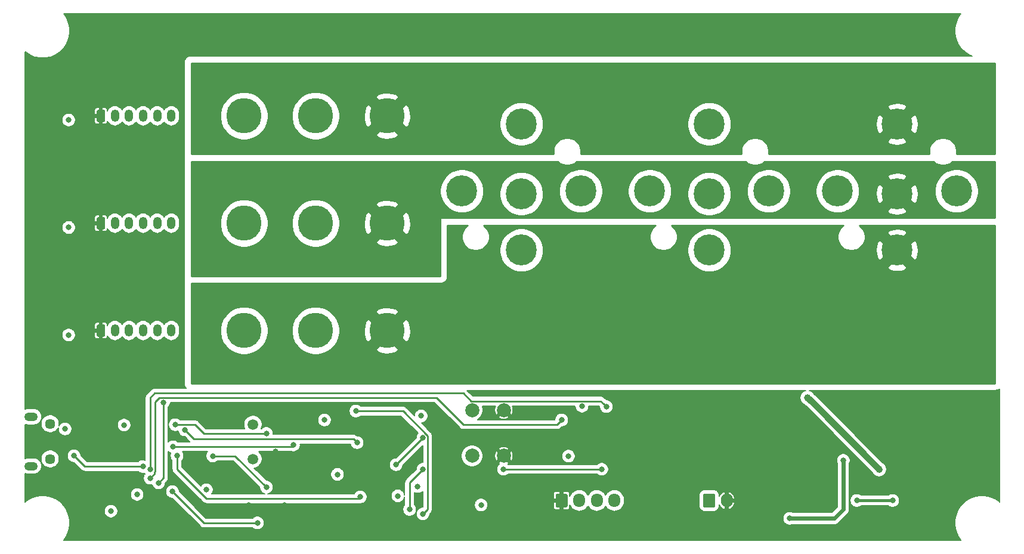
<source format=gbr>
G04 #@! TF.GenerationSoftware,KiCad,Pcbnew,(5.1.2)-1*
G04 #@! TF.CreationDate,2019-06-10T17:23:03-04:00*
G04 #@! TF.ProjectId,pev_uvw_sw,7065765f-7576-4775-9f73-772e6b696361,rev?*
G04 #@! TF.SameCoordinates,Original*
G04 #@! TF.FileFunction,Copper,L4,Bot*
G04 #@! TF.FilePolarity,Positive*
%FSLAX46Y46*%
G04 Gerber Fmt 4.6, Leading zero omitted, Abs format (unit mm)*
G04 Created by KiCad (PCBNEW (5.1.2)-1) date 2019-06-10 17:23:03*
%MOMM*%
%LPD*%
G04 APERTURE LIST*
%ADD10C,1.450000*%
%ADD11O,1.900000X1.200000*%
%ADD12C,0.100000*%
%ADD13C,1.700000*%
%ADD14O,1.700000X1.950000*%
%ADD15C,1.200000*%
%ADD16O,1.200000X1.750000*%
%ADD17C,2.000000*%
%ADD18C,5.000000*%
%ADD19C,1.500000*%
%ADD20C,4.400000*%
%ADD21O,1.700000X2.000000*%
%ADD22C,0.800000*%
%ADD23C,1.600000*%
%ADD24C,1.000000*%
%ADD25C,0.600000*%
%ADD26C,0.250000*%
%ADD27C,0.900000*%
%ADD28C,0.400000*%
%ADD29C,0.254000*%
%ADD30C,0.127000*%
G04 APERTURE END LIST*
D10*
X4224000Y-58952000D03*
X4224000Y-63952000D03*
D11*
X1524000Y-57952000D03*
X1524000Y-64952000D03*
D12*
G36*
X77459504Y-68876204D02*
G01*
X77483773Y-68879804D01*
X77507571Y-68885765D01*
X77530671Y-68894030D01*
X77552849Y-68904520D01*
X77573893Y-68917133D01*
X77593598Y-68931747D01*
X77611777Y-68948223D01*
X77628253Y-68966402D01*
X77642867Y-68986107D01*
X77655480Y-69007151D01*
X77665970Y-69029329D01*
X77674235Y-69052429D01*
X77680196Y-69076227D01*
X77683796Y-69100496D01*
X77685000Y-69125000D01*
X77685000Y-70575000D01*
X77683796Y-70599504D01*
X77680196Y-70623773D01*
X77674235Y-70647571D01*
X77665970Y-70670671D01*
X77655480Y-70692849D01*
X77642867Y-70713893D01*
X77628253Y-70733598D01*
X77611777Y-70751777D01*
X77593598Y-70768253D01*
X77573893Y-70782867D01*
X77552849Y-70795480D01*
X77530671Y-70805970D01*
X77507571Y-70814235D01*
X77483773Y-70820196D01*
X77459504Y-70823796D01*
X77435000Y-70825000D01*
X76235000Y-70825000D01*
X76210496Y-70823796D01*
X76186227Y-70820196D01*
X76162429Y-70814235D01*
X76139329Y-70805970D01*
X76117151Y-70795480D01*
X76096107Y-70782867D01*
X76076402Y-70768253D01*
X76058223Y-70751777D01*
X76041747Y-70733598D01*
X76027133Y-70713893D01*
X76014520Y-70692849D01*
X76004030Y-70670671D01*
X75995765Y-70647571D01*
X75989804Y-70623773D01*
X75986204Y-70599504D01*
X75985000Y-70575000D01*
X75985000Y-69125000D01*
X75986204Y-69100496D01*
X75989804Y-69076227D01*
X75995765Y-69052429D01*
X76004030Y-69029329D01*
X76014520Y-69007151D01*
X76027133Y-68986107D01*
X76041747Y-68966402D01*
X76058223Y-68948223D01*
X76076402Y-68931747D01*
X76096107Y-68917133D01*
X76117151Y-68904520D01*
X76139329Y-68894030D01*
X76162429Y-68885765D01*
X76186227Y-68879804D01*
X76210496Y-68876204D01*
X76235000Y-68875000D01*
X77435000Y-68875000D01*
X77459504Y-68876204D01*
X77459504Y-68876204D01*
G37*
D13*
X76835000Y-69850000D03*
D14*
X79335000Y-69850000D03*
X81835000Y-69850000D03*
X84335000Y-69850000D03*
D12*
G36*
X11804505Y-14366204D02*
G01*
X11828773Y-14369804D01*
X11852572Y-14375765D01*
X11875671Y-14384030D01*
X11897850Y-14394520D01*
X11918893Y-14407132D01*
X11938599Y-14421747D01*
X11956777Y-14438223D01*
X11973253Y-14456401D01*
X11987868Y-14476107D01*
X12000480Y-14497150D01*
X12010970Y-14519329D01*
X12019235Y-14542428D01*
X12025196Y-14566227D01*
X12028796Y-14590495D01*
X12030000Y-14614999D01*
X12030000Y-15865001D01*
X12028796Y-15889505D01*
X12025196Y-15913773D01*
X12019235Y-15937572D01*
X12010970Y-15960671D01*
X12000480Y-15982850D01*
X11987868Y-16003893D01*
X11973253Y-16023599D01*
X11956777Y-16041777D01*
X11938599Y-16058253D01*
X11918893Y-16072868D01*
X11897850Y-16085480D01*
X11875671Y-16095970D01*
X11852572Y-16104235D01*
X11828773Y-16110196D01*
X11804505Y-16113796D01*
X11780001Y-16115000D01*
X11079999Y-16115000D01*
X11055495Y-16113796D01*
X11031227Y-16110196D01*
X11007428Y-16104235D01*
X10984329Y-16095970D01*
X10962150Y-16085480D01*
X10941107Y-16072868D01*
X10921401Y-16058253D01*
X10903223Y-16041777D01*
X10886747Y-16023599D01*
X10872132Y-16003893D01*
X10859520Y-15982850D01*
X10849030Y-15960671D01*
X10840765Y-15937572D01*
X10834804Y-15913773D01*
X10831204Y-15889505D01*
X10830000Y-15865001D01*
X10830000Y-14614999D01*
X10831204Y-14590495D01*
X10834804Y-14566227D01*
X10840765Y-14542428D01*
X10849030Y-14519329D01*
X10859520Y-14497150D01*
X10872132Y-14476107D01*
X10886747Y-14456401D01*
X10903223Y-14438223D01*
X10921401Y-14421747D01*
X10941107Y-14407132D01*
X10962150Y-14394520D01*
X10984329Y-14384030D01*
X11007428Y-14375765D01*
X11031227Y-14369804D01*
X11055495Y-14366204D01*
X11079999Y-14365000D01*
X11780001Y-14365000D01*
X11804505Y-14366204D01*
X11804505Y-14366204D01*
G37*
D15*
X11430000Y-15240000D03*
D16*
X13430000Y-15240000D03*
X15430000Y-15240000D03*
X17430000Y-15240000D03*
X19430000Y-15240000D03*
X21430000Y-15240000D03*
X21430000Y-30480000D03*
X19430000Y-30480000D03*
X17430000Y-30480000D03*
X15430000Y-30480000D03*
X13430000Y-30480000D03*
D12*
G36*
X11804505Y-29606204D02*
G01*
X11828773Y-29609804D01*
X11852572Y-29615765D01*
X11875671Y-29624030D01*
X11897850Y-29634520D01*
X11918893Y-29647132D01*
X11938599Y-29661747D01*
X11956777Y-29678223D01*
X11973253Y-29696401D01*
X11987868Y-29716107D01*
X12000480Y-29737150D01*
X12010970Y-29759329D01*
X12019235Y-29782428D01*
X12025196Y-29806227D01*
X12028796Y-29830495D01*
X12030000Y-29854999D01*
X12030000Y-31105001D01*
X12028796Y-31129505D01*
X12025196Y-31153773D01*
X12019235Y-31177572D01*
X12010970Y-31200671D01*
X12000480Y-31222850D01*
X11987868Y-31243893D01*
X11973253Y-31263599D01*
X11956777Y-31281777D01*
X11938599Y-31298253D01*
X11918893Y-31312868D01*
X11897850Y-31325480D01*
X11875671Y-31335970D01*
X11852572Y-31344235D01*
X11828773Y-31350196D01*
X11804505Y-31353796D01*
X11780001Y-31355000D01*
X11079999Y-31355000D01*
X11055495Y-31353796D01*
X11031227Y-31350196D01*
X11007428Y-31344235D01*
X10984329Y-31335970D01*
X10962150Y-31325480D01*
X10941107Y-31312868D01*
X10921401Y-31298253D01*
X10903223Y-31281777D01*
X10886747Y-31263599D01*
X10872132Y-31243893D01*
X10859520Y-31222850D01*
X10849030Y-31200671D01*
X10840765Y-31177572D01*
X10834804Y-31153773D01*
X10831204Y-31129505D01*
X10830000Y-31105001D01*
X10830000Y-29854999D01*
X10831204Y-29830495D01*
X10834804Y-29806227D01*
X10840765Y-29782428D01*
X10849030Y-29759329D01*
X10859520Y-29737150D01*
X10872132Y-29716107D01*
X10886747Y-29696401D01*
X10903223Y-29678223D01*
X10921401Y-29661747D01*
X10941107Y-29647132D01*
X10962150Y-29634520D01*
X10984329Y-29624030D01*
X11007428Y-29615765D01*
X11031227Y-29609804D01*
X11055495Y-29606204D01*
X11079999Y-29605000D01*
X11780001Y-29605000D01*
X11804505Y-29606204D01*
X11804505Y-29606204D01*
G37*
D15*
X11430000Y-30480000D03*
D12*
G36*
X11804505Y-44846204D02*
G01*
X11828773Y-44849804D01*
X11852572Y-44855765D01*
X11875671Y-44864030D01*
X11897850Y-44874520D01*
X11918893Y-44887132D01*
X11938599Y-44901747D01*
X11956777Y-44918223D01*
X11973253Y-44936401D01*
X11987868Y-44956107D01*
X12000480Y-44977150D01*
X12010970Y-44999329D01*
X12019235Y-45022428D01*
X12025196Y-45046227D01*
X12028796Y-45070495D01*
X12030000Y-45094999D01*
X12030000Y-46345001D01*
X12028796Y-46369505D01*
X12025196Y-46393773D01*
X12019235Y-46417572D01*
X12010970Y-46440671D01*
X12000480Y-46462850D01*
X11987868Y-46483893D01*
X11973253Y-46503599D01*
X11956777Y-46521777D01*
X11938599Y-46538253D01*
X11918893Y-46552868D01*
X11897850Y-46565480D01*
X11875671Y-46575970D01*
X11852572Y-46584235D01*
X11828773Y-46590196D01*
X11804505Y-46593796D01*
X11780001Y-46595000D01*
X11079999Y-46595000D01*
X11055495Y-46593796D01*
X11031227Y-46590196D01*
X11007428Y-46584235D01*
X10984329Y-46575970D01*
X10962150Y-46565480D01*
X10941107Y-46552868D01*
X10921401Y-46538253D01*
X10903223Y-46521777D01*
X10886747Y-46503599D01*
X10872132Y-46483893D01*
X10859520Y-46462850D01*
X10849030Y-46440671D01*
X10840765Y-46417572D01*
X10834804Y-46393773D01*
X10831204Y-46369505D01*
X10830000Y-46345001D01*
X10830000Y-45094999D01*
X10831204Y-45070495D01*
X10834804Y-45046227D01*
X10840765Y-45022428D01*
X10849030Y-44999329D01*
X10859520Y-44977150D01*
X10872132Y-44956107D01*
X10886747Y-44936401D01*
X10903223Y-44918223D01*
X10921401Y-44901747D01*
X10941107Y-44887132D01*
X10962150Y-44874520D01*
X10984329Y-44864030D01*
X11007428Y-44855765D01*
X11031227Y-44849804D01*
X11055495Y-44846204D01*
X11079999Y-44845000D01*
X11780001Y-44845000D01*
X11804505Y-44846204D01*
X11804505Y-44846204D01*
G37*
D15*
X11430000Y-45720000D03*
D16*
X13430000Y-45720000D03*
X15430000Y-45720000D03*
X17430000Y-45720000D03*
X19430000Y-45720000D03*
X21430000Y-45720000D03*
D17*
X68635000Y-63500000D03*
X64135000Y-63500000D03*
X68635000Y-57000000D03*
X64135000Y-57000000D03*
D18*
X52070000Y-30480000D03*
X41910000Y-30480000D03*
X31750000Y-30480000D03*
X31750000Y-15240000D03*
X41910000Y-15240000D03*
X52070000Y-15240000D03*
X31750000Y-45720000D03*
X41910000Y-45720000D03*
X52070000Y-45720000D03*
D19*
X33020000Y-59055000D03*
X33020000Y-63935000D03*
D20*
X79570000Y-25890000D03*
X62670000Y-25890000D03*
X71120000Y-16390000D03*
X71120000Y-26290000D03*
X71120000Y-34290000D03*
X97790000Y-34290000D03*
X97790000Y-26290000D03*
X97790000Y-16390000D03*
X89340000Y-25890000D03*
X106240000Y-25890000D03*
X124460000Y-34290000D03*
X124460000Y-26290000D03*
X124460000Y-16390000D03*
X116010000Y-25890000D03*
X132910000Y-25890000D03*
D12*
G36*
X98414504Y-68851204D02*
G01*
X98438773Y-68854804D01*
X98462571Y-68860765D01*
X98485671Y-68869030D01*
X98507849Y-68879520D01*
X98528893Y-68892133D01*
X98548598Y-68906747D01*
X98566777Y-68923223D01*
X98583253Y-68941402D01*
X98597867Y-68961107D01*
X98610480Y-68982151D01*
X98620970Y-69004329D01*
X98629235Y-69027429D01*
X98635196Y-69051227D01*
X98638796Y-69075496D01*
X98640000Y-69100000D01*
X98640000Y-70600000D01*
X98638796Y-70624504D01*
X98635196Y-70648773D01*
X98629235Y-70672571D01*
X98620970Y-70695671D01*
X98610480Y-70717849D01*
X98597867Y-70738893D01*
X98583253Y-70758598D01*
X98566777Y-70776777D01*
X98548598Y-70793253D01*
X98528893Y-70807867D01*
X98507849Y-70820480D01*
X98485671Y-70830970D01*
X98462571Y-70839235D01*
X98438773Y-70845196D01*
X98414504Y-70848796D01*
X98390000Y-70850000D01*
X97190000Y-70850000D01*
X97165496Y-70848796D01*
X97141227Y-70845196D01*
X97117429Y-70839235D01*
X97094329Y-70830970D01*
X97072151Y-70820480D01*
X97051107Y-70807867D01*
X97031402Y-70793253D01*
X97013223Y-70776777D01*
X96996747Y-70758598D01*
X96982133Y-70738893D01*
X96969520Y-70717849D01*
X96959030Y-70695671D01*
X96950765Y-70672571D01*
X96944804Y-70648773D01*
X96941204Y-70624504D01*
X96940000Y-70600000D01*
X96940000Y-69100000D01*
X96941204Y-69075496D01*
X96944804Y-69051227D01*
X96950765Y-69027429D01*
X96959030Y-69004329D01*
X96969520Y-68982151D01*
X96982133Y-68961107D01*
X96996747Y-68941402D01*
X97013223Y-68923223D01*
X97031402Y-68906747D01*
X97051107Y-68892133D01*
X97072151Y-68879520D01*
X97094329Y-68869030D01*
X97117429Y-68860765D01*
X97141227Y-68854804D01*
X97165496Y-68851204D01*
X97190000Y-68850000D01*
X98390000Y-68850000D01*
X98414504Y-68851204D01*
X98414504Y-68851204D01*
G37*
D13*
X97790000Y-69850000D03*
D21*
X100290000Y-69850000D03*
D22*
X48260000Y-67945000D03*
D23*
X106680000Y-64135000D03*
D22*
X134620000Y-66675000D03*
X132080000Y-66040000D03*
X130175000Y-67310000D03*
X127635000Y-66675000D03*
X113411000Y-66421000D03*
X112395000Y-69850000D03*
X112649000Y-68453000D03*
X111760000Y-66675000D03*
X115570000Y-62865000D03*
X25400000Y-69890000D03*
X48260000Y-66040000D03*
X37465000Y-70485000D03*
X39370000Y-71120000D03*
X39370000Y-67945000D03*
X41910000Y-66040000D03*
X45085000Y-62230000D03*
X46355000Y-59690000D03*
X35560000Y-71120000D03*
X60325000Y-68580000D03*
X62230000Y-66675000D03*
X60960000Y-63500000D03*
X62230000Y-60325000D03*
X29210000Y-57785000D03*
X36195000Y-56515000D03*
X36195000Y-62865000D03*
X28575000Y-64770000D03*
X30480000Y-66675000D03*
X53340000Y-58420000D03*
X35560000Y-5715000D03*
X41275000Y-3810000D03*
X52070000Y-5715000D03*
X62230000Y-3810000D03*
X74295000Y-3175000D03*
X83820000Y-5715000D03*
X95250000Y-3810000D03*
X102870000Y-3810000D03*
X121920000Y-3810000D03*
X112395000Y-3810000D03*
X128270000Y-2540000D03*
X29845000Y-4445000D03*
X22860000Y-3810000D03*
X9525000Y-7620000D03*
X17780000Y-8890000D03*
X6350000Y-20320000D03*
X7620000Y-26670000D03*
X3175000Y-26670000D03*
X4445000Y-36830000D03*
X11430000Y-36830000D03*
X7620000Y-41275000D03*
X3175000Y-49530000D03*
X7620000Y-52070000D03*
X13335000Y-51435000D03*
X20955000Y-51435000D03*
X6350000Y-67945000D03*
X9525000Y-72390000D03*
X9525000Y-67945000D03*
X37465000Y-74295000D03*
X48260000Y-74295000D03*
X59690000Y-74295000D03*
X68580000Y-73660000D03*
X86360000Y-57150000D03*
X87630000Y-61595000D03*
X92075000Y-55245000D03*
X93980000Y-59690000D03*
X99695000Y-57785000D03*
X102235000Y-63500000D03*
X91440000Y-66040000D03*
X91440000Y-71120000D03*
X9525000Y-57785000D03*
X53340000Y-60960000D03*
X33020000Y-74295000D03*
X4445000Y-10160000D03*
X71755000Y-67310000D03*
X58420000Y-56515000D03*
X55880000Y-56515000D03*
X73025000Y-60960000D03*
X32385000Y-70485000D03*
X29210000Y-71120000D03*
X6350000Y-63500000D03*
X77823100Y-63541200D03*
X6862200Y-46342500D03*
X56897500Y-57835900D03*
X79734600Y-56460400D03*
X16584400Y-68992800D03*
X12865400Y-71356300D03*
X6862200Y-15822500D03*
X6862200Y-31082500D03*
X53587500Y-69185000D03*
X14730600Y-59122900D03*
X45020500Y-66137500D03*
X56393800Y-67847500D03*
X43180000Y-58420000D03*
X65405000Y-70485000D03*
X116840000Y-64135000D03*
X109220000Y-72390000D03*
X6350000Y-59690000D03*
X26416000Y-68326000D03*
X17399000Y-65024000D03*
X7620000Y-63500000D03*
X47795700Y-61640000D03*
X23337500Y-59816400D03*
X19617300Y-67341000D03*
X20318502Y-55891897D03*
X38771600Y-61968400D03*
X21679500Y-62200200D03*
X27305000Y-63517000D03*
X34925000Y-67945000D03*
X21986800Y-59080800D03*
X34925000Y-60325000D03*
X82550000Y-65405000D03*
X68580000Y-65405000D03*
X21590000Y-68580000D03*
X33655000Y-73025000D03*
X18415000Y-65405000D03*
X83185000Y-56515000D03*
X18415000Y-66675000D03*
X76835000Y-58420000D03*
X57150000Y-71755000D03*
X47625000Y-57150000D03*
X53340000Y-64770000D03*
X57150000Y-60960000D03*
X55245000Y-71120000D03*
X57150000Y-65405000D03*
X22225000Y-63500000D03*
X48260000Y-69342000D03*
D24*
X121920000Y-65405000D03*
X111760000Y-55245000D03*
D22*
X123825000Y-69850000D03*
X118745000Y-69850000D03*
D25*
X115570000Y-72390000D02*
X109220000Y-72390000D01*
X116840000Y-71120000D02*
X115570000Y-72390000D01*
X116840000Y-64135000D02*
X116840000Y-71120000D01*
D26*
X7620000Y-63500000D02*
X9144000Y-65024000D01*
X9144000Y-65024000D02*
X17399000Y-65024000D01*
X23337500Y-59816400D02*
X24657100Y-61136000D01*
X24657100Y-61136000D02*
X47291700Y-61136000D01*
X47291700Y-61136000D02*
X47795700Y-61640000D01*
X20318502Y-66639798D02*
X20318502Y-56457582D01*
X20318502Y-56457582D02*
X20318502Y-55891897D01*
X19617300Y-67341000D02*
X20318502Y-66639798D01*
X21679500Y-62200200D02*
X38539800Y-62200200D01*
X38539800Y-62200200D02*
X38771600Y-61968400D01*
X27305000Y-63517000D02*
X29227000Y-63517000D01*
X29227000Y-63517000D02*
X30497000Y-63517000D01*
X30497000Y-63517000D02*
X34925000Y-67945000D01*
X34925000Y-60325000D02*
X26035000Y-60325000D01*
X24790800Y-59080800D02*
X21986800Y-59080800D01*
X26035000Y-60325000D02*
X24790800Y-59080800D01*
X82550000Y-65405000D02*
X68580000Y-65405000D01*
X21590000Y-68580000D02*
X26035000Y-73025000D01*
X26035000Y-73025000D02*
X33655000Y-73025000D01*
X18415000Y-65405000D02*
X18415000Y-55245000D01*
X19685000Y-54610000D02*
X62865000Y-54610000D01*
X62865000Y-54610000D02*
X63979999Y-55724999D01*
X82785001Y-56115001D02*
X83185000Y-56515000D01*
X63979999Y-55724999D02*
X82394999Y-55724999D01*
X82394999Y-55724999D02*
X82785001Y-56115001D01*
X18415000Y-55245000D02*
X19050000Y-54610000D01*
X19050000Y-54610000D02*
X19685000Y-54610000D01*
X59055000Y-55245000D02*
X62865000Y-59055000D01*
X20400002Y-55245000D02*
X59055000Y-55245000D01*
X62865000Y-59055000D02*
X76200000Y-59055000D01*
X76200000Y-59055000D02*
X76835000Y-58420000D01*
X20005541Y-55239896D02*
X20400002Y-55239896D01*
X18415000Y-66675000D02*
X19050000Y-66040000D01*
X19050000Y-66040000D02*
X19050000Y-65769002D01*
X19050000Y-65769002D02*
X19090001Y-65729001D01*
X19090001Y-65729001D02*
X19090001Y-55839999D01*
X19090001Y-55839999D02*
X19685000Y-55245000D01*
X20000437Y-55245000D02*
X20005541Y-55239896D01*
X19685000Y-55245000D02*
X20000437Y-55245000D01*
X57150000Y-71755000D02*
X57802000Y-71103000D01*
X57802000Y-71103000D02*
X57802000Y-60647000D01*
X57802000Y-60647000D02*
X54305000Y-57150000D01*
X54305000Y-57150000D02*
X47625000Y-57150000D01*
X57150000Y-60960000D02*
X53340000Y-64770000D01*
X57150000Y-65405000D02*
X55245000Y-67310000D01*
X55245000Y-67310000D02*
X55245000Y-71120000D01*
X22225000Y-63500000D02*
X22225000Y-65405000D01*
X22225000Y-65405000D02*
X26416000Y-69596000D01*
X26416000Y-69596000D02*
X47752000Y-69596000D01*
X47752000Y-69596000D02*
X48006000Y-69596000D01*
X48006000Y-69596000D02*
X48260000Y-69342000D01*
D27*
X121920000Y-65405000D02*
X112395000Y-55880000D01*
X112395000Y-55880000D02*
X111760000Y-55245000D01*
D28*
X123825000Y-69850000D02*
X118745000Y-69850000D01*
D29*
G36*
X63359736Y-30854364D02*
G01*
X63084364Y-31129736D01*
X62868005Y-31453539D01*
X62718975Y-31813330D01*
X62643000Y-32195282D01*
X62643000Y-32584718D01*
X62718975Y-32966670D01*
X62868005Y-33326461D01*
X63084364Y-33650264D01*
X63359736Y-33925636D01*
X63683539Y-34141995D01*
X64043330Y-34291025D01*
X64425282Y-34367000D01*
X64814718Y-34367000D01*
X65196670Y-34291025D01*
X65556461Y-34141995D01*
X65795884Y-33982017D01*
X67993000Y-33982017D01*
X67993000Y-34597983D01*
X68113169Y-35202112D01*
X68348889Y-35771190D01*
X68691101Y-36283346D01*
X69126654Y-36718899D01*
X69638810Y-37061111D01*
X70207888Y-37296831D01*
X70812017Y-37417000D01*
X71427983Y-37417000D01*
X72032112Y-37296831D01*
X72601190Y-37061111D01*
X73113346Y-36718899D01*
X73548899Y-36283346D01*
X73891111Y-35771190D01*
X74126831Y-35202112D01*
X74247000Y-34597983D01*
X74247000Y-33982017D01*
X74126831Y-33377888D01*
X73891111Y-32808810D01*
X73548899Y-32296654D01*
X73113346Y-31861101D01*
X72601190Y-31518889D01*
X72032112Y-31283169D01*
X71427983Y-31163000D01*
X70812017Y-31163000D01*
X70207888Y-31283169D01*
X69638810Y-31518889D01*
X69126654Y-31861101D01*
X68691101Y-32296654D01*
X68348889Y-32808810D01*
X68113169Y-33377888D01*
X67993000Y-33982017D01*
X65795884Y-33982017D01*
X65880264Y-33925636D01*
X66155636Y-33650264D01*
X66371995Y-33326461D01*
X66521025Y-32966670D01*
X66597000Y-32584718D01*
X66597000Y-32195282D01*
X66521025Y-31813330D01*
X66371995Y-31453539D01*
X66155636Y-31129736D01*
X65880264Y-30854364D01*
X65756998Y-30772000D01*
X90153002Y-30772000D01*
X90029736Y-30854364D01*
X89754364Y-31129736D01*
X89538005Y-31453539D01*
X89388975Y-31813330D01*
X89313000Y-32195282D01*
X89313000Y-32584718D01*
X89388975Y-32966670D01*
X89538005Y-33326461D01*
X89754364Y-33650264D01*
X90029736Y-33925636D01*
X90353539Y-34141995D01*
X90713330Y-34291025D01*
X91095282Y-34367000D01*
X91484718Y-34367000D01*
X91866670Y-34291025D01*
X92226461Y-34141995D01*
X92465884Y-33982017D01*
X94663000Y-33982017D01*
X94663000Y-34597983D01*
X94783169Y-35202112D01*
X95018889Y-35771190D01*
X95361101Y-36283346D01*
X95796654Y-36718899D01*
X96308810Y-37061111D01*
X96877888Y-37296831D01*
X97482017Y-37417000D01*
X98097983Y-37417000D01*
X98702112Y-37296831D01*
X99271190Y-37061111D01*
X99783346Y-36718899D01*
X99789094Y-36713151D01*
X122988615Y-36713151D01*
X123260946Y-37085332D01*
X123829328Y-37265544D01*
X124421946Y-37331408D01*
X125016027Y-37280392D01*
X125588740Y-37114457D01*
X125659054Y-37085332D01*
X125931385Y-36713151D01*
X124460000Y-35241766D01*
X122988615Y-36713151D01*
X99789094Y-36713151D01*
X100218899Y-36283346D01*
X100561111Y-35771190D01*
X100796831Y-35202112D01*
X100917000Y-34597983D01*
X100917000Y-33982017D01*
X100796831Y-33377888D01*
X100561111Y-32808810D01*
X100218899Y-32296654D01*
X99783346Y-31861101D01*
X99271190Y-31518889D01*
X98702112Y-31283169D01*
X98097983Y-31163000D01*
X97482017Y-31163000D01*
X96877888Y-31283169D01*
X96308810Y-31518889D01*
X95796654Y-31861101D01*
X95361101Y-32296654D01*
X95018889Y-32808810D01*
X94783169Y-33377888D01*
X94663000Y-33982017D01*
X92465884Y-33982017D01*
X92550264Y-33925636D01*
X92825636Y-33650264D01*
X93041995Y-33326461D01*
X93191025Y-32966670D01*
X93267000Y-32584718D01*
X93267000Y-32195282D01*
X93191025Y-31813330D01*
X93041995Y-31453539D01*
X92825636Y-31129736D01*
X92550264Y-30854364D01*
X92426998Y-30772000D01*
X116823002Y-30772000D01*
X116699736Y-30854364D01*
X116424364Y-31129736D01*
X116208005Y-31453539D01*
X116058975Y-31813330D01*
X115983000Y-32195282D01*
X115983000Y-32584718D01*
X116058975Y-32966670D01*
X116208005Y-33326461D01*
X116424364Y-33650264D01*
X116699736Y-33925636D01*
X117023539Y-34141995D01*
X117383330Y-34291025D01*
X117765282Y-34367000D01*
X118154718Y-34367000D01*
X118536670Y-34291025D01*
X118631015Y-34251946D01*
X121418592Y-34251946D01*
X121469608Y-34846027D01*
X121635543Y-35418740D01*
X121664668Y-35489054D01*
X122036849Y-35761385D01*
X123508234Y-34290000D01*
X125411766Y-34290000D01*
X126883151Y-35761385D01*
X127255332Y-35489054D01*
X127435544Y-34920672D01*
X127501408Y-34328054D01*
X127450392Y-33733973D01*
X127284457Y-33161260D01*
X127255332Y-33090946D01*
X126883151Y-32818615D01*
X125411766Y-34290000D01*
X123508234Y-34290000D01*
X122036849Y-32818615D01*
X121664668Y-33090946D01*
X121484456Y-33659328D01*
X121418592Y-34251946D01*
X118631015Y-34251946D01*
X118896461Y-34141995D01*
X119220264Y-33925636D01*
X119495636Y-33650264D01*
X119711995Y-33326461D01*
X119861025Y-32966670D01*
X119937000Y-32584718D01*
X119937000Y-32195282D01*
X119871671Y-31866849D01*
X122988615Y-31866849D01*
X124460000Y-33338234D01*
X125931385Y-31866849D01*
X125659054Y-31494668D01*
X125090672Y-31314456D01*
X124498054Y-31248592D01*
X123903973Y-31299608D01*
X123331260Y-31465543D01*
X123260946Y-31494668D01*
X122988615Y-31866849D01*
X119871671Y-31866849D01*
X119861025Y-31813330D01*
X119711995Y-31453539D01*
X119495636Y-31129736D01*
X119220264Y-30854364D01*
X119096998Y-30772000D01*
X138303000Y-30772000D01*
X138303000Y-53213000D01*
X24257000Y-53213000D01*
X24257000Y-45382470D01*
X28323000Y-45382470D01*
X28323000Y-46057530D01*
X28454697Y-46719619D01*
X28713032Y-47343293D01*
X29088075Y-47904585D01*
X29565415Y-48381925D01*
X30126707Y-48756968D01*
X30750381Y-49015303D01*
X31412470Y-49147000D01*
X32087530Y-49147000D01*
X32749619Y-49015303D01*
X33373293Y-48756968D01*
X33934585Y-48381925D01*
X34411925Y-47904585D01*
X34786968Y-47343293D01*
X35045303Y-46719619D01*
X35177000Y-46057530D01*
X35177000Y-45382470D01*
X38483000Y-45382470D01*
X38483000Y-46057530D01*
X38614697Y-46719619D01*
X38873032Y-47343293D01*
X39248075Y-47904585D01*
X39725415Y-48381925D01*
X40286707Y-48756968D01*
X40910381Y-49015303D01*
X41572470Y-49147000D01*
X42247530Y-49147000D01*
X42909619Y-49015303D01*
X43533293Y-48756968D01*
X44094585Y-48381925D01*
X44114553Y-48361957D01*
X50379809Y-48361957D01*
X50689673Y-48764832D01*
X51310213Y-48975615D01*
X51959951Y-49061287D01*
X52613918Y-49018554D01*
X53246983Y-48849060D01*
X53450327Y-48764832D01*
X53760191Y-48361957D01*
X52070000Y-46671766D01*
X50379809Y-48361957D01*
X44114553Y-48361957D01*
X44571925Y-47904585D01*
X44946968Y-47343293D01*
X45205303Y-46719619D01*
X45337000Y-46057530D01*
X45337000Y-45609951D01*
X48728713Y-45609951D01*
X48771446Y-46263918D01*
X48940940Y-46896983D01*
X49025168Y-47100327D01*
X49428043Y-47410191D01*
X51118234Y-45720000D01*
X53021766Y-45720000D01*
X54711957Y-47410191D01*
X55114832Y-47100327D01*
X55325615Y-46479787D01*
X55411287Y-45830049D01*
X55368554Y-45176082D01*
X55199060Y-44543017D01*
X55114832Y-44339673D01*
X54711957Y-44029809D01*
X53021766Y-45720000D01*
X51118234Y-45720000D01*
X49428043Y-44029809D01*
X49025168Y-44339673D01*
X48814385Y-44960213D01*
X48728713Y-45609951D01*
X45337000Y-45609951D01*
X45337000Y-45382470D01*
X45205303Y-44720381D01*
X44946968Y-44096707D01*
X44571925Y-43535415D01*
X44114553Y-43078043D01*
X50379809Y-43078043D01*
X52070000Y-44768234D01*
X53760191Y-43078043D01*
X53450327Y-42675168D01*
X52829787Y-42464385D01*
X52180049Y-42378713D01*
X51526082Y-42421446D01*
X50893017Y-42590940D01*
X50689673Y-42675168D01*
X50379809Y-43078043D01*
X44114553Y-43078043D01*
X44094585Y-43058075D01*
X43533293Y-42683032D01*
X42909619Y-42424697D01*
X42247530Y-42293000D01*
X41572470Y-42293000D01*
X40910381Y-42424697D01*
X40286707Y-42683032D01*
X39725415Y-43058075D01*
X39248075Y-43535415D01*
X38873032Y-44096707D01*
X38614697Y-44720381D01*
X38483000Y-45382470D01*
X35177000Y-45382470D01*
X35045303Y-44720381D01*
X34786968Y-44096707D01*
X34411925Y-43535415D01*
X33934585Y-43058075D01*
X33373293Y-42683032D01*
X32749619Y-42424697D01*
X32087530Y-42293000D01*
X31412470Y-42293000D01*
X30750381Y-42424697D01*
X30126707Y-42683032D01*
X29565415Y-43058075D01*
X29088075Y-43535415D01*
X28713032Y-44096707D01*
X28454697Y-44720381D01*
X28323000Y-45382470D01*
X24257000Y-45382470D01*
X24257000Y-39027000D01*
X59690000Y-39027000D01*
X59870849Y-39009188D01*
X60044748Y-38956436D01*
X60205014Y-38870772D01*
X60345488Y-38755488D01*
X60460772Y-38615014D01*
X60546436Y-38454748D01*
X60599188Y-38280849D01*
X60617000Y-38100000D01*
X60617000Y-30772000D01*
X63483002Y-30772000D01*
X63359736Y-30854364D01*
X63359736Y-30854364D01*
G37*
X63359736Y-30854364D02*
X63084364Y-31129736D01*
X62868005Y-31453539D01*
X62718975Y-31813330D01*
X62643000Y-32195282D01*
X62643000Y-32584718D01*
X62718975Y-32966670D01*
X62868005Y-33326461D01*
X63084364Y-33650264D01*
X63359736Y-33925636D01*
X63683539Y-34141995D01*
X64043330Y-34291025D01*
X64425282Y-34367000D01*
X64814718Y-34367000D01*
X65196670Y-34291025D01*
X65556461Y-34141995D01*
X65795884Y-33982017D01*
X67993000Y-33982017D01*
X67993000Y-34597983D01*
X68113169Y-35202112D01*
X68348889Y-35771190D01*
X68691101Y-36283346D01*
X69126654Y-36718899D01*
X69638810Y-37061111D01*
X70207888Y-37296831D01*
X70812017Y-37417000D01*
X71427983Y-37417000D01*
X72032112Y-37296831D01*
X72601190Y-37061111D01*
X73113346Y-36718899D01*
X73548899Y-36283346D01*
X73891111Y-35771190D01*
X74126831Y-35202112D01*
X74247000Y-34597983D01*
X74247000Y-33982017D01*
X74126831Y-33377888D01*
X73891111Y-32808810D01*
X73548899Y-32296654D01*
X73113346Y-31861101D01*
X72601190Y-31518889D01*
X72032112Y-31283169D01*
X71427983Y-31163000D01*
X70812017Y-31163000D01*
X70207888Y-31283169D01*
X69638810Y-31518889D01*
X69126654Y-31861101D01*
X68691101Y-32296654D01*
X68348889Y-32808810D01*
X68113169Y-33377888D01*
X67993000Y-33982017D01*
X65795884Y-33982017D01*
X65880264Y-33925636D01*
X66155636Y-33650264D01*
X66371995Y-33326461D01*
X66521025Y-32966670D01*
X66597000Y-32584718D01*
X66597000Y-32195282D01*
X66521025Y-31813330D01*
X66371995Y-31453539D01*
X66155636Y-31129736D01*
X65880264Y-30854364D01*
X65756998Y-30772000D01*
X90153002Y-30772000D01*
X90029736Y-30854364D01*
X89754364Y-31129736D01*
X89538005Y-31453539D01*
X89388975Y-31813330D01*
X89313000Y-32195282D01*
X89313000Y-32584718D01*
X89388975Y-32966670D01*
X89538005Y-33326461D01*
X89754364Y-33650264D01*
X90029736Y-33925636D01*
X90353539Y-34141995D01*
X90713330Y-34291025D01*
X91095282Y-34367000D01*
X91484718Y-34367000D01*
X91866670Y-34291025D01*
X92226461Y-34141995D01*
X92465884Y-33982017D01*
X94663000Y-33982017D01*
X94663000Y-34597983D01*
X94783169Y-35202112D01*
X95018889Y-35771190D01*
X95361101Y-36283346D01*
X95796654Y-36718899D01*
X96308810Y-37061111D01*
X96877888Y-37296831D01*
X97482017Y-37417000D01*
X98097983Y-37417000D01*
X98702112Y-37296831D01*
X99271190Y-37061111D01*
X99783346Y-36718899D01*
X99789094Y-36713151D01*
X122988615Y-36713151D01*
X123260946Y-37085332D01*
X123829328Y-37265544D01*
X124421946Y-37331408D01*
X125016027Y-37280392D01*
X125588740Y-37114457D01*
X125659054Y-37085332D01*
X125931385Y-36713151D01*
X124460000Y-35241766D01*
X122988615Y-36713151D01*
X99789094Y-36713151D01*
X100218899Y-36283346D01*
X100561111Y-35771190D01*
X100796831Y-35202112D01*
X100917000Y-34597983D01*
X100917000Y-33982017D01*
X100796831Y-33377888D01*
X100561111Y-32808810D01*
X100218899Y-32296654D01*
X99783346Y-31861101D01*
X99271190Y-31518889D01*
X98702112Y-31283169D01*
X98097983Y-31163000D01*
X97482017Y-31163000D01*
X96877888Y-31283169D01*
X96308810Y-31518889D01*
X95796654Y-31861101D01*
X95361101Y-32296654D01*
X95018889Y-32808810D01*
X94783169Y-33377888D01*
X94663000Y-33982017D01*
X92465884Y-33982017D01*
X92550264Y-33925636D01*
X92825636Y-33650264D01*
X93041995Y-33326461D01*
X93191025Y-32966670D01*
X93267000Y-32584718D01*
X93267000Y-32195282D01*
X93191025Y-31813330D01*
X93041995Y-31453539D01*
X92825636Y-31129736D01*
X92550264Y-30854364D01*
X92426998Y-30772000D01*
X116823002Y-30772000D01*
X116699736Y-30854364D01*
X116424364Y-31129736D01*
X116208005Y-31453539D01*
X116058975Y-31813330D01*
X115983000Y-32195282D01*
X115983000Y-32584718D01*
X116058975Y-32966670D01*
X116208005Y-33326461D01*
X116424364Y-33650264D01*
X116699736Y-33925636D01*
X117023539Y-34141995D01*
X117383330Y-34291025D01*
X117765282Y-34367000D01*
X118154718Y-34367000D01*
X118536670Y-34291025D01*
X118631015Y-34251946D01*
X121418592Y-34251946D01*
X121469608Y-34846027D01*
X121635543Y-35418740D01*
X121664668Y-35489054D01*
X122036849Y-35761385D01*
X123508234Y-34290000D01*
X125411766Y-34290000D01*
X126883151Y-35761385D01*
X127255332Y-35489054D01*
X127435544Y-34920672D01*
X127501408Y-34328054D01*
X127450392Y-33733973D01*
X127284457Y-33161260D01*
X127255332Y-33090946D01*
X126883151Y-32818615D01*
X125411766Y-34290000D01*
X123508234Y-34290000D01*
X122036849Y-32818615D01*
X121664668Y-33090946D01*
X121484456Y-33659328D01*
X121418592Y-34251946D01*
X118631015Y-34251946D01*
X118896461Y-34141995D01*
X119220264Y-33925636D01*
X119495636Y-33650264D01*
X119711995Y-33326461D01*
X119861025Y-32966670D01*
X119937000Y-32584718D01*
X119937000Y-32195282D01*
X119871671Y-31866849D01*
X122988615Y-31866849D01*
X124460000Y-33338234D01*
X125931385Y-31866849D01*
X125659054Y-31494668D01*
X125090672Y-31314456D01*
X124498054Y-31248592D01*
X123903973Y-31299608D01*
X123331260Y-31465543D01*
X123260946Y-31494668D01*
X122988615Y-31866849D01*
X119871671Y-31866849D01*
X119861025Y-31813330D01*
X119711995Y-31453539D01*
X119495636Y-31129736D01*
X119220264Y-30854364D01*
X119096998Y-30772000D01*
X138303000Y-30772000D01*
X138303000Y-53213000D01*
X24257000Y-53213000D01*
X24257000Y-45382470D01*
X28323000Y-45382470D01*
X28323000Y-46057530D01*
X28454697Y-46719619D01*
X28713032Y-47343293D01*
X29088075Y-47904585D01*
X29565415Y-48381925D01*
X30126707Y-48756968D01*
X30750381Y-49015303D01*
X31412470Y-49147000D01*
X32087530Y-49147000D01*
X32749619Y-49015303D01*
X33373293Y-48756968D01*
X33934585Y-48381925D01*
X34411925Y-47904585D01*
X34786968Y-47343293D01*
X35045303Y-46719619D01*
X35177000Y-46057530D01*
X35177000Y-45382470D01*
X38483000Y-45382470D01*
X38483000Y-46057530D01*
X38614697Y-46719619D01*
X38873032Y-47343293D01*
X39248075Y-47904585D01*
X39725415Y-48381925D01*
X40286707Y-48756968D01*
X40910381Y-49015303D01*
X41572470Y-49147000D01*
X42247530Y-49147000D01*
X42909619Y-49015303D01*
X43533293Y-48756968D01*
X44094585Y-48381925D01*
X44114553Y-48361957D01*
X50379809Y-48361957D01*
X50689673Y-48764832D01*
X51310213Y-48975615D01*
X51959951Y-49061287D01*
X52613918Y-49018554D01*
X53246983Y-48849060D01*
X53450327Y-48764832D01*
X53760191Y-48361957D01*
X52070000Y-46671766D01*
X50379809Y-48361957D01*
X44114553Y-48361957D01*
X44571925Y-47904585D01*
X44946968Y-47343293D01*
X45205303Y-46719619D01*
X45337000Y-46057530D01*
X45337000Y-45609951D01*
X48728713Y-45609951D01*
X48771446Y-46263918D01*
X48940940Y-46896983D01*
X49025168Y-47100327D01*
X49428043Y-47410191D01*
X51118234Y-45720000D01*
X53021766Y-45720000D01*
X54711957Y-47410191D01*
X55114832Y-47100327D01*
X55325615Y-46479787D01*
X55411287Y-45830049D01*
X55368554Y-45176082D01*
X55199060Y-44543017D01*
X55114832Y-44339673D01*
X54711957Y-44029809D01*
X53021766Y-45720000D01*
X51118234Y-45720000D01*
X49428043Y-44029809D01*
X49025168Y-44339673D01*
X48814385Y-44960213D01*
X48728713Y-45609951D01*
X45337000Y-45609951D01*
X45337000Y-45382470D01*
X45205303Y-44720381D01*
X44946968Y-44096707D01*
X44571925Y-43535415D01*
X44114553Y-43078043D01*
X50379809Y-43078043D01*
X52070000Y-44768234D01*
X53760191Y-43078043D01*
X53450327Y-42675168D01*
X52829787Y-42464385D01*
X52180049Y-42378713D01*
X51526082Y-42421446D01*
X50893017Y-42590940D01*
X50689673Y-42675168D01*
X50379809Y-43078043D01*
X44114553Y-43078043D01*
X44094585Y-43058075D01*
X43533293Y-42683032D01*
X42909619Y-42424697D01*
X42247530Y-42293000D01*
X41572470Y-42293000D01*
X40910381Y-42424697D01*
X40286707Y-42683032D01*
X39725415Y-43058075D01*
X39248075Y-43535415D01*
X38873032Y-44096707D01*
X38614697Y-44720381D01*
X38483000Y-45382470D01*
X35177000Y-45382470D01*
X35045303Y-44720381D01*
X34786968Y-44096707D01*
X34411925Y-43535415D01*
X33934585Y-43058075D01*
X33373293Y-42683032D01*
X32749619Y-42424697D01*
X32087530Y-42293000D01*
X31412470Y-42293000D01*
X30750381Y-42424697D01*
X30126707Y-42683032D01*
X29565415Y-43058075D01*
X29088075Y-43535415D01*
X28713032Y-44096707D01*
X28454697Y-44720381D01*
X28323000Y-45382470D01*
X24257000Y-45382470D01*
X24257000Y-39027000D01*
X59690000Y-39027000D01*
X59870849Y-39009188D01*
X60044748Y-38956436D01*
X60205014Y-38870772D01*
X60345488Y-38755488D01*
X60460772Y-38615014D01*
X60546436Y-38454748D01*
X60599188Y-38280849D01*
X60617000Y-38100000D01*
X60617000Y-30772000D01*
X63483002Y-30772000D01*
X63359736Y-30854364D01*
G36*
X76359736Y-21825636D02*
G01*
X76683539Y-22041995D01*
X77043330Y-22191025D01*
X77425282Y-22267000D01*
X77814718Y-22267000D01*
X78196670Y-22191025D01*
X78556461Y-22041995D01*
X78880264Y-21825636D01*
X78988900Y-21717000D01*
X102921100Y-21717000D01*
X103029736Y-21825636D01*
X103353539Y-22041995D01*
X103713330Y-22191025D01*
X104095282Y-22267000D01*
X104484718Y-22267000D01*
X104866670Y-22191025D01*
X105226461Y-22041995D01*
X105550264Y-21825636D01*
X105658900Y-21717000D01*
X129591100Y-21717000D01*
X129699736Y-21825636D01*
X130023539Y-22041995D01*
X130383330Y-22191025D01*
X130765282Y-22267000D01*
X131154718Y-22267000D01*
X131536670Y-22191025D01*
X131896461Y-22041995D01*
X132220264Y-21825636D01*
X132328900Y-21717000D01*
X138303000Y-21717000D01*
X138303000Y-29718000D01*
X59690000Y-29718000D01*
X59665224Y-29720440D01*
X59641399Y-29727667D01*
X59619443Y-29739403D01*
X59600197Y-29755197D01*
X59584403Y-29774443D01*
X59572667Y-29796399D01*
X59565440Y-29820224D01*
X59563000Y-29845000D01*
X59563000Y-37973000D01*
X24257000Y-37973000D01*
X24257000Y-30142470D01*
X28323000Y-30142470D01*
X28323000Y-30817530D01*
X28454697Y-31479619D01*
X28713032Y-32103293D01*
X29088075Y-32664585D01*
X29565415Y-33141925D01*
X30126707Y-33516968D01*
X30750381Y-33775303D01*
X31412470Y-33907000D01*
X32087530Y-33907000D01*
X32749619Y-33775303D01*
X33373293Y-33516968D01*
X33934585Y-33141925D01*
X34411925Y-32664585D01*
X34786968Y-32103293D01*
X35045303Y-31479619D01*
X35177000Y-30817530D01*
X35177000Y-30142470D01*
X38483000Y-30142470D01*
X38483000Y-30817530D01*
X38614697Y-31479619D01*
X38873032Y-32103293D01*
X39248075Y-32664585D01*
X39725415Y-33141925D01*
X40286707Y-33516968D01*
X40910381Y-33775303D01*
X41572470Y-33907000D01*
X42247530Y-33907000D01*
X42909619Y-33775303D01*
X43533293Y-33516968D01*
X44094585Y-33141925D01*
X44114553Y-33121957D01*
X50379809Y-33121957D01*
X50689673Y-33524832D01*
X51310213Y-33735615D01*
X51959951Y-33821287D01*
X52613918Y-33778554D01*
X53246983Y-33609060D01*
X53450327Y-33524832D01*
X53760191Y-33121957D01*
X52070000Y-31431766D01*
X50379809Y-33121957D01*
X44114553Y-33121957D01*
X44571925Y-32664585D01*
X44946968Y-32103293D01*
X45205303Y-31479619D01*
X45337000Y-30817530D01*
X45337000Y-30369951D01*
X48728713Y-30369951D01*
X48771446Y-31023918D01*
X48940940Y-31656983D01*
X49025168Y-31860327D01*
X49428043Y-32170191D01*
X51118234Y-30480000D01*
X53021766Y-30480000D01*
X54711957Y-32170191D01*
X55114832Y-31860327D01*
X55325615Y-31239787D01*
X55411287Y-30590049D01*
X55368554Y-29936082D01*
X55199060Y-29303017D01*
X55114832Y-29099673D01*
X54711957Y-28789809D01*
X53021766Y-30480000D01*
X51118234Y-30480000D01*
X49428043Y-28789809D01*
X49025168Y-29099673D01*
X48814385Y-29720213D01*
X48728713Y-30369951D01*
X45337000Y-30369951D01*
X45337000Y-30142470D01*
X45205303Y-29480381D01*
X44946968Y-28856707D01*
X44571925Y-28295415D01*
X44114553Y-27838043D01*
X50379809Y-27838043D01*
X52070000Y-29528234D01*
X53760191Y-27838043D01*
X53450327Y-27435168D01*
X52829787Y-27224385D01*
X52180049Y-27138713D01*
X51526082Y-27181446D01*
X50893017Y-27350940D01*
X50689673Y-27435168D01*
X50379809Y-27838043D01*
X44114553Y-27838043D01*
X44094585Y-27818075D01*
X43533293Y-27443032D01*
X42909619Y-27184697D01*
X42247530Y-27053000D01*
X41572470Y-27053000D01*
X40910381Y-27184697D01*
X40286707Y-27443032D01*
X39725415Y-27818075D01*
X39248075Y-28295415D01*
X38873032Y-28856707D01*
X38614697Y-29480381D01*
X38483000Y-30142470D01*
X35177000Y-30142470D01*
X35045303Y-29480381D01*
X34786968Y-28856707D01*
X34411925Y-28295415D01*
X33934585Y-27818075D01*
X33373293Y-27443032D01*
X32749619Y-27184697D01*
X32087530Y-27053000D01*
X31412470Y-27053000D01*
X30750381Y-27184697D01*
X30126707Y-27443032D01*
X29565415Y-27818075D01*
X29088075Y-28295415D01*
X28713032Y-28856707D01*
X28454697Y-29480381D01*
X28323000Y-30142470D01*
X24257000Y-30142470D01*
X24257000Y-25582017D01*
X59543000Y-25582017D01*
X59543000Y-26197983D01*
X59663169Y-26802112D01*
X59898889Y-27371190D01*
X60241101Y-27883346D01*
X60676654Y-28318899D01*
X61188810Y-28661111D01*
X61757888Y-28896831D01*
X62362017Y-29017000D01*
X62977983Y-29017000D01*
X63582112Y-28896831D01*
X64151190Y-28661111D01*
X64663346Y-28318899D01*
X65098899Y-27883346D01*
X65441111Y-27371190D01*
X65676831Y-26802112D01*
X65797000Y-26197983D01*
X65797000Y-25982017D01*
X67993000Y-25982017D01*
X67993000Y-26597983D01*
X68113169Y-27202112D01*
X68348889Y-27771190D01*
X68691101Y-28283346D01*
X69126654Y-28718899D01*
X69638810Y-29061111D01*
X70207888Y-29296831D01*
X70812017Y-29417000D01*
X71427983Y-29417000D01*
X72032112Y-29296831D01*
X72601190Y-29061111D01*
X73113346Y-28718899D01*
X73548899Y-28283346D01*
X73891111Y-27771190D01*
X74126831Y-27202112D01*
X74247000Y-26597983D01*
X74247000Y-25982017D01*
X74167435Y-25582017D01*
X76443000Y-25582017D01*
X76443000Y-26197983D01*
X76563169Y-26802112D01*
X76798889Y-27371190D01*
X77141101Y-27883346D01*
X77576654Y-28318899D01*
X78088810Y-28661111D01*
X78657888Y-28896831D01*
X79262017Y-29017000D01*
X79877983Y-29017000D01*
X80482112Y-28896831D01*
X81051190Y-28661111D01*
X81563346Y-28318899D01*
X81998899Y-27883346D01*
X82341111Y-27371190D01*
X82576831Y-26802112D01*
X82697000Y-26197983D01*
X82697000Y-25582017D01*
X86213000Y-25582017D01*
X86213000Y-26197983D01*
X86333169Y-26802112D01*
X86568889Y-27371190D01*
X86911101Y-27883346D01*
X87346654Y-28318899D01*
X87858810Y-28661111D01*
X88427888Y-28896831D01*
X89032017Y-29017000D01*
X89647983Y-29017000D01*
X90252112Y-28896831D01*
X90821190Y-28661111D01*
X91333346Y-28318899D01*
X91768899Y-27883346D01*
X92111111Y-27371190D01*
X92346831Y-26802112D01*
X92467000Y-26197983D01*
X92467000Y-25982017D01*
X94663000Y-25982017D01*
X94663000Y-26597983D01*
X94783169Y-27202112D01*
X95018889Y-27771190D01*
X95361101Y-28283346D01*
X95796654Y-28718899D01*
X96308810Y-29061111D01*
X96877888Y-29296831D01*
X97482017Y-29417000D01*
X98097983Y-29417000D01*
X98702112Y-29296831D01*
X99271190Y-29061111D01*
X99783346Y-28718899D01*
X100218899Y-28283346D01*
X100561111Y-27771190D01*
X100796831Y-27202112D01*
X100917000Y-26597983D01*
X100917000Y-25982017D01*
X100837435Y-25582017D01*
X103113000Y-25582017D01*
X103113000Y-26197983D01*
X103233169Y-26802112D01*
X103468889Y-27371190D01*
X103811101Y-27883346D01*
X104246654Y-28318899D01*
X104758810Y-28661111D01*
X105327888Y-28896831D01*
X105932017Y-29017000D01*
X106547983Y-29017000D01*
X107152112Y-28896831D01*
X107721190Y-28661111D01*
X108233346Y-28318899D01*
X108668899Y-27883346D01*
X109011111Y-27371190D01*
X109246831Y-26802112D01*
X109367000Y-26197983D01*
X109367000Y-25582017D01*
X112883000Y-25582017D01*
X112883000Y-26197983D01*
X113003169Y-26802112D01*
X113238889Y-27371190D01*
X113581101Y-27883346D01*
X114016654Y-28318899D01*
X114528810Y-28661111D01*
X115097888Y-28896831D01*
X115702017Y-29017000D01*
X116317983Y-29017000D01*
X116922112Y-28896831D01*
X117365554Y-28713151D01*
X122988615Y-28713151D01*
X123260946Y-29085332D01*
X123829328Y-29265544D01*
X124421946Y-29331408D01*
X125016027Y-29280392D01*
X125588740Y-29114457D01*
X125659054Y-29085332D01*
X125931385Y-28713151D01*
X124460000Y-27241766D01*
X122988615Y-28713151D01*
X117365554Y-28713151D01*
X117491190Y-28661111D01*
X118003346Y-28318899D01*
X118438899Y-27883346D01*
X118781111Y-27371190D01*
X119016831Y-26802112D01*
X119126266Y-26251946D01*
X121418592Y-26251946D01*
X121469608Y-26846027D01*
X121635543Y-27418740D01*
X121664668Y-27489054D01*
X122036849Y-27761385D01*
X123508234Y-26290000D01*
X125411766Y-26290000D01*
X126883151Y-27761385D01*
X127255332Y-27489054D01*
X127435544Y-26920672D01*
X127501408Y-26328054D01*
X127450392Y-25733973D01*
X127406366Y-25582017D01*
X129783000Y-25582017D01*
X129783000Y-26197983D01*
X129903169Y-26802112D01*
X130138889Y-27371190D01*
X130481101Y-27883346D01*
X130916654Y-28318899D01*
X131428810Y-28661111D01*
X131997888Y-28896831D01*
X132602017Y-29017000D01*
X133217983Y-29017000D01*
X133822112Y-28896831D01*
X134391190Y-28661111D01*
X134903346Y-28318899D01*
X135338899Y-27883346D01*
X135681111Y-27371190D01*
X135916831Y-26802112D01*
X136037000Y-26197983D01*
X136037000Y-25582017D01*
X135916831Y-24977888D01*
X135681111Y-24408810D01*
X135338899Y-23896654D01*
X134903346Y-23461101D01*
X134391190Y-23118889D01*
X133822112Y-22883169D01*
X133217983Y-22763000D01*
X132602017Y-22763000D01*
X131997888Y-22883169D01*
X131428810Y-23118889D01*
X130916654Y-23461101D01*
X130481101Y-23896654D01*
X130138889Y-24408810D01*
X129903169Y-24977888D01*
X129783000Y-25582017D01*
X127406366Y-25582017D01*
X127284457Y-25161260D01*
X127255332Y-25090946D01*
X126883151Y-24818615D01*
X125411766Y-26290000D01*
X123508234Y-26290000D01*
X122036849Y-24818615D01*
X121664668Y-25090946D01*
X121484456Y-25659328D01*
X121418592Y-26251946D01*
X119126266Y-26251946D01*
X119137000Y-26197983D01*
X119137000Y-25582017D01*
X119016831Y-24977888D01*
X118781111Y-24408810D01*
X118438899Y-23896654D01*
X118409094Y-23866849D01*
X122988615Y-23866849D01*
X124460000Y-25338234D01*
X125931385Y-23866849D01*
X125659054Y-23494668D01*
X125090672Y-23314456D01*
X124498054Y-23248592D01*
X123903973Y-23299608D01*
X123331260Y-23465543D01*
X123260946Y-23494668D01*
X122988615Y-23866849D01*
X118409094Y-23866849D01*
X118003346Y-23461101D01*
X117491190Y-23118889D01*
X116922112Y-22883169D01*
X116317983Y-22763000D01*
X115702017Y-22763000D01*
X115097888Y-22883169D01*
X114528810Y-23118889D01*
X114016654Y-23461101D01*
X113581101Y-23896654D01*
X113238889Y-24408810D01*
X113003169Y-24977888D01*
X112883000Y-25582017D01*
X109367000Y-25582017D01*
X109246831Y-24977888D01*
X109011111Y-24408810D01*
X108668899Y-23896654D01*
X108233346Y-23461101D01*
X107721190Y-23118889D01*
X107152112Y-22883169D01*
X106547983Y-22763000D01*
X105932017Y-22763000D01*
X105327888Y-22883169D01*
X104758810Y-23118889D01*
X104246654Y-23461101D01*
X103811101Y-23896654D01*
X103468889Y-24408810D01*
X103233169Y-24977888D01*
X103113000Y-25582017D01*
X100837435Y-25582017D01*
X100796831Y-25377888D01*
X100561111Y-24808810D01*
X100218899Y-24296654D01*
X99783346Y-23861101D01*
X99271190Y-23518889D01*
X98702112Y-23283169D01*
X98097983Y-23163000D01*
X97482017Y-23163000D01*
X96877888Y-23283169D01*
X96308810Y-23518889D01*
X95796654Y-23861101D01*
X95361101Y-24296654D01*
X95018889Y-24808810D01*
X94783169Y-25377888D01*
X94663000Y-25982017D01*
X92467000Y-25982017D01*
X92467000Y-25582017D01*
X92346831Y-24977888D01*
X92111111Y-24408810D01*
X91768899Y-23896654D01*
X91333346Y-23461101D01*
X90821190Y-23118889D01*
X90252112Y-22883169D01*
X89647983Y-22763000D01*
X89032017Y-22763000D01*
X88427888Y-22883169D01*
X87858810Y-23118889D01*
X87346654Y-23461101D01*
X86911101Y-23896654D01*
X86568889Y-24408810D01*
X86333169Y-24977888D01*
X86213000Y-25582017D01*
X82697000Y-25582017D01*
X82576831Y-24977888D01*
X82341111Y-24408810D01*
X81998899Y-23896654D01*
X81563346Y-23461101D01*
X81051190Y-23118889D01*
X80482112Y-22883169D01*
X79877983Y-22763000D01*
X79262017Y-22763000D01*
X78657888Y-22883169D01*
X78088810Y-23118889D01*
X77576654Y-23461101D01*
X77141101Y-23896654D01*
X76798889Y-24408810D01*
X76563169Y-24977888D01*
X76443000Y-25582017D01*
X74167435Y-25582017D01*
X74126831Y-25377888D01*
X73891111Y-24808810D01*
X73548899Y-24296654D01*
X73113346Y-23861101D01*
X72601190Y-23518889D01*
X72032112Y-23283169D01*
X71427983Y-23163000D01*
X70812017Y-23163000D01*
X70207888Y-23283169D01*
X69638810Y-23518889D01*
X69126654Y-23861101D01*
X68691101Y-24296654D01*
X68348889Y-24808810D01*
X68113169Y-25377888D01*
X67993000Y-25982017D01*
X65797000Y-25982017D01*
X65797000Y-25582017D01*
X65676831Y-24977888D01*
X65441111Y-24408810D01*
X65098899Y-23896654D01*
X64663346Y-23461101D01*
X64151190Y-23118889D01*
X63582112Y-22883169D01*
X62977983Y-22763000D01*
X62362017Y-22763000D01*
X61757888Y-22883169D01*
X61188810Y-23118889D01*
X60676654Y-23461101D01*
X60241101Y-23896654D01*
X59898889Y-24408810D01*
X59663169Y-24977888D01*
X59543000Y-25582017D01*
X24257000Y-25582017D01*
X24257000Y-21717000D01*
X76251100Y-21717000D01*
X76359736Y-21825636D01*
X76359736Y-21825636D01*
G37*
X76359736Y-21825636D02*
X76683539Y-22041995D01*
X77043330Y-22191025D01*
X77425282Y-22267000D01*
X77814718Y-22267000D01*
X78196670Y-22191025D01*
X78556461Y-22041995D01*
X78880264Y-21825636D01*
X78988900Y-21717000D01*
X102921100Y-21717000D01*
X103029736Y-21825636D01*
X103353539Y-22041995D01*
X103713330Y-22191025D01*
X104095282Y-22267000D01*
X104484718Y-22267000D01*
X104866670Y-22191025D01*
X105226461Y-22041995D01*
X105550264Y-21825636D01*
X105658900Y-21717000D01*
X129591100Y-21717000D01*
X129699736Y-21825636D01*
X130023539Y-22041995D01*
X130383330Y-22191025D01*
X130765282Y-22267000D01*
X131154718Y-22267000D01*
X131536670Y-22191025D01*
X131896461Y-22041995D01*
X132220264Y-21825636D01*
X132328900Y-21717000D01*
X138303000Y-21717000D01*
X138303000Y-29718000D01*
X59690000Y-29718000D01*
X59665224Y-29720440D01*
X59641399Y-29727667D01*
X59619443Y-29739403D01*
X59600197Y-29755197D01*
X59584403Y-29774443D01*
X59572667Y-29796399D01*
X59565440Y-29820224D01*
X59563000Y-29845000D01*
X59563000Y-37973000D01*
X24257000Y-37973000D01*
X24257000Y-30142470D01*
X28323000Y-30142470D01*
X28323000Y-30817530D01*
X28454697Y-31479619D01*
X28713032Y-32103293D01*
X29088075Y-32664585D01*
X29565415Y-33141925D01*
X30126707Y-33516968D01*
X30750381Y-33775303D01*
X31412470Y-33907000D01*
X32087530Y-33907000D01*
X32749619Y-33775303D01*
X33373293Y-33516968D01*
X33934585Y-33141925D01*
X34411925Y-32664585D01*
X34786968Y-32103293D01*
X35045303Y-31479619D01*
X35177000Y-30817530D01*
X35177000Y-30142470D01*
X38483000Y-30142470D01*
X38483000Y-30817530D01*
X38614697Y-31479619D01*
X38873032Y-32103293D01*
X39248075Y-32664585D01*
X39725415Y-33141925D01*
X40286707Y-33516968D01*
X40910381Y-33775303D01*
X41572470Y-33907000D01*
X42247530Y-33907000D01*
X42909619Y-33775303D01*
X43533293Y-33516968D01*
X44094585Y-33141925D01*
X44114553Y-33121957D01*
X50379809Y-33121957D01*
X50689673Y-33524832D01*
X51310213Y-33735615D01*
X51959951Y-33821287D01*
X52613918Y-33778554D01*
X53246983Y-33609060D01*
X53450327Y-33524832D01*
X53760191Y-33121957D01*
X52070000Y-31431766D01*
X50379809Y-33121957D01*
X44114553Y-33121957D01*
X44571925Y-32664585D01*
X44946968Y-32103293D01*
X45205303Y-31479619D01*
X45337000Y-30817530D01*
X45337000Y-30369951D01*
X48728713Y-30369951D01*
X48771446Y-31023918D01*
X48940940Y-31656983D01*
X49025168Y-31860327D01*
X49428043Y-32170191D01*
X51118234Y-30480000D01*
X53021766Y-30480000D01*
X54711957Y-32170191D01*
X55114832Y-31860327D01*
X55325615Y-31239787D01*
X55411287Y-30590049D01*
X55368554Y-29936082D01*
X55199060Y-29303017D01*
X55114832Y-29099673D01*
X54711957Y-28789809D01*
X53021766Y-30480000D01*
X51118234Y-30480000D01*
X49428043Y-28789809D01*
X49025168Y-29099673D01*
X48814385Y-29720213D01*
X48728713Y-30369951D01*
X45337000Y-30369951D01*
X45337000Y-30142470D01*
X45205303Y-29480381D01*
X44946968Y-28856707D01*
X44571925Y-28295415D01*
X44114553Y-27838043D01*
X50379809Y-27838043D01*
X52070000Y-29528234D01*
X53760191Y-27838043D01*
X53450327Y-27435168D01*
X52829787Y-27224385D01*
X52180049Y-27138713D01*
X51526082Y-27181446D01*
X50893017Y-27350940D01*
X50689673Y-27435168D01*
X50379809Y-27838043D01*
X44114553Y-27838043D01*
X44094585Y-27818075D01*
X43533293Y-27443032D01*
X42909619Y-27184697D01*
X42247530Y-27053000D01*
X41572470Y-27053000D01*
X40910381Y-27184697D01*
X40286707Y-27443032D01*
X39725415Y-27818075D01*
X39248075Y-28295415D01*
X38873032Y-28856707D01*
X38614697Y-29480381D01*
X38483000Y-30142470D01*
X35177000Y-30142470D01*
X35045303Y-29480381D01*
X34786968Y-28856707D01*
X34411925Y-28295415D01*
X33934585Y-27818075D01*
X33373293Y-27443032D01*
X32749619Y-27184697D01*
X32087530Y-27053000D01*
X31412470Y-27053000D01*
X30750381Y-27184697D01*
X30126707Y-27443032D01*
X29565415Y-27818075D01*
X29088075Y-28295415D01*
X28713032Y-28856707D01*
X28454697Y-29480381D01*
X28323000Y-30142470D01*
X24257000Y-30142470D01*
X24257000Y-25582017D01*
X59543000Y-25582017D01*
X59543000Y-26197983D01*
X59663169Y-26802112D01*
X59898889Y-27371190D01*
X60241101Y-27883346D01*
X60676654Y-28318899D01*
X61188810Y-28661111D01*
X61757888Y-28896831D01*
X62362017Y-29017000D01*
X62977983Y-29017000D01*
X63582112Y-28896831D01*
X64151190Y-28661111D01*
X64663346Y-28318899D01*
X65098899Y-27883346D01*
X65441111Y-27371190D01*
X65676831Y-26802112D01*
X65797000Y-26197983D01*
X65797000Y-25982017D01*
X67993000Y-25982017D01*
X67993000Y-26597983D01*
X68113169Y-27202112D01*
X68348889Y-27771190D01*
X68691101Y-28283346D01*
X69126654Y-28718899D01*
X69638810Y-29061111D01*
X70207888Y-29296831D01*
X70812017Y-29417000D01*
X71427983Y-29417000D01*
X72032112Y-29296831D01*
X72601190Y-29061111D01*
X73113346Y-28718899D01*
X73548899Y-28283346D01*
X73891111Y-27771190D01*
X74126831Y-27202112D01*
X74247000Y-26597983D01*
X74247000Y-25982017D01*
X74167435Y-25582017D01*
X76443000Y-25582017D01*
X76443000Y-26197983D01*
X76563169Y-26802112D01*
X76798889Y-27371190D01*
X77141101Y-27883346D01*
X77576654Y-28318899D01*
X78088810Y-28661111D01*
X78657888Y-28896831D01*
X79262017Y-29017000D01*
X79877983Y-29017000D01*
X80482112Y-28896831D01*
X81051190Y-28661111D01*
X81563346Y-28318899D01*
X81998899Y-27883346D01*
X82341111Y-27371190D01*
X82576831Y-26802112D01*
X82697000Y-26197983D01*
X82697000Y-25582017D01*
X86213000Y-25582017D01*
X86213000Y-26197983D01*
X86333169Y-26802112D01*
X86568889Y-27371190D01*
X86911101Y-27883346D01*
X87346654Y-28318899D01*
X87858810Y-28661111D01*
X88427888Y-28896831D01*
X89032017Y-29017000D01*
X89647983Y-29017000D01*
X90252112Y-28896831D01*
X90821190Y-28661111D01*
X91333346Y-28318899D01*
X91768899Y-27883346D01*
X92111111Y-27371190D01*
X92346831Y-26802112D01*
X92467000Y-26197983D01*
X92467000Y-25982017D01*
X94663000Y-25982017D01*
X94663000Y-26597983D01*
X94783169Y-27202112D01*
X95018889Y-27771190D01*
X95361101Y-28283346D01*
X95796654Y-28718899D01*
X96308810Y-29061111D01*
X96877888Y-29296831D01*
X97482017Y-29417000D01*
X98097983Y-29417000D01*
X98702112Y-29296831D01*
X99271190Y-29061111D01*
X99783346Y-28718899D01*
X100218899Y-28283346D01*
X100561111Y-27771190D01*
X100796831Y-27202112D01*
X100917000Y-26597983D01*
X100917000Y-25982017D01*
X100837435Y-25582017D01*
X103113000Y-25582017D01*
X103113000Y-26197983D01*
X103233169Y-26802112D01*
X103468889Y-27371190D01*
X103811101Y-27883346D01*
X104246654Y-28318899D01*
X104758810Y-28661111D01*
X105327888Y-28896831D01*
X105932017Y-29017000D01*
X106547983Y-29017000D01*
X107152112Y-28896831D01*
X107721190Y-28661111D01*
X108233346Y-28318899D01*
X108668899Y-27883346D01*
X109011111Y-27371190D01*
X109246831Y-26802112D01*
X109367000Y-26197983D01*
X109367000Y-25582017D01*
X112883000Y-25582017D01*
X112883000Y-26197983D01*
X113003169Y-26802112D01*
X113238889Y-27371190D01*
X113581101Y-27883346D01*
X114016654Y-28318899D01*
X114528810Y-28661111D01*
X115097888Y-28896831D01*
X115702017Y-29017000D01*
X116317983Y-29017000D01*
X116922112Y-28896831D01*
X117365554Y-28713151D01*
X122988615Y-28713151D01*
X123260946Y-29085332D01*
X123829328Y-29265544D01*
X124421946Y-29331408D01*
X125016027Y-29280392D01*
X125588740Y-29114457D01*
X125659054Y-29085332D01*
X125931385Y-28713151D01*
X124460000Y-27241766D01*
X122988615Y-28713151D01*
X117365554Y-28713151D01*
X117491190Y-28661111D01*
X118003346Y-28318899D01*
X118438899Y-27883346D01*
X118781111Y-27371190D01*
X119016831Y-26802112D01*
X119126266Y-26251946D01*
X121418592Y-26251946D01*
X121469608Y-26846027D01*
X121635543Y-27418740D01*
X121664668Y-27489054D01*
X122036849Y-27761385D01*
X123508234Y-26290000D01*
X125411766Y-26290000D01*
X126883151Y-27761385D01*
X127255332Y-27489054D01*
X127435544Y-26920672D01*
X127501408Y-26328054D01*
X127450392Y-25733973D01*
X127406366Y-25582017D01*
X129783000Y-25582017D01*
X129783000Y-26197983D01*
X129903169Y-26802112D01*
X130138889Y-27371190D01*
X130481101Y-27883346D01*
X130916654Y-28318899D01*
X131428810Y-28661111D01*
X131997888Y-28896831D01*
X132602017Y-29017000D01*
X133217983Y-29017000D01*
X133822112Y-28896831D01*
X134391190Y-28661111D01*
X134903346Y-28318899D01*
X135338899Y-27883346D01*
X135681111Y-27371190D01*
X135916831Y-26802112D01*
X136037000Y-26197983D01*
X136037000Y-25582017D01*
X135916831Y-24977888D01*
X135681111Y-24408810D01*
X135338899Y-23896654D01*
X134903346Y-23461101D01*
X134391190Y-23118889D01*
X133822112Y-22883169D01*
X133217983Y-22763000D01*
X132602017Y-22763000D01*
X131997888Y-22883169D01*
X131428810Y-23118889D01*
X130916654Y-23461101D01*
X130481101Y-23896654D01*
X130138889Y-24408810D01*
X129903169Y-24977888D01*
X129783000Y-25582017D01*
X127406366Y-25582017D01*
X127284457Y-25161260D01*
X127255332Y-25090946D01*
X126883151Y-24818615D01*
X125411766Y-26290000D01*
X123508234Y-26290000D01*
X122036849Y-24818615D01*
X121664668Y-25090946D01*
X121484456Y-25659328D01*
X121418592Y-26251946D01*
X119126266Y-26251946D01*
X119137000Y-26197983D01*
X119137000Y-25582017D01*
X119016831Y-24977888D01*
X118781111Y-24408810D01*
X118438899Y-23896654D01*
X118409094Y-23866849D01*
X122988615Y-23866849D01*
X124460000Y-25338234D01*
X125931385Y-23866849D01*
X125659054Y-23494668D01*
X125090672Y-23314456D01*
X124498054Y-23248592D01*
X123903973Y-23299608D01*
X123331260Y-23465543D01*
X123260946Y-23494668D01*
X122988615Y-23866849D01*
X118409094Y-23866849D01*
X118003346Y-23461101D01*
X117491190Y-23118889D01*
X116922112Y-22883169D01*
X116317983Y-22763000D01*
X115702017Y-22763000D01*
X115097888Y-22883169D01*
X114528810Y-23118889D01*
X114016654Y-23461101D01*
X113581101Y-23896654D01*
X113238889Y-24408810D01*
X113003169Y-24977888D01*
X112883000Y-25582017D01*
X109367000Y-25582017D01*
X109246831Y-24977888D01*
X109011111Y-24408810D01*
X108668899Y-23896654D01*
X108233346Y-23461101D01*
X107721190Y-23118889D01*
X107152112Y-22883169D01*
X106547983Y-22763000D01*
X105932017Y-22763000D01*
X105327888Y-22883169D01*
X104758810Y-23118889D01*
X104246654Y-23461101D01*
X103811101Y-23896654D01*
X103468889Y-24408810D01*
X103233169Y-24977888D01*
X103113000Y-25582017D01*
X100837435Y-25582017D01*
X100796831Y-25377888D01*
X100561111Y-24808810D01*
X100218899Y-24296654D01*
X99783346Y-23861101D01*
X99271190Y-23518889D01*
X98702112Y-23283169D01*
X98097983Y-23163000D01*
X97482017Y-23163000D01*
X96877888Y-23283169D01*
X96308810Y-23518889D01*
X95796654Y-23861101D01*
X95361101Y-24296654D01*
X95018889Y-24808810D01*
X94783169Y-25377888D01*
X94663000Y-25982017D01*
X92467000Y-25982017D01*
X92467000Y-25582017D01*
X92346831Y-24977888D01*
X92111111Y-24408810D01*
X91768899Y-23896654D01*
X91333346Y-23461101D01*
X90821190Y-23118889D01*
X90252112Y-22883169D01*
X89647983Y-22763000D01*
X89032017Y-22763000D01*
X88427888Y-22883169D01*
X87858810Y-23118889D01*
X87346654Y-23461101D01*
X86911101Y-23896654D01*
X86568889Y-24408810D01*
X86333169Y-24977888D01*
X86213000Y-25582017D01*
X82697000Y-25582017D01*
X82576831Y-24977888D01*
X82341111Y-24408810D01*
X81998899Y-23896654D01*
X81563346Y-23461101D01*
X81051190Y-23118889D01*
X80482112Y-22883169D01*
X79877983Y-22763000D01*
X79262017Y-22763000D01*
X78657888Y-22883169D01*
X78088810Y-23118889D01*
X77576654Y-23461101D01*
X77141101Y-23896654D01*
X76798889Y-24408810D01*
X76563169Y-24977888D01*
X76443000Y-25582017D01*
X74167435Y-25582017D01*
X74126831Y-25377888D01*
X73891111Y-24808810D01*
X73548899Y-24296654D01*
X73113346Y-23861101D01*
X72601190Y-23518889D01*
X72032112Y-23283169D01*
X71427983Y-23163000D01*
X70812017Y-23163000D01*
X70207888Y-23283169D01*
X69638810Y-23518889D01*
X69126654Y-23861101D01*
X68691101Y-24296654D01*
X68348889Y-24808810D01*
X68113169Y-25377888D01*
X67993000Y-25982017D01*
X65797000Y-25982017D01*
X65797000Y-25582017D01*
X65676831Y-24977888D01*
X65441111Y-24408810D01*
X65098899Y-23896654D01*
X64663346Y-23461101D01*
X64151190Y-23118889D01*
X63582112Y-22883169D01*
X62977983Y-22763000D01*
X62362017Y-22763000D01*
X61757888Y-22883169D01*
X61188810Y-23118889D01*
X60676654Y-23461101D01*
X60241101Y-23896654D01*
X59898889Y-24408810D01*
X59663169Y-24977888D01*
X59543000Y-25582017D01*
X24257000Y-25582017D01*
X24257000Y-21717000D01*
X76251100Y-21717000D01*
X76359736Y-21825636D01*
G36*
X138303000Y-20663000D02*
G01*
X132901537Y-20663000D01*
X132937000Y-20484718D01*
X132937000Y-20095282D01*
X132861025Y-19713330D01*
X132711995Y-19353539D01*
X132495636Y-19029736D01*
X132220264Y-18754364D01*
X131896461Y-18538005D01*
X131536670Y-18388975D01*
X131154718Y-18313000D01*
X130765282Y-18313000D01*
X130383330Y-18388975D01*
X130023539Y-18538005D01*
X129699736Y-18754364D01*
X129424364Y-19029736D01*
X129208005Y-19353539D01*
X129058975Y-19713330D01*
X128983000Y-20095282D01*
X128983000Y-20484718D01*
X129018463Y-20663000D01*
X106231537Y-20663000D01*
X106267000Y-20484718D01*
X106267000Y-20095282D01*
X106191025Y-19713330D01*
X106041995Y-19353539D01*
X105825636Y-19029736D01*
X105609051Y-18813151D01*
X122988615Y-18813151D01*
X123260946Y-19185332D01*
X123829328Y-19365544D01*
X124421946Y-19431408D01*
X125016027Y-19380392D01*
X125588740Y-19214457D01*
X125659054Y-19185332D01*
X125931385Y-18813151D01*
X124460000Y-17341766D01*
X122988615Y-18813151D01*
X105609051Y-18813151D01*
X105550264Y-18754364D01*
X105226461Y-18538005D01*
X104866670Y-18388975D01*
X104484718Y-18313000D01*
X104095282Y-18313000D01*
X103713330Y-18388975D01*
X103353539Y-18538005D01*
X103029736Y-18754364D01*
X102754364Y-19029736D01*
X102538005Y-19353539D01*
X102388975Y-19713330D01*
X102313000Y-20095282D01*
X102313000Y-20484718D01*
X102348463Y-20663000D01*
X79561537Y-20663000D01*
X79597000Y-20484718D01*
X79597000Y-20095282D01*
X79521025Y-19713330D01*
X79371995Y-19353539D01*
X79155636Y-19029736D01*
X78880264Y-18754364D01*
X78556461Y-18538005D01*
X78196670Y-18388975D01*
X77814718Y-18313000D01*
X77425282Y-18313000D01*
X77043330Y-18388975D01*
X76683539Y-18538005D01*
X76359736Y-18754364D01*
X76084364Y-19029736D01*
X75868005Y-19353539D01*
X75718975Y-19713330D01*
X75643000Y-20095282D01*
X75643000Y-20484718D01*
X75678463Y-20663000D01*
X24257000Y-20663000D01*
X24257000Y-14902470D01*
X28323000Y-14902470D01*
X28323000Y-15577530D01*
X28454697Y-16239619D01*
X28713032Y-16863293D01*
X29088075Y-17424585D01*
X29565415Y-17901925D01*
X30126707Y-18276968D01*
X30750381Y-18535303D01*
X31412470Y-18667000D01*
X32087530Y-18667000D01*
X32749619Y-18535303D01*
X33373293Y-18276968D01*
X33934585Y-17901925D01*
X34411925Y-17424585D01*
X34786968Y-16863293D01*
X35045303Y-16239619D01*
X35177000Y-15577530D01*
X35177000Y-14902470D01*
X38483000Y-14902470D01*
X38483000Y-15577530D01*
X38614697Y-16239619D01*
X38873032Y-16863293D01*
X39248075Y-17424585D01*
X39725415Y-17901925D01*
X40286707Y-18276968D01*
X40910381Y-18535303D01*
X41572470Y-18667000D01*
X42247530Y-18667000D01*
X42909619Y-18535303D01*
X43533293Y-18276968D01*
X44094585Y-17901925D01*
X44114553Y-17881957D01*
X50379809Y-17881957D01*
X50689673Y-18284832D01*
X51310213Y-18495615D01*
X51959951Y-18581287D01*
X52613918Y-18538554D01*
X53246983Y-18369060D01*
X53450327Y-18284832D01*
X53760191Y-17881957D01*
X52070000Y-16191766D01*
X50379809Y-17881957D01*
X44114553Y-17881957D01*
X44571925Y-17424585D01*
X44946968Y-16863293D01*
X45205303Y-16239619D01*
X45337000Y-15577530D01*
X45337000Y-15129951D01*
X48728713Y-15129951D01*
X48771446Y-15783918D01*
X48940940Y-16416983D01*
X49025168Y-16620327D01*
X49428043Y-16930191D01*
X51118234Y-15240000D01*
X53021766Y-15240000D01*
X54711957Y-16930191D01*
X55114832Y-16620327D01*
X55297683Y-16082017D01*
X67993000Y-16082017D01*
X67993000Y-16697983D01*
X68113169Y-17302112D01*
X68348889Y-17871190D01*
X68691101Y-18383346D01*
X69126654Y-18818899D01*
X69638810Y-19161111D01*
X70207888Y-19396831D01*
X70812017Y-19517000D01*
X71427983Y-19517000D01*
X72032112Y-19396831D01*
X72601190Y-19161111D01*
X73113346Y-18818899D01*
X73548899Y-18383346D01*
X73891111Y-17871190D01*
X74126831Y-17302112D01*
X74247000Y-16697983D01*
X74247000Y-16082017D01*
X94663000Y-16082017D01*
X94663000Y-16697983D01*
X94783169Y-17302112D01*
X95018889Y-17871190D01*
X95361101Y-18383346D01*
X95796654Y-18818899D01*
X96308810Y-19161111D01*
X96877888Y-19396831D01*
X97482017Y-19517000D01*
X98097983Y-19517000D01*
X98702112Y-19396831D01*
X99271190Y-19161111D01*
X99783346Y-18818899D01*
X100218899Y-18383346D01*
X100561111Y-17871190D01*
X100796831Y-17302112D01*
X100917000Y-16697983D01*
X100917000Y-16351946D01*
X121418592Y-16351946D01*
X121469608Y-16946027D01*
X121635543Y-17518740D01*
X121664668Y-17589054D01*
X122036849Y-17861385D01*
X123508234Y-16390000D01*
X125411766Y-16390000D01*
X126883151Y-17861385D01*
X127255332Y-17589054D01*
X127435544Y-17020672D01*
X127501408Y-16428054D01*
X127450392Y-15833973D01*
X127284457Y-15261260D01*
X127255332Y-15190946D01*
X126883151Y-14918615D01*
X125411766Y-16390000D01*
X123508234Y-16390000D01*
X122036849Y-14918615D01*
X121664668Y-15190946D01*
X121484456Y-15759328D01*
X121418592Y-16351946D01*
X100917000Y-16351946D01*
X100917000Y-16082017D01*
X100796831Y-15477888D01*
X100561111Y-14908810D01*
X100218899Y-14396654D01*
X99789094Y-13966849D01*
X122988615Y-13966849D01*
X124460000Y-15438234D01*
X125931385Y-13966849D01*
X125659054Y-13594668D01*
X125090672Y-13414456D01*
X124498054Y-13348592D01*
X123903973Y-13399608D01*
X123331260Y-13565543D01*
X123260946Y-13594668D01*
X122988615Y-13966849D01*
X99789094Y-13966849D01*
X99783346Y-13961101D01*
X99271190Y-13618889D01*
X98702112Y-13383169D01*
X98097983Y-13263000D01*
X97482017Y-13263000D01*
X96877888Y-13383169D01*
X96308810Y-13618889D01*
X95796654Y-13961101D01*
X95361101Y-14396654D01*
X95018889Y-14908810D01*
X94783169Y-15477888D01*
X94663000Y-16082017D01*
X74247000Y-16082017D01*
X74126831Y-15477888D01*
X73891111Y-14908810D01*
X73548899Y-14396654D01*
X73113346Y-13961101D01*
X72601190Y-13618889D01*
X72032112Y-13383169D01*
X71427983Y-13263000D01*
X70812017Y-13263000D01*
X70207888Y-13383169D01*
X69638810Y-13618889D01*
X69126654Y-13961101D01*
X68691101Y-14396654D01*
X68348889Y-14908810D01*
X68113169Y-15477888D01*
X67993000Y-16082017D01*
X55297683Y-16082017D01*
X55325615Y-15999787D01*
X55411287Y-15350049D01*
X55368554Y-14696082D01*
X55199060Y-14063017D01*
X55114832Y-13859673D01*
X54711957Y-13549809D01*
X53021766Y-15240000D01*
X51118234Y-15240000D01*
X49428043Y-13549809D01*
X49025168Y-13859673D01*
X48814385Y-14480213D01*
X48728713Y-15129951D01*
X45337000Y-15129951D01*
X45337000Y-14902470D01*
X45205303Y-14240381D01*
X44946968Y-13616707D01*
X44571925Y-13055415D01*
X44114553Y-12598043D01*
X50379809Y-12598043D01*
X52070000Y-14288234D01*
X53760191Y-12598043D01*
X53450327Y-12195168D01*
X52829787Y-11984385D01*
X52180049Y-11898713D01*
X51526082Y-11941446D01*
X50893017Y-12110940D01*
X50689673Y-12195168D01*
X50379809Y-12598043D01*
X44114553Y-12598043D01*
X44094585Y-12578075D01*
X43533293Y-12203032D01*
X42909619Y-11944697D01*
X42247530Y-11813000D01*
X41572470Y-11813000D01*
X40910381Y-11944697D01*
X40286707Y-12203032D01*
X39725415Y-12578075D01*
X39248075Y-13055415D01*
X38873032Y-13616707D01*
X38614697Y-14240381D01*
X38483000Y-14902470D01*
X35177000Y-14902470D01*
X35045303Y-14240381D01*
X34786968Y-13616707D01*
X34411925Y-13055415D01*
X33934585Y-12578075D01*
X33373293Y-12203032D01*
X32749619Y-11944697D01*
X32087530Y-11813000D01*
X31412470Y-11813000D01*
X30750381Y-11944697D01*
X30126707Y-12203032D01*
X29565415Y-12578075D01*
X29088075Y-13055415D01*
X28713032Y-13616707D01*
X28454697Y-14240381D01*
X28323000Y-14902470D01*
X24257000Y-14902470D01*
X24257000Y-7747000D01*
X138303000Y-7747000D01*
X138303000Y-20663000D01*
X138303000Y-20663000D01*
G37*
X138303000Y-20663000D02*
X132901537Y-20663000D01*
X132937000Y-20484718D01*
X132937000Y-20095282D01*
X132861025Y-19713330D01*
X132711995Y-19353539D01*
X132495636Y-19029736D01*
X132220264Y-18754364D01*
X131896461Y-18538005D01*
X131536670Y-18388975D01*
X131154718Y-18313000D01*
X130765282Y-18313000D01*
X130383330Y-18388975D01*
X130023539Y-18538005D01*
X129699736Y-18754364D01*
X129424364Y-19029736D01*
X129208005Y-19353539D01*
X129058975Y-19713330D01*
X128983000Y-20095282D01*
X128983000Y-20484718D01*
X129018463Y-20663000D01*
X106231537Y-20663000D01*
X106267000Y-20484718D01*
X106267000Y-20095282D01*
X106191025Y-19713330D01*
X106041995Y-19353539D01*
X105825636Y-19029736D01*
X105609051Y-18813151D01*
X122988615Y-18813151D01*
X123260946Y-19185332D01*
X123829328Y-19365544D01*
X124421946Y-19431408D01*
X125016027Y-19380392D01*
X125588740Y-19214457D01*
X125659054Y-19185332D01*
X125931385Y-18813151D01*
X124460000Y-17341766D01*
X122988615Y-18813151D01*
X105609051Y-18813151D01*
X105550264Y-18754364D01*
X105226461Y-18538005D01*
X104866670Y-18388975D01*
X104484718Y-18313000D01*
X104095282Y-18313000D01*
X103713330Y-18388975D01*
X103353539Y-18538005D01*
X103029736Y-18754364D01*
X102754364Y-19029736D01*
X102538005Y-19353539D01*
X102388975Y-19713330D01*
X102313000Y-20095282D01*
X102313000Y-20484718D01*
X102348463Y-20663000D01*
X79561537Y-20663000D01*
X79597000Y-20484718D01*
X79597000Y-20095282D01*
X79521025Y-19713330D01*
X79371995Y-19353539D01*
X79155636Y-19029736D01*
X78880264Y-18754364D01*
X78556461Y-18538005D01*
X78196670Y-18388975D01*
X77814718Y-18313000D01*
X77425282Y-18313000D01*
X77043330Y-18388975D01*
X76683539Y-18538005D01*
X76359736Y-18754364D01*
X76084364Y-19029736D01*
X75868005Y-19353539D01*
X75718975Y-19713330D01*
X75643000Y-20095282D01*
X75643000Y-20484718D01*
X75678463Y-20663000D01*
X24257000Y-20663000D01*
X24257000Y-14902470D01*
X28323000Y-14902470D01*
X28323000Y-15577530D01*
X28454697Y-16239619D01*
X28713032Y-16863293D01*
X29088075Y-17424585D01*
X29565415Y-17901925D01*
X30126707Y-18276968D01*
X30750381Y-18535303D01*
X31412470Y-18667000D01*
X32087530Y-18667000D01*
X32749619Y-18535303D01*
X33373293Y-18276968D01*
X33934585Y-17901925D01*
X34411925Y-17424585D01*
X34786968Y-16863293D01*
X35045303Y-16239619D01*
X35177000Y-15577530D01*
X35177000Y-14902470D01*
X38483000Y-14902470D01*
X38483000Y-15577530D01*
X38614697Y-16239619D01*
X38873032Y-16863293D01*
X39248075Y-17424585D01*
X39725415Y-17901925D01*
X40286707Y-18276968D01*
X40910381Y-18535303D01*
X41572470Y-18667000D01*
X42247530Y-18667000D01*
X42909619Y-18535303D01*
X43533293Y-18276968D01*
X44094585Y-17901925D01*
X44114553Y-17881957D01*
X50379809Y-17881957D01*
X50689673Y-18284832D01*
X51310213Y-18495615D01*
X51959951Y-18581287D01*
X52613918Y-18538554D01*
X53246983Y-18369060D01*
X53450327Y-18284832D01*
X53760191Y-17881957D01*
X52070000Y-16191766D01*
X50379809Y-17881957D01*
X44114553Y-17881957D01*
X44571925Y-17424585D01*
X44946968Y-16863293D01*
X45205303Y-16239619D01*
X45337000Y-15577530D01*
X45337000Y-15129951D01*
X48728713Y-15129951D01*
X48771446Y-15783918D01*
X48940940Y-16416983D01*
X49025168Y-16620327D01*
X49428043Y-16930191D01*
X51118234Y-15240000D01*
X53021766Y-15240000D01*
X54711957Y-16930191D01*
X55114832Y-16620327D01*
X55297683Y-16082017D01*
X67993000Y-16082017D01*
X67993000Y-16697983D01*
X68113169Y-17302112D01*
X68348889Y-17871190D01*
X68691101Y-18383346D01*
X69126654Y-18818899D01*
X69638810Y-19161111D01*
X70207888Y-19396831D01*
X70812017Y-19517000D01*
X71427983Y-19517000D01*
X72032112Y-19396831D01*
X72601190Y-19161111D01*
X73113346Y-18818899D01*
X73548899Y-18383346D01*
X73891111Y-17871190D01*
X74126831Y-17302112D01*
X74247000Y-16697983D01*
X74247000Y-16082017D01*
X94663000Y-16082017D01*
X94663000Y-16697983D01*
X94783169Y-17302112D01*
X95018889Y-17871190D01*
X95361101Y-18383346D01*
X95796654Y-18818899D01*
X96308810Y-19161111D01*
X96877888Y-19396831D01*
X97482017Y-19517000D01*
X98097983Y-19517000D01*
X98702112Y-19396831D01*
X99271190Y-19161111D01*
X99783346Y-18818899D01*
X100218899Y-18383346D01*
X100561111Y-17871190D01*
X100796831Y-17302112D01*
X100917000Y-16697983D01*
X100917000Y-16351946D01*
X121418592Y-16351946D01*
X121469608Y-16946027D01*
X121635543Y-17518740D01*
X121664668Y-17589054D01*
X122036849Y-17861385D01*
X123508234Y-16390000D01*
X125411766Y-16390000D01*
X126883151Y-17861385D01*
X127255332Y-17589054D01*
X127435544Y-17020672D01*
X127501408Y-16428054D01*
X127450392Y-15833973D01*
X127284457Y-15261260D01*
X127255332Y-15190946D01*
X126883151Y-14918615D01*
X125411766Y-16390000D01*
X123508234Y-16390000D01*
X122036849Y-14918615D01*
X121664668Y-15190946D01*
X121484456Y-15759328D01*
X121418592Y-16351946D01*
X100917000Y-16351946D01*
X100917000Y-16082017D01*
X100796831Y-15477888D01*
X100561111Y-14908810D01*
X100218899Y-14396654D01*
X99789094Y-13966849D01*
X122988615Y-13966849D01*
X124460000Y-15438234D01*
X125931385Y-13966849D01*
X125659054Y-13594668D01*
X125090672Y-13414456D01*
X124498054Y-13348592D01*
X123903973Y-13399608D01*
X123331260Y-13565543D01*
X123260946Y-13594668D01*
X122988615Y-13966849D01*
X99789094Y-13966849D01*
X99783346Y-13961101D01*
X99271190Y-13618889D01*
X98702112Y-13383169D01*
X98097983Y-13263000D01*
X97482017Y-13263000D01*
X96877888Y-13383169D01*
X96308810Y-13618889D01*
X95796654Y-13961101D01*
X95361101Y-14396654D01*
X95018889Y-14908810D01*
X94783169Y-15477888D01*
X94663000Y-16082017D01*
X74247000Y-16082017D01*
X74126831Y-15477888D01*
X73891111Y-14908810D01*
X73548899Y-14396654D01*
X73113346Y-13961101D01*
X72601190Y-13618889D01*
X72032112Y-13383169D01*
X71427983Y-13263000D01*
X70812017Y-13263000D01*
X70207888Y-13383169D01*
X69638810Y-13618889D01*
X69126654Y-13961101D01*
X68691101Y-14396654D01*
X68348889Y-14908810D01*
X68113169Y-15477888D01*
X67993000Y-16082017D01*
X55297683Y-16082017D01*
X55325615Y-15999787D01*
X55411287Y-15350049D01*
X55368554Y-14696082D01*
X55199060Y-14063017D01*
X55114832Y-13859673D01*
X54711957Y-13549809D01*
X53021766Y-15240000D01*
X51118234Y-15240000D01*
X49428043Y-13549809D01*
X49025168Y-13859673D01*
X48814385Y-14480213D01*
X48728713Y-15129951D01*
X45337000Y-15129951D01*
X45337000Y-14902470D01*
X45205303Y-14240381D01*
X44946968Y-13616707D01*
X44571925Y-13055415D01*
X44114553Y-12598043D01*
X50379809Y-12598043D01*
X52070000Y-14288234D01*
X53760191Y-12598043D01*
X53450327Y-12195168D01*
X52829787Y-11984385D01*
X52180049Y-11898713D01*
X51526082Y-11941446D01*
X50893017Y-12110940D01*
X50689673Y-12195168D01*
X50379809Y-12598043D01*
X44114553Y-12598043D01*
X44094585Y-12578075D01*
X43533293Y-12203032D01*
X42909619Y-11944697D01*
X42247530Y-11813000D01*
X41572470Y-11813000D01*
X40910381Y-11944697D01*
X40286707Y-12203032D01*
X39725415Y-12578075D01*
X39248075Y-13055415D01*
X38873032Y-13616707D01*
X38614697Y-14240381D01*
X38483000Y-14902470D01*
X35177000Y-14902470D01*
X35045303Y-14240381D01*
X34786968Y-13616707D01*
X34411925Y-13055415D01*
X33934585Y-12578075D01*
X33373293Y-12203032D01*
X32749619Y-11944697D01*
X32087530Y-11813000D01*
X31412470Y-11813000D01*
X30750381Y-11944697D01*
X30126707Y-12203032D01*
X29565415Y-12578075D01*
X29088075Y-13055415D01*
X28713032Y-13616707D01*
X28454697Y-14240381D01*
X28323000Y-14902470D01*
X24257000Y-14902470D01*
X24257000Y-7747000D01*
X138303000Y-7747000D01*
X138303000Y-20663000D01*
D30*
G36*
X133524023Y-712162D02*
G01*
X133101211Y-1344946D01*
X132809972Y-2048059D01*
X132661500Y-2794478D01*
X132661500Y-3555522D01*
X132809972Y-4301941D01*
X133101211Y-5005054D01*
X133524023Y-5637838D01*
X134062162Y-6175977D01*
X134694946Y-6598789D01*
X135075694Y-6756500D01*
X24130000Y-6756500D01*
X23961540Y-6773092D01*
X23799553Y-6822230D01*
X23650265Y-6902026D01*
X23519413Y-7009413D01*
X23412026Y-7140265D01*
X23332230Y-7289553D01*
X23283092Y-7451540D01*
X23266500Y-7620000D01*
X23266500Y-53340000D01*
X23283092Y-53508460D01*
X23332230Y-53670447D01*
X23412026Y-53819735D01*
X23488977Y-53913500D01*
X19084216Y-53913500D01*
X19050000Y-53910130D01*
X19015784Y-53913500D01*
X18913462Y-53923578D01*
X18782171Y-53963404D01*
X18661173Y-54028079D01*
X18555117Y-54115117D01*
X18533305Y-54141696D01*
X17946696Y-54728305D01*
X17920118Y-54750117D01*
X17833080Y-54856173D01*
X17823936Y-54873281D01*
X17768404Y-54977172D01*
X17728578Y-55108462D01*
X17715130Y-55245000D01*
X17718501Y-55279226D01*
X17718500Y-64104797D01*
X17682376Y-64089834D01*
X17494684Y-64052500D01*
X17303316Y-64052500D01*
X17115624Y-64089834D01*
X16938822Y-64163068D01*
X16779705Y-64269386D01*
X16721591Y-64327500D01*
X9432499Y-64327500D01*
X8591500Y-63486501D01*
X8591500Y-63404316D01*
X8554166Y-63216624D01*
X8480932Y-63039822D01*
X8374614Y-62880705D01*
X8239295Y-62745386D01*
X8080178Y-62639068D01*
X7903376Y-62565834D01*
X7715684Y-62528500D01*
X7524316Y-62528500D01*
X7336624Y-62565834D01*
X7159822Y-62639068D01*
X7000705Y-62745386D01*
X6865386Y-62880705D01*
X6759068Y-63039822D01*
X6685834Y-63216624D01*
X6648500Y-63404316D01*
X6648500Y-63595684D01*
X6685834Y-63783376D01*
X6759068Y-63960178D01*
X6865386Y-64119295D01*
X7000705Y-64254614D01*
X7159822Y-64360932D01*
X7336624Y-64434166D01*
X7524316Y-64471500D01*
X7606501Y-64471500D01*
X8627300Y-65492299D01*
X8649117Y-65518883D01*
X8755173Y-65605921D01*
X8876171Y-65670596D01*
X8967635Y-65698341D01*
X9007461Y-65710422D01*
X9020439Y-65711700D01*
X9109784Y-65720500D01*
X9109791Y-65720500D01*
X9143999Y-65723869D01*
X9178207Y-65720500D01*
X16721591Y-65720500D01*
X16779705Y-65778614D01*
X16938822Y-65884932D01*
X17115624Y-65958166D01*
X17303316Y-65995500D01*
X17494684Y-65995500D01*
X17623964Y-65969785D01*
X17660386Y-66024295D01*
X17676091Y-66040000D01*
X17660386Y-66055705D01*
X17554068Y-66214822D01*
X17480834Y-66391624D01*
X17443500Y-66579316D01*
X17443500Y-66770684D01*
X17480834Y-66958376D01*
X17554068Y-67135178D01*
X17660386Y-67294295D01*
X17795705Y-67429614D01*
X17954822Y-67535932D01*
X18131624Y-67609166D01*
X18319316Y-67646500D01*
X18510684Y-67646500D01*
X18680804Y-67612661D01*
X18683134Y-67624376D01*
X18756368Y-67801178D01*
X18862686Y-67960295D01*
X18998005Y-68095614D01*
X19157122Y-68201932D01*
X19333924Y-68275166D01*
X19521616Y-68312500D01*
X19712984Y-68312500D01*
X19900676Y-68275166D01*
X20077478Y-68201932D01*
X20236595Y-68095614D01*
X20371914Y-67960295D01*
X20478232Y-67801178D01*
X20551466Y-67624376D01*
X20588800Y-67436684D01*
X20588800Y-67354499D01*
X20786806Y-67156493D01*
X20813384Y-67134681D01*
X20900423Y-67028625D01*
X20965098Y-66907627D01*
X21004924Y-66776336D01*
X21015002Y-66674014D01*
X21015002Y-66674007D01*
X21018371Y-66639799D01*
X21015002Y-66605591D01*
X21015002Y-62909611D01*
X21060205Y-62954814D01*
X21219322Y-63061132D01*
X21335336Y-63109187D01*
X21290834Y-63216624D01*
X21253500Y-63404316D01*
X21253500Y-63595684D01*
X21290834Y-63783376D01*
X21364068Y-63960178D01*
X21470386Y-64119295D01*
X21528500Y-64177409D01*
X21528501Y-65370774D01*
X21525130Y-65405000D01*
X21538578Y-65541538D01*
X21578404Y-65672828D01*
X21608430Y-65729001D01*
X21643080Y-65793827D01*
X21730118Y-65899883D01*
X21756696Y-65921695D01*
X25899305Y-70064305D01*
X25921117Y-70090883D01*
X26027173Y-70177921D01*
X26148171Y-70242596D01*
X26279461Y-70282422D01*
X26415999Y-70295870D01*
X26450215Y-70292500D01*
X47971784Y-70292500D01*
X48006000Y-70295870D01*
X48052606Y-70291280D01*
X48164316Y-70313500D01*
X48355684Y-70313500D01*
X48543376Y-70276166D01*
X48720178Y-70202932D01*
X48879295Y-70096614D01*
X49014614Y-69961295D01*
X49120932Y-69802178D01*
X49194166Y-69625376D01*
X49231500Y-69437684D01*
X49231500Y-69246316D01*
X49194166Y-69058624D01*
X49120932Y-68881822D01*
X49014614Y-68722705D01*
X48879295Y-68587386D01*
X48720178Y-68481068D01*
X48543376Y-68407834D01*
X48355684Y-68370500D01*
X48164316Y-68370500D01*
X47976624Y-68407834D01*
X47799822Y-68481068D01*
X47640705Y-68587386D01*
X47505386Y-68722705D01*
X47399068Y-68881822D01*
X47391746Y-68899500D01*
X35106149Y-68899500D01*
X35208376Y-68879166D01*
X35385178Y-68805932D01*
X35544295Y-68699614D01*
X35679614Y-68564295D01*
X35785932Y-68405178D01*
X35859166Y-68228376D01*
X35896500Y-68040684D01*
X35896500Y-67849316D01*
X35859166Y-67661624D01*
X35785932Y-67484822D01*
X35679614Y-67325705D01*
X35544295Y-67190386D01*
X35385178Y-67084068D01*
X35208376Y-67010834D01*
X35020684Y-66973500D01*
X34938500Y-66973500D01*
X34006816Y-66041816D01*
X44049000Y-66041816D01*
X44049000Y-66233184D01*
X44086334Y-66420876D01*
X44159568Y-66597678D01*
X44265886Y-66756795D01*
X44401205Y-66892114D01*
X44560322Y-66998432D01*
X44737124Y-67071666D01*
X44924816Y-67109000D01*
X45116184Y-67109000D01*
X45303876Y-67071666D01*
X45480678Y-66998432D01*
X45639795Y-66892114D01*
X45775114Y-66756795D01*
X45881432Y-66597678D01*
X45954666Y-66420876D01*
X45992000Y-66233184D01*
X45992000Y-66041816D01*
X45954666Y-65854124D01*
X45881432Y-65677322D01*
X45775114Y-65518205D01*
X45639795Y-65382886D01*
X45480678Y-65276568D01*
X45303876Y-65203334D01*
X45116184Y-65166000D01*
X44924816Y-65166000D01*
X44737124Y-65203334D01*
X44560322Y-65276568D01*
X44401205Y-65382886D01*
X44265886Y-65518205D01*
X44159568Y-65677322D01*
X44086334Y-65854124D01*
X44049000Y-66041816D01*
X34006816Y-66041816D01*
X33209663Y-65244663D01*
X33405467Y-65205715D01*
X33645965Y-65106098D01*
X33862407Y-64961476D01*
X34046476Y-64777407D01*
X34191098Y-64560965D01*
X34290715Y-64320467D01*
X34341500Y-64065156D01*
X34341500Y-63804844D01*
X34290715Y-63549533D01*
X34191098Y-63309035D01*
X34046476Y-63092593D01*
X33862407Y-62908524D01*
X33844711Y-62896700D01*
X38474062Y-62896700D01*
X38488224Y-62902566D01*
X38675916Y-62939900D01*
X38867284Y-62939900D01*
X39054976Y-62902566D01*
X39231778Y-62829332D01*
X39390895Y-62723014D01*
X39526214Y-62587695D01*
X39632532Y-62428578D01*
X39705766Y-62251776D01*
X39743100Y-62064084D01*
X39743100Y-61872716D01*
X39735101Y-61832500D01*
X46843458Y-61832500D01*
X46861534Y-61923376D01*
X46934768Y-62100178D01*
X47041086Y-62259295D01*
X47176405Y-62394614D01*
X47335522Y-62500932D01*
X47512324Y-62574166D01*
X47700016Y-62611500D01*
X47891384Y-62611500D01*
X48079076Y-62574166D01*
X48255878Y-62500932D01*
X48414995Y-62394614D01*
X48550314Y-62259295D01*
X48656632Y-62100178D01*
X48729866Y-61923376D01*
X48767200Y-61735684D01*
X48767200Y-61544316D01*
X48729866Y-61356624D01*
X48656632Y-61179822D01*
X48550314Y-61020705D01*
X48414995Y-60885386D01*
X48255878Y-60779068D01*
X48079076Y-60705834D01*
X47891384Y-60668500D01*
X47809199Y-60668500D01*
X47808399Y-60667700D01*
X47786583Y-60641117D01*
X47680527Y-60554079D01*
X47559529Y-60489404D01*
X47428238Y-60449578D01*
X47325916Y-60439500D01*
X47291700Y-60436130D01*
X47257484Y-60439500D01*
X35892757Y-60439500D01*
X35896500Y-60420684D01*
X35896500Y-60229316D01*
X35859166Y-60041624D01*
X35785932Y-59864822D01*
X35679614Y-59705705D01*
X35544295Y-59570386D01*
X35385178Y-59464068D01*
X35208376Y-59390834D01*
X35020684Y-59353500D01*
X34829316Y-59353500D01*
X34641624Y-59390834D01*
X34464822Y-59464068D01*
X34305705Y-59570386D01*
X34247591Y-59628500D01*
X34212830Y-59628500D01*
X34290715Y-59440467D01*
X34341500Y-59185156D01*
X34341500Y-58924844D01*
X34290715Y-58669533D01*
X34191098Y-58429035D01*
X34121127Y-58324316D01*
X42208500Y-58324316D01*
X42208500Y-58515684D01*
X42245834Y-58703376D01*
X42319068Y-58880178D01*
X42425386Y-59039295D01*
X42560705Y-59174614D01*
X42719822Y-59280932D01*
X42896624Y-59354166D01*
X43084316Y-59391500D01*
X43275684Y-59391500D01*
X43463376Y-59354166D01*
X43640178Y-59280932D01*
X43799295Y-59174614D01*
X43934614Y-59039295D01*
X44040932Y-58880178D01*
X44114166Y-58703376D01*
X44151500Y-58515684D01*
X44151500Y-58324316D01*
X44114166Y-58136624D01*
X44040932Y-57959822D01*
X43934614Y-57800705D01*
X43799295Y-57665386D01*
X43640178Y-57559068D01*
X43463376Y-57485834D01*
X43275684Y-57448500D01*
X43084316Y-57448500D01*
X42896624Y-57485834D01*
X42719822Y-57559068D01*
X42560705Y-57665386D01*
X42425386Y-57800705D01*
X42319068Y-57959822D01*
X42245834Y-58136624D01*
X42208500Y-58324316D01*
X34121127Y-58324316D01*
X34046476Y-58212593D01*
X33862407Y-58028524D01*
X33645965Y-57883902D01*
X33405467Y-57784285D01*
X33150156Y-57733500D01*
X32889844Y-57733500D01*
X32634533Y-57784285D01*
X32394035Y-57883902D01*
X32177593Y-58028524D01*
X31993524Y-58212593D01*
X31848902Y-58429035D01*
X31749285Y-58669533D01*
X31698500Y-58924844D01*
X31698500Y-59185156D01*
X31749285Y-59440467D01*
X31827170Y-59628500D01*
X26323500Y-59628500D01*
X25307500Y-58612500D01*
X25285683Y-58585917D01*
X25179627Y-58498879D01*
X25058629Y-58434204D01*
X24927338Y-58394378D01*
X24825016Y-58384300D01*
X24790800Y-58380930D01*
X24756584Y-58384300D01*
X22664209Y-58384300D01*
X22606095Y-58326186D01*
X22446978Y-58219868D01*
X22270176Y-58146634D01*
X22082484Y-58109300D01*
X21891116Y-58109300D01*
X21703424Y-58146634D01*
X21526622Y-58219868D01*
X21367505Y-58326186D01*
X21232186Y-58461505D01*
X21125868Y-58620622D01*
X21052634Y-58797424D01*
X21015300Y-58985116D01*
X21015300Y-59176484D01*
X21052634Y-59364176D01*
X21125868Y-59540978D01*
X21232186Y-59700095D01*
X21367505Y-59835414D01*
X21526622Y-59941732D01*
X21703424Y-60014966D01*
X21891116Y-60052300D01*
X22082484Y-60052300D01*
X22270176Y-60014966D01*
X22377612Y-59970464D01*
X22403334Y-60099776D01*
X22476568Y-60276578D01*
X22582886Y-60435695D01*
X22718205Y-60571014D01*
X22877322Y-60677332D01*
X23054124Y-60750566D01*
X23241816Y-60787900D01*
X23324001Y-60787900D01*
X24039800Y-61503700D01*
X22356909Y-61503700D01*
X22298795Y-61445586D01*
X22139678Y-61339268D01*
X21962876Y-61266034D01*
X21775184Y-61228700D01*
X21583816Y-61228700D01*
X21396124Y-61266034D01*
X21219322Y-61339268D01*
X21060205Y-61445586D01*
X21015002Y-61490789D01*
X21015002Y-57054316D01*
X46653500Y-57054316D01*
X46653500Y-57245684D01*
X46690834Y-57433376D01*
X46764068Y-57610178D01*
X46870386Y-57769295D01*
X47005705Y-57904614D01*
X47164822Y-58010932D01*
X47341624Y-58084166D01*
X47529316Y-58121500D01*
X47720684Y-58121500D01*
X47908376Y-58084166D01*
X48085178Y-58010932D01*
X48244295Y-57904614D01*
X48302409Y-57846500D01*
X54016501Y-57846500D01*
X56453046Y-60283045D01*
X56395386Y-60340705D01*
X56289068Y-60499822D01*
X56215834Y-60676624D01*
X56178500Y-60864316D01*
X56178500Y-60946500D01*
X53326501Y-63798500D01*
X53244316Y-63798500D01*
X53056624Y-63835834D01*
X52879822Y-63909068D01*
X52720705Y-64015386D01*
X52585386Y-64150705D01*
X52479068Y-64309822D01*
X52405834Y-64486624D01*
X52368500Y-64674316D01*
X52368500Y-64865684D01*
X52405834Y-65053376D01*
X52479068Y-65230178D01*
X52585386Y-65389295D01*
X52720705Y-65524614D01*
X52879822Y-65630932D01*
X53056624Y-65704166D01*
X53244316Y-65741500D01*
X53435684Y-65741500D01*
X53623376Y-65704166D01*
X53800178Y-65630932D01*
X53959295Y-65524614D01*
X54094614Y-65389295D01*
X54200932Y-65230178D01*
X54274166Y-65053376D01*
X54311500Y-64865684D01*
X54311500Y-64783499D01*
X57105501Y-61989499D01*
X57105501Y-64433500D01*
X57054316Y-64433500D01*
X56866624Y-64470834D01*
X56689822Y-64544068D01*
X56530705Y-64650386D01*
X56395386Y-64785705D01*
X56289068Y-64944822D01*
X56215834Y-65121624D01*
X56178500Y-65309316D01*
X56178500Y-65391500D01*
X54776696Y-66793305D01*
X54750117Y-66815118D01*
X54663079Y-66921174D01*
X54621784Y-66998432D01*
X54598404Y-67042172D01*
X54558578Y-67173462D01*
X54545130Y-67310000D01*
X54548500Y-67344216D01*
X54548500Y-69036531D01*
X54521666Y-68901624D01*
X54448432Y-68724822D01*
X54342114Y-68565705D01*
X54206795Y-68430386D01*
X54047678Y-68324068D01*
X53870876Y-68250834D01*
X53683184Y-68213500D01*
X53491816Y-68213500D01*
X53304124Y-68250834D01*
X53127322Y-68324068D01*
X52968205Y-68430386D01*
X52832886Y-68565705D01*
X52726568Y-68724822D01*
X52653334Y-68901624D01*
X52616000Y-69089316D01*
X52616000Y-69280684D01*
X52653334Y-69468376D01*
X52726568Y-69645178D01*
X52832886Y-69804295D01*
X52968205Y-69939614D01*
X53127322Y-70045932D01*
X53304124Y-70119166D01*
X53491816Y-70156500D01*
X53683184Y-70156500D01*
X53870876Y-70119166D01*
X54047678Y-70045932D01*
X54206795Y-69939614D01*
X54342114Y-69804295D01*
X54448432Y-69645178D01*
X54521666Y-69468376D01*
X54548501Y-69333469D01*
X54548501Y-70442590D01*
X54490386Y-70500705D01*
X54384068Y-70659822D01*
X54310834Y-70836624D01*
X54273500Y-71024316D01*
X54273500Y-71215684D01*
X54310834Y-71403376D01*
X54384068Y-71580178D01*
X54490386Y-71739295D01*
X54625705Y-71874614D01*
X54784822Y-71980932D01*
X54961624Y-72054166D01*
X55149316Y-72091500D01*
X55340684Y-72091500D01*
X55528376Y-72054166D01*
X55705178Y-71980932D01*
X55864295Y-71874614D01*
X55999614Y-71739295D01*
X56105932Y-71580178D01*
X56179166Y-71403376D01*
X56216500Y-71215684D01*
X56216500Y-71024316D01*
X56179166Y-70836624D01*
X56105932Y-70659822D01*
X55999614Y-70500705D01*
X55941500Y-70442591D01*
X55941500Y-68711695D01*
X56110424Y-68781666D01*
X56298116Y-68819000D01*
X56489484Y-68819000D01*
X56677176Y-68781666D01*
X56853978Y-68708432D01*
X57013095Y-68602114D01*
X57105500Y-68509709D01*
X57105500Y-70783500D01*
X57054316Y-70783500D01*
X56866624Y-70820834D01*
X56689822Y-70894068D01*
X56530705Y-71000386D01*
X56395386Y-71135705D01*
X56289068Y-71294822D01*
X56215834Y-71471624D01*
X56178500Y-71659316D01*
X56178500Y-71850684D01*
X56215834Y-72038376D01*
X56289068Y-72215178D01*
X56395386Y-72374295D01*
X56530705Y-72509614D01*
X56689822Y-72615932D01*
X56866624Y-72689166D01*
X57054316Y-72726500D01*
X57245684Y-72726500D01*
X57433376Y-72689166D01*
X57610178Y-72615932D01*
X57769295Y-72509614D01*
X57904614Y-72374295D01*
X57958053Y-72294316D01*
X108248500Y-72294316D01*
X108248500Y-72485684D01*
X108285834Y-72673376D01*
X108359068Y-72850178D01*
X108465386Y-73009295D01*
X108600705Y-73144614D01*
X108759822Y-73250932D01*
X108936624Y-73324166D01*
X109124316Y-73361500D01*
X109315684Y-73361500D01*
X109503376Y-73324166D01*
X109654665Y-73261500D01*
X115527195Y-73261500D01*
X115570000Y-73265716D01*
X115612805Y-73261500D01*
X115740844Y-73248889D01*
X115905122Y-73199056D01*
X116056522Y-73118131D01*
X116189225Y-73009225D01*
X116216519Y-72975968D01*
X117425978Y-71766510D01*
X117459225Y-71739225D01*
X117489840Y-71701921D01*
X117568131Y-71606522D01*
X117609531Y-71529068D01*
X117649056Y-71455122D01*
X117698889Y-71290844D01*
X117711500Y-71162805D01*
X117715716Y-71120001D01*
X117711500Y-71077196D01*
X117711500Y-69754316D01*
X117773500Y-69754316D01*
X117773500Y-69945684D01*
X117810834Y-70133376D01*
X117884068Y-70310178D01*
X117990386Y-70469295D01*
X118125705Y-70604614D01*
X118284822Y-70710932D01*
X118461624Y-70784166D01*
X118649316Y-70821500D01*
X118840684Y-70821500D01*
X119028376Y-70784166D01*
X119205178Y-70710932D01*
X119339023Y-70621500D01*
X123230977Y-70621500D01*
X123364822Y-70710932D01*
X123541624Y-70784166D01*
X123729316Y-70821500D01*
X123920684Y-70821500D01*
X124108376Y-70784166D01*
X124285178Y-70710932D01*
X124444295Y-70604614D01*
X124579614Y-70469295D01*
X124685932Y-70310178D01*
X124759166Y-70133376D01*
X124796500Y-69945684D01*
X124796500Y-69754316D01*
X124759166Y-69566624D01*
X124685932Y-69389822D01*
X124579614Y-69230705D01*
X124444295Y-69095386D01*
X124285178Y-68989068D01*
X124108376Y-68915834D01*
X123920684Y-68878500D01*
X123729316Y-68878500D01*
X123541624Y-68915834D01*
X123364822Y-68989068D01*
X123230977Y-69078500D01*
X119339023Y-69078500D01*
X119205178Y-68989068D01*
X119028376Y-68915834D01*
X118840684Y-68878500D01*
X118649316Y-68878500D01*
X118461624Y-68915834D01*
X118284822Y-68989068D01*
X118125705Y-69095386D01*
X117990386Y-69230705D01*
X117884068Y-69389822D01*
X117810834Y-69566624D01*
X117773500Y-69754316D01*
X117711500Y-69754316D01*
X117711500Y-64569665D01*
X117774166Y-64418376D01*
X117811500Y-64230684D01*
X117811500Y-64039316D01*
X117774166Y-63851624D01*
X117700932Y-63674822D01*
X117594614Y-63515705D01*
X117459295Y-63380386D01*
X117300178Y-63274068D01*
X117123376Y-63200834D01*
X116935684Y-63163500D01*
X116744316Y-63163500D01*
X116556624Y-63200834D01*
X116379822Y-63274068D01*
X116220705Y-63380386D01*
X116085386Y-63515705D01*
X115979068Y-63674822D01*
X115905834Y-63851624D01*
X115868500Y-64039316D01*
X115868500Y-64230684D01*
X115905834Y-64418376D01*
X115968500Y-64569665D01*
X115968501Y-70759011D01*
X115209014Y-71518500D01*
X109654665Y-71518500D01*
X109503376Y-71455834D01*
X109315684Y-71418500D01*
X109124316Y-71418500D01*
X108936624Y-71455834D01*
X108759822Y-71529068D01*
X108600705Y-71635386D01*
X108465386Y-71770705D01*
X108359068Y-71929822D01*
X108285834Y-72106624D01*
X108248500Y-72294316D01*
X57958053Y-72294316D01*
X58010932Y-72215178D01*
X58084166Y-72038376D01*
X58121500Y-71850684D01*
X58121500Y-71768500D01*
X58270309Y-71619691D01*
X58296882Y-71597883D01*
X58318691Y-71571309D01*
X58318694Y-71571306D01*
X58351681Y-71531111D01*
X58383921Y-71491827D01*
X58448596Y-71370829D01*
X58488422Y-71239538D01*
X58490772Y-71215684D01*
X58501870Y-71103001D01*
X58498500Y-71068785D01*
X58498500Y-70389316D01*
X64433500Y-70389316D01*
X64433500Y-70580684D01*
X64470834Y-70768376D01*
X64544068Y-70945178D01*
X64650386Y-71104295D01*
X64785705Y-71239614D01*
X64944822Y-71345932D01*
X65121624Y-71419166D01*
X65309316Y-71456500D01*
X65500684Y-71456500D01*
X65688376Y-71419166D01*
X65865178Y-71345932D01*
X66024295Y-71239614D01*
X66159614Y-71104295D01*
X66265932Y-70945178D01*
X66315711Y-70825000D01*
X75665964Y-70825000D01*
X75672094Y-70887241D01*
X75690249Y-70947090D01*
X75719731Y-71002247D01*
X75759407Y-71050593D01*
X75807753Y-71090269D01*
X75862910Y-71119751D01*
X75922759Y-71137906D01*
X75985000Y-71144036D01*
X76565125Y-71142500D01*
X76644500Y-71063125D01*
X76644500Y-70040500D01*
X75746875Y-70040500D01*
X75667500Y-70119875D01*
X75665964Y-70825000D01*
X66315711Y-70825000D01*
X66339166Y-70768376D01*
X66376500Y-70580684D01*
X66376500Y-70389316D01*
X66339166Y-70201624D01*
X66265932Y-70024822D01*
X66159614Y-69865705D01*
X66024295Y-69730386D01*
X65865178Y-69624068D01*
X65688376Y-69550834D01*
X65500684Y-69513500D01*
X65309316Y-69513500D01*
X65121624Y-69550834D01*
X64944822Y-69624068D01*
X64785705Y-69730386D01*
X64650386Y-69865705D01*
X64544068Y-70024822D01*
X64470834Y-70201624D01*
X64433500Y-70389316D01*
X58498500Y-70389316D01*
X58498500Y-68875000D01*
X75665964Y-68875000D01*
X75667500Y-69580125D01*
X75746875Y-69659500D01*
X76644500Y-69659500D01*
X76644500Y-68636875D01*
X77025500Y-68636875D01*
X77025500Y-69659500D01*
X77045500Y-69659500D01*
X77045500Y-70040500D01*
X77025500Y-70040500D01*
X77025500Y-71063125D01*
X77104875Y-71142500D01*
X77685000Y-71144036D01*
X77747241Y-71137906D01*
X77807090Y-71119751D01*
X77862247Y-71090269D01*
X77910593Y-71050593D01*
X77950269Y-71002247D01*
X77979751Y-70947090D01*
X77997906Y-70887241D01*
X78004036Y-70825000D01*
X78003289Y-70481852D01*
X78015351Y-70521617D01*
X78147347Y-70768564D01*
X78324985Y-70985016D01*
X78541437Y-71162653D01*
X78788384Y-71294649D01*
X79056338Y-71375932D01*
X79335000Y-71403378D01*
X79613663Y-71375932D01*
X79881617Y-71294649D01*
X80128564Y-71162653D01*
X80345016Y-70985016D01*
X80522653Y-70768563D01*
X80585000Y-70651921D01*
X80647347Y-70768564D01*
X80824985Y-70985016D01*
X81041437Y-71162653D01*
X81288384Y-71294649D01*
X81556338Y-71375932D01*
X81835000Y-71403378D01*
X82113663Y-71375932D01*
X82381617Y-71294649D01*
X82628564Y-71162653D01*
X82845016Y-70985016D01*
X83022653Y-70768563D01*
X83085000Y-70651921D01*
X83147347Y-70768564D01*
X83324985Y-70985016D01*
X83541437Y-71162653D01*
X83788384Y-71294649D01*
X84056338Y-71375932D01*
X84335000Y-71403378D01*
X84613663Y-71375932D01*
X84881617Y-71294649D01*
X85128564Y-71162653D01*
X85345016Y-70985016D01*
X85522653Y-70768563D01*
X85654649Y-70521616D01*
X85735932Y-70253662D01*
X85756500Y-70044832D01*
X85756500Y-69655167D01*
X85735932Y-69446337D01*
X85654649Y-69178383D01*
X85612753Y-69100000D01*
X96365735Y-69100000D01*
X96365735Y-70600000D01*
X96381573Y-70760806D01*
X96428478Y-70915433D01*
X96504649Y-71057937D01*
X96607157Y-71182843D01*
X96732063Y-71285351D01*
X96874567Y-71361522D01*
X97029194Y-71408427D01*
X97190000Y-71424265D01*
X98390000Y-71424265D01*
X98550806Y-71408427D01*
X98705433Y-71361522D01*
X98847937Y-71285351D01*
X98972843Y-71182843D01*
X99075351Y-71057937D01*
X99151522Y-70915433D01*
X99198427Y-70760806D01*
X99214265Y-70600000D01*
X99214265Y-70445639D01*
X99318523Y-70642820D01*
X99462598Y-70819994D01*
X99638469Y-70965656D01*
X99839378Y-71074209D01*
X99921656Y-71107871D01*
X100099500Y-71071320D01*
X100099500Y-70040500D01*
X100480500Y-70040500D01*
X100480500Y-71071320D01*
X100658344Y-71107871D01*
X100740622Y-71074209D01*
X100941531Y-70965656D01*
X101117402Y-70819994D01*
X101261477Y-70642820D01*
X101368218Y-70440943D01*
X101433524Y-70222121D01*
X101374818Y-70040500D01*
X100480500Y-70040500D01*
X100099500Y-70040500D01*
X100079500Y-70040500D01*
X100079500Y-69659500D01*
X100099500Y-69659500D01*
X100099500Y-68628680D01*
X100480500Y-68628680D01*
X100480500Y-69659500D01*
X101374818Y-69659500D01*
X101433524Y-69477879D01*
X101368218Y-69259057D01*
X101261477Y-69057180D01*
X101117402Y-68880006D01*
X100941531Y-68734344D01*
X100740622Y-68625791D01*
X100658344Y-68592129D01*
X100480500Y-68628680D01*
X100099500Y-68628680D01*
X99921656Y-68592129D01*
X99839378Y-68625791D01*
X99638469Y-68734344D01*
X99462598Y-68880006D01*
X99318523Y-69057180D01*
X99214265Y-69254361D01*
X99214265Y-69100000D01*
X99198427Y-68939194D01*
X99151522Y-68784567D01*
X99075351Y-68642063D01*
X98972843Y-68517157D01*
X98847937Y-68414649D01*
X98705433Y-68338478D01*
X98550806Y-68291573D01*
X98390000Y-68275735D01*
X97190000Y-68275735D01*
X97029194Y-68291573D01*
X96874567Y-68338478D01*
X96732063Y-68414649D01*
X96607157Y-68517157D01*
X96504649Y-68642063D01*
X96428478Y-68784567D01*
X96381573Y-68939194D01*
X96365735Y-69100000D01*
X85612753Y-69100000D01*
X85522653Y-68931436D01*
X85345015Y-68714984D01*
X85128563Y-68537347D01*
X84881616Y-68405351D01*
X84613662Y-68324068D01*
X84335000Y-68296622D01*
X84056337Y-68324068D01*
X83788383Y-68405351D01*
X83541436Y-68537347D01*
X83324984Y-68714985D01*
X83147347Y-68931437D01*
X83085000Y-69048079D01*
X83022653Y-68931436D01*
X82845015Y-68714984D01*
X82628563Y-68537347D01*
X82381616Y-68405351D01*
X82113662Y-68324068D01*
X81835000Y-68296622D01*
X81556337Y-68324068D01*
X81288383Y-68405351D01*
X81041436Y-68537347D01*
X80824984Y-68714985D01*
X80647347Y-68931437D01*
X80585000Y-69048079D01*
X80522653Y-68931436D01*
X80345015Y-68714984D01*
X80128563Y-68537347D01*
X79881616Y-68405351D01*
X79613662Y-68324068D01*
X79335000Y-68296622D01*
X79056337Y-68324068D01*
X78788383Y-68405351D01*
X78541436Y-68537347D01*
X78324984Y-68714985D01*
X78147347Y-68931437D01*
X78015351Y-69178384D01*
X78003289Y-69218149D01*
X78004036Y-68875000D01*
X77997906Y-68812759D01*
X77979751Y-68752910D01*
X77950269Y-68697753D01*
X77910593Y-68649407D01*
X77862247Y-68609731D01*
X77807090Y-68580249D01*
X77747241Y-68562094D01*
X77685000Y-68555964D01*
X77104875Y-68557500D01*
X77025500Y-68636875D01*
X76644500Y-68636875D01*
X76565125Y-68557500D01*
X75985000Y-68555964D01*
X75922759Y-68562094D01*
X75862910Y-68580249D01*
X75807753Y-68609731D01*
X75759407Y-68649407D01*
X75719731Y-68697753D01*
X75690249Y-68752910D01*
X75672094Y-68812759D01*
X75665964Y-68875000D01*
X58498500Y-68875000D01*
X58498500Y-65309316D01*
X67608500Y-65309316D01*
X67608500Y-65500684D01*
X67645834Y-65688376D01*
X67719068Y-65865178D01*
X67825386Y-66024295D01*
X67960705Y-66159614D01*
X68119822Y-66265932D01*
X68296624Y-66339166D01*
X68484316Y-66376500D01*
X68675684Y-66376500D01*
X68863376Y-66339166D01*
X69040178Y-66265932D01*
X69199295Y-66159614D01*
X69257409Y-66101500D01*
X81872591Y-66101500D01*
X81930705Y-66159614D01*
X82089822Y-66265932D01*
X82266624Y-66339166D01*
X82454316Y-66376500D01*
X82645684Y-66376500D01*
X82833376Y-66339166D01*
X83010178Y-66265932D01*
X83169295Y-66159614D01*
X83304614Y-66024295D01*
X83410932Y-65865178D01*
X83484166Y-65688376D01*
X83521500Y-65500684D01*
X83521500Y-65309316D01*
X83484166Y-65121624D01*
X83410932Y-64944822D01*
X83304614Y-64785705D01*
X83169295Y-64650386D01*
X83010178Y-64544068D01*
X82833376Y-64470834D01*
X82645684Y-64433500D01*
X82454316Y-64433500D01*
X82266624Y-64470834D01*
X82089822Y-64544068D01*
X81930705Y-64650386D01*
X81872591Y-64708500D01*
X69257409Y-64708500D01*
X69229608Y-64680699D01*
X69250938Y-64671864D01*
X69369919Y-64504327D01*
X68635000Y-63769408D01*
X67900081Y-64504327D01*
X67989937Y-64630854D01*
X67960705Y-64650386D01*
X67825386Y-64785705D01*
X67719068Y-64944822D01*
X67645834Y-65121624D01*
X67608500Y-65309316D01*
X58498500Y-65309316D01*
X58498500Y-63345221D01*
X62563500Y-63345221D01*
X62563500Y-63654779D01*
X62623892Y-63958390D01*
X62742355Y-64244384D01*
X62914336Y-64501773D01*
X63133227Y-64720664D01*
X63390616Y-64892645D01*
X63676610Y-65011108D01*
X63980221Y-65071500D01*
X64289779Y-65071500D01*
X64593390Y-65011108D01*
X64879384Y-64892645D01*
X65136773Y-64720664D01*
X65355664Y-64501773D01*
X65527645Y-64244384D01*
X65646108Y-63958390D01*
X65706500Y-63654779D01*
X65706500Y-63379400D01*
X67316629Y-63379400D01*
X67318433Y-63638919D01*
X67370832Y-63893099D01*
X67463136Y-64115938D01*
X67630673Y-64234919D01*
X68365592Y-63500000D01*
X68904408Y-63500000D01*
X69639327Y-64234919D01*
X69806864Y-64115938D01*
X69904511Y-63875484D01*
X69953371Y-63620600D01*
X69952154Y-63445516D01*
X76851600Y-63445516D01*
X76851600Y-63636884D01*
X76888934Y-63824576D01*
X76962168Y-64001378D01*
X77068486Y-64160495D01*
X77203805Y-64295814D01*
X77362922Y-64402132D01*
X77539724Y-64475366D01*
X77727416Y-64512700D01*
X77918784Y-64512700D01*
X78106476Y-64475366D01*
X78283278Y-64402132D01*
X78442395Y-64295814D01*
X78577714Y-64160495D01*
X78684032Y-64001378D01*
X78757266Y-63824576D01*
X78794600Y-63636884D01*
X78794600Y-63445516D01*
X78757266Y-63257824D01*
X78684032Y-63081022D01*
X78577714Y-62921905D01*
X78442395Y-62786586D01*
X78283278Y-62680268D01*
X78106476Y-62607034D01*
X77918784Y-62569700D01*
X77727416Y-62569700D01*
X77539724Y-62607034D01*
X77362922Y-62680268D01*
X77203805Y-62786586D01*
X77068486Y-62921905D01*
X76962168Y-63081022D01*
X76888934Y-63257824D01*
X76851600Y-63445516D01*
X69952154Y-63445516D01*
X69951567Y-63361081D01*
X69899168Y-63106901D01*
X69806864Y-62884062D01*
X69639327Y-62765081D01*
X68904408Y-63500000D01*
X68365592Y-63500000D01*
X67630673Y-62765081D01*
X67463136Y-62884062D01*
X67365489Y-63124516D01*
X67316629Y-63379400D01*
X65706500Y-63379400D01*
X65706500Y-63345221D01*
X65646108Y-63041610D01*
X65527645Y-62755616D01*
X65355664Y-62498227D01*
X65353110Y-62495673D01*
X67900081Y-62495673D01*
X68635000Y-63230592D01*
X69369919Y-62495673D01*
X69250938Y-62328136D01*
X69010484Y-62230489D01*
X68755600Y-62181629D01*
X68496081Y-62183433D01*
X68241901Y-62235832D01*
X68019062Y-62328136D01*
X67900081Y-62495673D01*
X65353110Y-62495673D01*
X65136773Y-62279336D01*
X64879384Y-62107355D01*
X64593390Y-61988892D01*
X64289779Y-61928500D01*
X63980221Y-61928500D01*
X63676610Y-61988892D01*
X63390616Y-62107355D01*
X63133227Y-62279336D01*
X62914336Y-62498227D01*
X62742355Y-62755616D01*
X62623892Y-63041610D01*
X62563500Y-63345221D01*
X58498500Y-63345221D01*
X58498500Y-60681216D01*
X58501870Y-60647000D01*
X58488422Y-60510462D01*
X58448596Y-60379171D01*
X58420023Y-60325715D01*
X58383921Y-60258173D01*
X58296883Y-60152117D01*
X58270305Y-60130305D01*
X56947400Y-58807400D01*
X56993184Y-58807400D01*
X57180876Y-58770066D01*
X57357678Y-58696832D01*
X57516795Y-58590514D01*
X57652114Y-58455195D01*
X57758432Y-58296078D01*
X57831666Y-58119276D01*
X57869000Y-57931584D01*
X57869000Y-57740216D01*
X57831666Y-57552524D01*
X57758432Y-57375722D01*
X57652114Y-57216605D01*
X57516795Y-57081286D01*
X57357678Y-56974968D01*
X57180876Y-56901734D01*
X56993184Y-56864400D01*
X56801816Y-56864400D01*
X56614124Y-56901734D01*
X56437322Y-56974968D01*
X56278205Y-57081286D01*
X56142886Y-57216605D01*
X56036568Y-57375722D01*
X55963334Y-57552524D01*
X55926000Y-57740216D01*
X55926000Y-57786001D01*
X54821700Y-56681701D01*
X54799883Y-56655117D01*
X54693827Y-56568079D01*
X54572829Y-56503404D01*
X54441538Y-56463578D01*
X54339216Y-56453500D01*
X54305000Y-56450130D01*
X54270784Y-56453500D01*
X48302409Y-56453500D01*
X48244295Y-56395386D01*
X48085178Y-56289068D01*
X47908376Y-56215834D01*
X47720684Y-56178500D01*
X47529316Y-56178500D01*
X47341624Y-56215834D01*
X47164822Y-56289068D01*
X47005705Y-56395386D01*
X46870386Y-56530705D01*
X46764068Y-56689822D01*
X46690834Y-56866624D01*
X46653500Y-57054316D01*
X21015002Y-57054316D01*
X21015002Y-56569306D01*
X21073116Y-56511192D01*
X21179434Y-56352075D01*
X21252668Y-56175273D01*
X21290002Y-55987581D01*
X21290002Y-55941500D01*
X58766501Y-55941500D01*
X62348305Y-59523305D01*
X62370117Y-59549883D01*
X62476173Y-59636921D01*
X62594363Y-59700095D01*
X62597171Y-59701596D01*
X62728462Y-59741422D01*
X62865000Y-59754870D01*
X62899216Y-59751500D01*
X76165784Y-59751500D01*
X76200000Y-59754870D01*
X76336538Y-59741422D01*
X76382776Y-59727396D01*
X76467829Y-59701596D01*
X76588827Y-59636921D01*
X76694883Y-59549883D01*
X76716699Y-59523300D01*
X76848499Y-59391500D01*
X76930684Y-59391500D01*
X77118376Y-59354166D01*
X77295178Y-59280932D01*
X77454295Y-59174614D01*
X77589614Y-59039295D01*
X77695932Y-58880178D01*
X77769166Y-58703376D01*
X77806500Y-58515684D01*
X77806500Y-58324316D01*
X77769166Y-58136624D01*
X77695932Y-57959822D01*
X77589614Y-57800705D01*
X77454295Y-57665386D01*
X77295178Y-57559068D01*
X77118376Y-57485834D01*
X76930684Y-57448500D01*
X76739316Y-57448500D01*
X76551624Y-57485834D01*
X76374822Y-57559068D01*
X76215705Y-57665386D01*
X76080386Y-57800705D01*
X75974068Y-57959822D01*
X75900834Y-58136624D01*
X75863500Y-58324316D01*
X75863500Y-58358500D01*
X64930486Y-58358500D01*
X65136773Y-58220664D01*
X65353110Y-58004327D01*
X67900081Y-58004327D01*
X68019062Y-58171864D01*
X68259516Y-58269511D01*
X68514400Y-58318371D01*
X68773919Y-58316567D01*
X69028099Y-58264168D01*
X69250938Y-58171864D01*
X69369919Y-58004327D01*
X68635000Y-57269408D01*
X67900081Y-58004327D01*
X65353110Y-58004327D01*
X65355664Y-58001773D01*
X65527645Y-57744384D01*
X65646108Y-57458390D01*
X65706500Y-57154779D01*
X65706500Y-56845221D01*
X65646108Y-56541610D01*
X65596356Y-56421499D01*
X67447933Y-56421499D01*
X67365489Y-56624516D01*
X67316629Y-56879400D01*
X67318433Y-57138919D01*
X67370832Y-57393099D01*
X67463136Y-57615938D01*
X67630673Y-57734919D01*
X68365592Y-57000000D01*
X68351450Y-56985858D01*
X68620858Y-56716450D01*
X68635000Y-56730592D01*
X68649142Y-56716450D01*
X68918550Y-56985858D01*
X68904408Y-57000000D01*
X69639327Y-57734919D01*
X69806864Y-57615938D01*
X69904511Y-57375484D01*
X69953371Y-57120600D01*
X69951567Y-56861081D01*
X69899168Y-56606901D01*
X69822371Y-56421499D01*
X78763100Y-56421499D01*
X78763100Y-56556084D01*
X78800434Y-56743776D01*
X78873668Y-56920578D01*
X78979986Y-57079695D01*
X79115305Y-57215014D01*
X79274422Y-57321332D01*
X79451224Y-57394566D01*
X79638916Y-57431900D01*
X79830284Y-57431900D01*
X80017976Y-57394566D01*
X80194778Y-57321332D01*
X80353895Y-57215014D01*
X80489214Y-57079695D01*
X80595532Y-56920578D01*
X80668766Y-56743776D01*
X80706100Y-56556084D01*
X80706100Y-56421499D01*
X82106500Y-56421499D01*
X82213500Y-56528499D01*
X82213500Y-56610684D01*
X82250834Y-56798376D01*
X82324068Y-56975178D01*
X82430386Y-57134295D01*
X82565705Y-57269614D01*
X82724822Y-57375932D01*
X82901624Y-57449166D01*
X83089316Y-57486500D01*
X83280684Y-57486500D01*
X83468376Y-57449166D01*
X83645178Y-57375932D01*
X83804295Y-57269614D01*
X83939614Y-57134295D01*
X84045932Y-56975178D01*
X84119166Y-56798376D01*
X84156500Y-56610684D01*
X84156500Y-56419316D01*
X84119166Y-56231624D01*
X84045932Y-56054822D01*
X83939614Y-55895705D01*
X83804295Y-55760386D01*
X83645178Y-55654068D01*
X83468376Y-55580834D01*
X83280684Y-55543500D01*
X83198499Y-55543500D01*
X82911699Y-55256700D01*
X82889882Y-55230116D01*
X82783826Y-55143078D01*
X82662828Y-55078403D01*
X82531537Y-55038577D01*
X82429215Y-55028499D01*
X82394999Y-55025129D01*
X82360783Y-55028499D01*
X64268499Y-55028499D01*
X63443499Y-54203500D01*
X111503646Y-54203500D01*
X111447455Y-54214677D01*
X111252454Y-54295449D01*
X111076958Y-54412711D01*
X110927711Y-54561958D01*
X110810449Y-54737454D01*
X110729677Y-54932455D01*
X110688500Y-55139466D01*
X110688500Y-55350534D01*
X110729677Y-55557545D01*
X110810449Y-55752546D01*
X110927711Y-55928042D01*
X111076958Y-56077289D01*
X111252454Y-56194551D01*
X111273757Y-56203375D01*
X111637211Y-56566829D01*
X120961626Y-65891245D01*
X120970449Y-65912546D01*
X121087711Y-66088042D01*
X121236958Y-66237289D01*
X121412454Y-66354551D01*
X121607455Y-66435323D01*
X121814466Y-66476500D01*
X122025534Y-66476500D01*
X122232545Y-66435323D01*
X122427546Y-66354551D01*
X122603042Y-66237289D01*
X122752289Y-66088042D01*
X122869551Y-65912546D01*
X122950323Y-65717545D01*
X122991500Y-65510534D01*
X122991500Y-65299466D01*
X122950323Y-65092455D01*
X122869551Y-64897454D01*
X122752289Y-64721958D01*
X122603042Y-64572711D01*
X122427546Y-64455449D01*
X122406245Y-64446626D01*
X113081829Y-55122211D01*
X112718375Y-54758757D01*
X112709551Y-54737454D01*
X112592289Y-54561958D01*
X112443042Y-54412711D01*
X112267546Y-54295449D01*
X112072545Y-54214677D01*
X112016354Y-54203500D01*
X138430000Y-54203500D01*
X138598460Y-54186908D01*
X138760447Y-54137770D01*
X138909735Y-54057974D01*
X139001500Y-53982665D01*
X139001500Y-70037685D01*
X138987838Y-70024023D01*
X138355054Y-69601211D01*
X137651941Y-69309972D01*
X136905522Y-69161500D01*
X136144478Y-69161500D01*
X135398059Y-69309972D01*
X134694946Y-69601211D01*
X134062162Y-70024023D01*
X133524023Y-70562162D01*
X133101211Y-71194946D01*
X132809972Y-71898059D01*
X132661500Y-72644478D01*
X132661500Y-73405522D01*
X132809972Y-74151941D01*
X133101211Y-74855054D01*
X133524023Y-75487838D01*
X133537685Y-75501500D01*
X6162315Y-75501500D01*
X6175977Y-75487838D01*
X6598789Y-74855054D01*
X6890028Y-74151941D01*
X7038500Y-73405522D01*
X7038500Y-72644478D01*
X6890028Y-71898059D01*
X6625991Y-71260616D01*
X11893900Y-71260616D01*
X11893900Y-71451984D01*
X11931234Y-71639676D01*
X12004468Y-71816478D01*
X12110786Y-71975595D01*
X12246105Y-72110914D01*
X12405222Y-72217232D01*
X12582024Y-72290466D01*
X12769716Y-72327800D01*
X12961084Y-72327800D01*
X13148776Y-72290466D01*
X13325578Y-72217232D01*
X13484695Y-72110914D01*
X13620014Y-71975595D01*
X13726332Y-71816478D01*
X13799566Y-71639676D01*
X13836900Y-71451984D01*
X13836900Y-71260616D01*
X13799566Y-71072924D01*
X13726332Y-70896122D01*
X13620014Y-70737005D01*
X13484695Y-70601686D01*
X13325578Y-70495368D01*
X13148776Y-70422134D01*
X12961084Y-70384800D01*
X12769716Y-70384800D01*
X12582024Y-70422134D01*
X12405222Y-70495368D01*
X12246105Y-70601686D01*
X12110786Y-70737005D01*
X12004468Y-70896122D01*
X11931234Y-71072924D01*
X11893900Y-71260616D01*
X6625991Y-71260616D01*
X6598789Y-71194946D01*
X6175977Y-70562162D01*
X5637838Y-70024023D01*
X5005054Y-69601211D01*
X4301941Y-69309972D01*
X3555522Y-69161500D01*
X2794478Y-69161500D01*
X2048059Y-69309972D01*
X1344946Y-69601211D01*
X712162Y-70024023D01*
X698500Y-70037685D01*
X698500Y-68897116D01*
X15612900Y-68897116D01*
X15612900Y-69088484D01*
X15650234Y-69276176D01*
X15723468Y-69452978D01*
X15829786Y-69612095D01*
X15965105Y-69747414D01*
X16124222Y-69853732D01*
X16301024Y-69926966D01*
X16488716Y-69964300D01*
X16680084Y-69964300D01*
X16867776Y-69926966D01*
X17044578Y-69853732D01*
X17203695Y-69747414D01*
X17339014Y-69612095D01*
X17445332Y-69452978D01*
X17518566Y-69276176D01*
X17555900Y-69088484D01*
X17555900Y-68897116D01*
X17518566Y-68709424D01*
X17445332Y-68532622D01*
X17413056Y-68484316D01*
X20618500Y-68484316D01*
X20618500Y-68675684D01*
X20655834Y-68863376D01*
X20729068Y-69040178D01*
X20835386Y-69199295D01*
X20970705Y-69334614D01*
X21129822Y-69440932D01*
X21306624Y-69514166D01*
X21494316Y-69551500D01*
X21576501Y-69551500D01*
X25518305Y-73493305D01*
X25540117Y-73519883D01*
X25646173Y-73606921D01*
X25767171Y-73671596D01*
X25867904Y-73702153D01*
X25898461Y-73711422D01*
X26034999Y-73724870D01*
X26069215Y-73721500D01*
X32977591Y-73721500D01*
X33035705Y-73779614D01*
X33194822Y-73885932D01*
X33371624Y-73959166D01*
X33559316Y-73996500D01*
X33750684Y-73996500D01*
X33938376Y-73959166D01*
X34115178Y-73885932D01*
X34274295Y-73779614D01*
X34409614Y-73644295D01*
X34515932Y-73485178D01*
X34589166Y-73308376D01*
X34626500Y-73120684D01*
X34626500Y-72929316D01*
X34589166Y-72741624D01*
X34515932Y-72564822D01*
X34409614Y-72405705D01*
X34274295Y-72270386D01*
X34115178Y-72164068D01*
X33938376Y-72090834D01*
X33750684Y-72053500D01*
X33559316Y-72053500D01*
X33371624Y-72090834D01*
X33194822Y-72164068D01*
X33035705Y-72270386D01*
X32977591Y-72328500D01*
X26323500Y-72328500D01*
X22561500Y-68566501D01*
X22561500Y-68484316D01*
X22524166Y-68296624D01*
X22450932Y-68119822D01*
X22344614Y-67960705D01*
X22209295Y-67825386D01*
X22050178Y-67719068D01*
X21873376Y-67645834D01*
X21685684Y-67608500D01*
X21494316Y-67608500D01*
X21306624Y-67645834D01*
X21129822Y-67719068D01*
X20970705Y-67825386D01*
X20835386Y-67960705D01*
X20729068Y-68119822D01*
X20655834Y-68296624D01*
X20618500Y-68484316D01*
X17413056Y-68484316D01*
X17339014Y-68373505D01*
X17203695Y-68238186D01*
X17044578Y-68131868D01*
X16867776Y-68058634D01*
X16680084Y-68021300D01*
X16488716Y-68021300D01*
X16301024Y-68058634D01*
X16124222Y-68131868D01*
X15965105Y-68238186D01*
X15829786Y-68373505D01*
X15723468Y-68532622D01*
X15650234Y-68709424D01*
X15612900Y-68897116D01*
X698500Y-68897116D01*
X698500Y-66026189D01*
X723517Y-66039561D01*
X944346Y-66106549D01*
X1116452Y-66123500D01*
X1931548Y-66123500D01*
X2103654Y-66106549D01*
X2324483Y-66039561D01*
X2528000Y-65930779D01*
X2706383Y-65784383D01*
X2852779Y-65606000D01*
X2961561Y-65402483D01*
X3028549Y-65181654D01*
X3051168Y-64952000D01*
X3028549Y-64722346D01*
X2961561Y-64501517D01*
X2852779Y-64298000D01*
X2706383Y-64119617D01*
X2528000Y-63973221D01*
X2324483Y-63864439D01*
X2192183Y-63824306D01*
X2927500Y-63824306D01*
X2927500Y-64079694D01*
X2977324Y-64330175D01*
X3075057Y-64566123D01*
X3216943Y-64778470D01*
X3397530Y-64959057D01*
X3609877Y-65100943D01*
X3845825Y-65198676D01*
X4096306Y-65248500D01*
X4351694Y-65248500D01*
X4602175Y-65198676D01*
X4838123Y-65100943D01*
X5050470Y-64959057D01*
X5231057Y-64778470D01*
X5372943Y-64566123D01*
X5470676Y-64330175D01*
X5520500Y-64079694D01*
X5520500Y-63824306D01*
X5470676Y-63573825D01*
X5372943Y-63337877D01*
X5231057Y-63125530D01*
X5050470Y-62944943D01*
X4838123Y-62803057D01*
X4602175Y-62705324D01*
X4351694Y-62655500D01*
X4096306Y-62655500D01*
X3845825Y-62705324D01*
X3609877Y-62803057D01*
X3397530Y-62944943D01*
X3216943Y-63125530D01*
X3075057Y-63337877D01*
X2977324Y-63573825D01*
X2927500Y-63824306D01*
X2192183Y-63824306D01*
X2103654Y-63797451D01*
X1931548Y-63780500D01*
X1116452Y-63780500D01*
X944346Y-63797451D01*
X723517Y-63864439D01*
X698500Y-63877811D01*
X698500Y-59026189D01*
X723517Y-59039561D01*
X944346Y-59106549D01*
X1116452Y-59123500D01*
X1931548Y-59123500D01*
X2103654Y-59106549D01*
X2324483Y-59039561D01*
X2528000Y-58930779D01*
X2657736Y-58824306D01*
X2927500Y-58824306D01*
X2927500Y-59079694D01*
X2977324Y-59330175D01*
X3075057Y-59566123D01*
X3216943Y-59778470D01*
X3397530Y-59959057D01*
X3609877Y-60100943D01*
X3845825Y-60198676D01*
X4096306Y-60248500D01*
X4351694Y-60248500D01*
X4602175Y-60198676D01*
X4838123Y-60100943D01*
X5050470Y-59959057D01*
X5231057Y-59778470D01*
X5372943Y-59566123D01*
X5394423Y-59514266D01*
X5378500Y-59594316D01*
X5378500Y-59785684D01*
X5415834Y-59973376D01*
X5489068Y-60150178D01*
X5595386Y-60309295D01*
X5730705Y-60444614D01*
X5889822Y-60550932D01*
X6066624Y-60624166D01*
X6254316Y-60661500D01*
X6445684Y-60661500D01*
X6633376Y-60624166D01*
X6810178Y-60550932D01*
X6969295Y-60444614D01*
X7104614Y-60309295D01*
X7210932Y-60150178D01*
X7284166Y-59973376D01*
X7321500Y-59785684D01*
X7321500Y-59594316D01*
X7284166Y-59406624D01*
X7210932Y-59229822D01*
X7104614Y-59070705D01*
X7061125Y-59027216D01*
X13759100Y-59027216D01*
X13759100Y-59218584D01*
X13796434Y-59406276D01*
X13869668Y-59583078D01*
X13975986Y-59742195D01*
X14111305Y-59877514D01*
X14270422Y-59983832D01*
X14447224Y-60057066D01*
X14634916Y-60094400D01*
X14826284Y-60094400D01*
X15013976Y-60057066D01*
X15190778Y-59983832D01*
X15349895Y-59877514D01*
X15485214Y-59742195D01*
X15591532Y-59583078D01*
X15664766Y-59406276D01*
X15702100Y-59218584D01*
X15702100Y-59027216D01*
X15664766Y-58839524D01*
X15591532Y-58662722D01*
X15485214Y-58503605D01*
X15349895Y-58368286D01*
X15190778Y-58261968D01*
X15013976Y-58188734D01*
X14826284Y-58151400D01*
X14634916Y-58151400D01*
X14447224Y-58188734D01*
X14270422Y-58261968D01*
X14111305Y-58368286D01*
X13975986Y-58503605D01*
X13869668Y-58662722D01*
X13796434Y-58839524D01*
X13759100Y-59027216D01*
X7061125Y-59027216D01*
X6969295Y-58935386D01*
X6810178Y-58829068D01*
X6633376Y-58755834D01*
X6445684Y-58718500D01*
X6254316Y-58718500D01*
X6066624Y-58755834D01*
X5889822Y-58829068D01*
X5730705Y-58935386D01*
X5595386Y-59070705D01*
X5491303Y-59226477D01*
X5520500Y-59079694D01*
X5520500Y-58824306D01*
X5470676Y-58573825D01*
X5372943Y-58337877D01*
X5231057Y-58125530D01*
X5050470Y-57944943D01*
X4838123Y-57803057D01*
X4602175Y-57705324D01*
X4351694Y-57655500D01*
X4096306Y-57655500D01*
X3845825Y-57705324D01*
X3609877Y-57803057D01*
X3397530Y-57944943D01*
X3216943Y-58125530D01*
X3075057Y-58337877D01*
X2977324Y-58573825D01*
X2927500Y-58824306D01*
X2657736Y-58824306D01*
X2706383Y-58784383D01*
X2852779Y-58606000D01*
X2961561Y-58402483D01*
X3028549Y-58181654D01*
X3051168Y-57952000D01*
X3028549Y-57722346D01*
X2961561Y-57501517D01*
X2852779Y-57298000D01*
X2706383Y-57119617D01*
X2528000Y-56973221D01*
X2324483Y-56864439D01*
X2103654Y-56797451D01*
X1931548Y-56780500D01*
X1116452Y-56780500D01*
X944346Y-56797451D01*
X723517Y-56864439D01*
X698500Y-56877811D01*
X698500Y-46246816D01*
X5890700Y-46246816D01*
X5890700Y-46438184D01*
X5928034Y-46625876D01*
X6001268Y-46802678D01*
X6107586Y-46961795D01*
X6242905Y-47097114D01*
X6402022Y-47203432D01*
X6578824Y-47276666D01*
X6766516Y-47314000D01*
X6957884Y-47314000D01*
X7145576Y-47276666D01*
X7322378Y-47203432D01*
X7481495Y-47097114D01*
X7616814Y-46961795D01*
X7723132Y-46802678D01*
X7796366Y-46625876D01*
X7802507Y-46595000D01*
X10510964Y-46595000D01*
X10517094Y-46657241D01*
X10535249Y-46717090D01*
X10564731Y-46772247D01*
X10604407Y-46820593D01*
X10652753Y-46860269D01*
X10707910Y-46889751D01*
X10767759Y-46907906D01*
X10830000Y-46914036D01*
X11160125Y-46912500D01*
X11239500Y-46833125D01*
X11239500Y-45910500D01*
X10591875Y-45910500D01*
X10512500Y-45989875D01*
X10510964Y-46595000D01*
X7802507Y-46595000D01*
X7833700Y-46438184D01*
X7833700Y-46246816D01*
X7796366Y-46059124D01*
X7723132Y-45882322D01*
X7616814Y-45723205D01*
X7481495Y-45587886D01*
X7322378Y-45481568D01*
X7145576Y-45408334D01*
X6957884Y-45371000D01*
X6766516Y-45371000D01*
X6578824Y-45408334D01*
X6402022Y-45481568D01*
X6242905Y-45587886D01*
X6107586Y-45723205D01*
X6001268Y-45882322D01*
X5928034Y-46059124D01*
X5890700Y-46246816D01*
X698500Y-46246816D01*
X698500Y-44845000D01*
X10510964Y-44845000D01*
X10512500Y-45450125D01*
X10591875Y-45529500D01*
X11239500Y-45529500D01*
X11239500Y-44606875D01*
X11620500Y-44606875D01*
X11620500Y-45529500D01*
X11640500Y-45529500D01*
X11640500Y-45910500D01*
X11620500Y-45910500D01*
X11620500Y-46833125D01*
X11699875Y-46912500D01*
X12030000Y-46914036D01*
X12092241Y-46907906D01*
X12152090Y-46889751D01*
X12207247Y-46860269D01*
X12255593Y-46820593D01*
X12295269Y-46772247D01*
X12324751Y-46717090D01*
X12342906Y-46657241D01*
X12349036Y-46595000D01*
X12348686Y-46457170D01*
X12451222Y-46649000D01*
X12597618Y-46827383D01*
X12776001Y-46973779D01*
X12979518Y-47082561D01*
X13200347Y-47149549D01*
X13430000Y-47172168D01*
X13659654Y-47149549D01*
X13880483Y-47082561D01*
X14084000Y-46973779D01*
X14262383Y-46827383D01*
X14408779Y-46649000D01*
X14430000Y-46609297D01*
X14451222Y-46649000D01*
X14597618Y-46827383D01*
X14776001Y-46973779D01*
X14979518Y-47082561D01*
X15200347Y-47149549D01*
X15430000Y-47172168D01*
X15659654Y-47149549D01*
X15880483Y-47082561D01*
X16084000Y-46973779D01*
X16262383Y-46827383D01*
X16408779Y-46649000D01*
X16430000Y-46609297D01*
X16451222Y-46649000D01*
X16597618Y-46827383D01*
X16776001Y-46973779D01*
X16979518Y-47082561D01*
X17200347Y-47149549D01*
X17430000Y-47172168D01*
X17659654Y-47149549D01*
X17880483Y-47082561D01*
X18084000Y-46973779D01*
X18262383Y-46827383D01*
X18408779Y-46649000D01*
X18430000Y-46609297D01*
X18451222Y-46649000D01*
X18597618Y-46827383D01*
X18776001Y-46973779D01*
X18979518Y-47082561D01*
X19200347Y-47149549D01*
X19430000Y-47172168D01*
X19659654Y-47149549D01*
X19880483Y-47082561D01*
X20084000Y-46973779D01*
X20262383Y-46827383D01*
X20408779Y-46649000D01*
X20430000Y-46609297D01*
X20451222Y-46649000D01*
X20597618Y-46827383D01*
X20776001Y-46973779D01*
X20979518Y-47082561D01*
X21200347Y-47149549D01*
X21430000Y-47172168D01*
X21659654Y-47149549D01*
X21880483Y-47082561D01*
X22084000Y-46973779D01*
X22262383Y-46827383D01*
X22408779Y-46649000D01*
X22517561Y-46445482D01*
X22584549Y-46224653D01*
X22601500Y-46052547D01*
X22601500Y-45387452D01*
X22584549Y-45215346D01*
X22517561Y-44994517D01*
X22408779Y-44791000D01*
X22262383Y-44612617D01*
X22083999Y-44466221D01*
X21880482Y-44357439D01*
X21659653Y-44290451D01*
X21430000Y-44267832D01*
X21200346Y-44290451D01*
X20979517Y-44357439D01*
X20776000Y-44466221D01*
X20597617Y-44612617D01*
X20451221Y-44791001D01*
X20430000Y-44830702D01*
X20408779Y-44791000D01*
X20262383Y-44612617D01*
X20083999Y-44466221D01*
X19880482Y-44357439D01*
X19659653Y-44290451D01*
X19430000Y-44267832D01*
X19200346Y-44290451D01*
X18979517Y-44357439D01*
X18776000Y-44466221D01*
X18597617Y-44612617D01*
X18451221Y-44791001D01*
X18430000Y-44830702D01*
X18408779Y-44791000D01*
X18262383Y-44612617D01*
X18083999Y-44466221D01*
X17880482Y-44357439D01*
X17659653Y-44290451D01*
X17430000Y-44267832D01*
X17200346Y-44290451D01*
X16979517Y-44357439D01*
X16776000Y-44466221D01*
X16597617Y-44612617D01*
X16451221Y-44791001D01*
X16430000Y-44830702D01*
X16408779Y-44791000D01*
X16262383Y-44612617D01*
X16083999Y-44466221D01*
X15880482Y-44357439D01*
X15659653Y-44290451D01*
X15430000Y-44267832D01*
X15200346Y-44290451D01*
X14979517Y-44357439D01*
X14776000Y-44466221D01*
X14597617Y-44612617D01*
X14451221Y-44791001D01*
X14430000Y-44830702D01*
X14408779Y-44791000D01*
X14262383Y-44612617D01*
X14083999Y-44466221D01*
X13880482Y-44357439D01*
X13659653Y-44290451D01*
X13430000Y-44267832D01*
X13200346Y-44290451D01*
X12979517Y-44357439D01*
X12776000Y-44466221D01*
X12597617Y-44612617D01*
X12451221Y-44791001D01*
X12348686Y-44982830D01*
X12349036Y-44845000D01*
X12342906Y-44782759D01*
X12324751Y-44722910D01*
X12295269Y-44667753D01*
X12255593Y-44619407D01*
X12207247Y-44579731D01*
X12152090Y-44550249D01*
X12092241Y-44532094D01*
X12030000Y-44525964D01*
X11699875Y-44527500D01*
X11620500Y-44606875D01*
X11239500Y-44606875D01*
X11160125Y-44527500D01*
X10830000Y-44525964D01*
X10767759Y-44532094D01*
X10707910Y-44550249D01*
X10652753Y-44579731D01*
X10604407Y-44619407D01*
X10564731Y-44667753D01*
X10535249Y-44722910D01*
X10517094Y-44782759D01*
X10510964Y-44845000D01*
X698500Y-44845000D01*
X698500Y-30986816D01*
X5890700Y-30986816D01*
X5890700Y-31178184D01*
X5928034Y-31365876D01*
X6001268Y-31542678D01*
X6107586Y-31701795D01*
X6242905Y-31837114D01*
X6402022Y-31943432D01*
X6578824Y-32016666D01*
X6766516Y-32054000D01*
X6957884Y-32054000D01*
X7145576Y-32016666D01*
X7322378Y-31943432D01*
X7481495Y-31837114D01*
X7616814Y-31701795D01*
X7723132Y-31542678D01*
X7796366Y-31365876D01*
X7798529Y-31355000D01*
X10510964Y-31355000D01*
X10517094Y-31417241D01*
X10535249Y-31477090D01*
X10564731Y-31532247D01*
X10604407Y-31580593D01*
X10652753Y-31620269D01*
X10707910Y-31649751D01*
X10767759Y-31667906D01*
X10830000Y-31674036D01*
X11160125Y-31672500D01*
X11239500Y-31593125D01*
X11239500Y-30670500D01*
X10591875Y-30670500D01*
X10512500Y-30749875D01*
X10510964Y-31355000D01*
X7798529Y-31355000D01*
X7833700Y-31178184D01*
X7833700Y-30986816D01*
X7796366Y-30799124D01*
X7723132Y-30622322D01*
X7616814Y-30463205D01*
X7481495Y-30327886D01*
X7322378Y-30221568D01*
X7145576Y-30148334D01*
X6957884Y-30111000D01*
X6766516Y-30111000D01*
X6578824Y-30148334D01*
X6402022Y-30221568D01*
X6242905Y-30327886D01*
X6107586Y-30463205D01*
X6001268Y-30622322D01*
X5928034Y-30799124D01*
X5890700Y-30986816D01*
X698500Y-30986816D01*
X698500Y-29605000D01*
X10510964Y-29605000D01*
X10512500Y-30210125D01*
X10591875Y-30289500D01*
X11239500Y-30289500D01*
X11239500Y-29366875D01*
X11620500Y-29366875D01*
X11620500Y-30289500D01*
X11640500Y-30289500D01*
X11640500Y-30670500D01*
X11620500Y-30670500D01*
X11620500Y-31593125D01*
X11699875Y-31672500D01*
X12030000Y-31674036D01*
X12092241Y-31667906D01*
X12152090Y-31649751D01*
X12207247Y-31620269D01*
X12255593Y-31580593D01*
X12295269Y-31532247D01*
X12324751Y-31477090D01*
X12342906Y-31417241D01*
X12349036Y-31355000D01*
X12348686Y-31217170D01*
X12451222Y-31409000D01*
X12597618Y-31587383D01*
X12776001Y-31733779D01*
X12979518Y-31842561D01*
X13200347Y-31909549D01*
X13430000Y-31932168D01*
X13659654Y-31909549D01*
X13880483Y-31842561D01*
X14084000Y-31733779D01*
X14262383Y-31587383D01*
X14408779Y-31409000D01*
X14430000Y-31369297D01*
X14451222Y-31409000D01*
X14597618Y-31587383D01*
X14776001Y-31733779D01*
X14979518Y-31842561D01*
X15200347Y-31909549D01*
X15430000Y-31932168D01*
X15659654Y-31909549D01*
X15880483Y-31842561D01*
X16084000Y-31733779D01*
X16262383Y-31587383D01*
X16408779Y-31409000D01*
X16430000Y-31369297D01*
X16451222Y-31409000D01*
X16597618Y-31587383D01*
X16776001Y-31733779D01*
X16979518Y-31842561D01*
X17200347Y-31909549D01*
X17430000Y-31932168D01*
X17659654Y-31909549D01*
X17880483Y-31842561D01*
X18084000Y-31733779D01*
X18262383Y-31587383D01*
X18408779Y-31409000D01*
X18430000Y-31369297D01*
X18451222Y-31409000D01*
X18597618Y-31587383D01*
X18776001Y-31733779D01*
X18979518Y-31842561D01*
X19200347Y-31909549D01*
X19430000Y-31932168D01*
X19659654Y-31909549D01*
X19880483Y-31842561D01*
X20084000Y-31733779D01*
X20262383Y-31587383D01*
X20408779Y-31409000D01*
X20430000Y-31369297D01*
X20451222Y-31409000D01*
X20597618Y-31587383D01*
X20776001Y-31733779D01*
X20979518Y-31842561D01*
X21200347Y-31909549D01*
X21430000Y-31932168D01*
X21659654Y-31909549D01*
X21880483Y-31842561D01*
X22084000Y-31733779D01*
X22262383Y-31587383D01*
X22408779Y-31409000D01*
X22517561Y-31205482D01*
X22584549Y-30984653D01*
X22601500Y-30812547D01*
X22601500Y-30147452D01*
X22584549Y-29975346D01*
X22517561Y-29754517D01*
X22408779Y-29551000D01*
X22262383Y-29372617D01*
X22083999Y-29226221D01*
X21880482Y-29117439D01*
X21659653Y-29050451D01*
X21430000Y-29027832D01*
X21200346Y-29050451D01*
X20979517Y-29117439D01*
X20776000Y-29226221D01*
X20597617Y-29372617D01*
X20451221Y-29551001D01*
X20430000Y-29590702D01*
X20408779Y-29551000D01*
X20262383Y-29372617D01*
X20083999Y-29226221D01*
X19880482Y-29117439D01*
X19659653Y-29050451D01*
X19430000Y-29027832D01*
X19200346Y-29050451D01*
X18979517Y-29117439D01*
X18776000Y-29226221D01*
X18597617Y-29372617D01*
X18451221Y-29551001D01*
X18430000Y-29590702D01*
X18408779Y-29551000D01*
X18262383Y-29372617D01*
X18083999Y-29226221D01*
X17880482Y-29117439D01*
X17659653Y-29050451D01*
X17430000Y-29027832D01*
X17200346Y-29050451D01*
X16979517Y-29117439D01*
X16776000Y-29226221D01*
X16597617Y-29372617D01*
X16451221Y-29551001D01*
X16430000Y-29590702D01*
X16408779Y-29551000D01*
X16262383Y-29372617D01*
X16083999Y-29226221D01*
X15880482Y-29117439D01*
X15659653Y-29050451D01*
X15430000Y-29027832D01*
X15200346Y-29050451D01*
X14979517Y-29117439D01*
X14776000Y-29226221D01*
X14597617Y-29372617D01*
X14451221Y-29551001D01*
X14430000Y-29590702D01*
X14408779Y-29551000D01*
X14262383Y-29372617D01*
X14083999Y-29226221D01*
X13880482Y-29117439D01*
X13659653Y-29050451D01*
X13430000Y-29027832D01*
X13200346Y-29050451D01*
X12979517Y-29117439D01*
X12776000Y-29226221D01*
X12597617Y-29372617D01*
X12451221Y-29551001D01*
X12348686Y-29742830D01*
X12349036Y-29605000D01*
X12342906Y-29542759D01*
X12324751Y-29482910D01*
X12295269Y-29427753D01*
X12255593Y-29379407D01*
X12207247Y-29339731D01*
X12152090Y-29310249D01*
X12092241Y-29292094D01*
X12030000Y-29285964D01*
X11699875Y-29287500D01*
X11620500Y-29366875D01*
X11239500Y-29366875D01*
X11160125Y-29287500D01*
X10830000Y-29285964D01*
X10767759Y-29292094D01*
X10707910Y-29310249D01*
X10652753Y-29339731D01*
X10604407Y-29379407D01*
X10564731Y-29427753D01*
X10535249Y-29482910D01*
X10517094Y-29542759D01*
X10510964Y-29605000D01*
X698500Y-29605000D01*
X698500Y-15726816D01*
X5890700Y-15726816D01*
X5890700Y-15918184D01*
X5928034Y-16105876D01*
X6001268Y-16282678D01*
X6107586Y-16441795D01*
X6242905Y-16577114D01*
X6402022Y-16683432D01*
X6578824Y-16756666D01*
X6766516Y-16794000D01*
X6957884Y-16794000D01*
X7145576Y-16756666D01*
X7322378Y-16683432D01*
X7481495Y-16577114D01*
X7616814Y-16441795D01*
X7723132Y-16282678D01*
X7792586Y-16115000D01*
X10510964Y-16115000D01*
X10517094Y-16177241D01*
X10535249Y-16237090D01*
X10564731Y-16292247D01*
X10604407Y-16340593D01*
X10652753Y-16380269D01*
X10707910Y-16409751D01*
X10767759Y-16427906D01*
X10830000Y-16434036D01*
X11160125Y-16432500D01*
X11239500Y-16353125D01*
X11239500Y-15430500D01*
X10591875Y-15430500D01*
X10512500Y-15509875D01*
X10510964Y-16115000D01*
X7792586Y-16115000D01*
X7796366Y-16105876D01*
X7833700Y-15918184D01*
X7833700Y-15726816D01*
X7796366Y-15539124D01*
X7723132Y-15362322D01*
X7616814Y-15203205D01*
X7481495Y-15067886D01*
X7322378Y-14961568D01*
X7145576Y-14888334D01*
X6957884Y-14851000D01*
X6766516Y-14851000D01*
X6578824Y-14888334D01*
X6402022Y-14961568D01*
X6242905Y-15067886D01*
X6107586Y-15203205D01*
X6001268Y-15362322D01*
X5928034Y-15539124D01*
X5890700Y-15726816D01*
X698500Y-15726816D01*
X698500Y-14365000D01*
X10510964Y-14365000D01*
X10512500Y-14970125D01*
X10591875Y-15049500D01*
X11239500Y-15049500D01*
X11239500Y-14126875D01*
X11620500Y-14126875D01*
X11620500Y-15049500D01*
X11640500Y-15049500D01*
X11640500Y-15430500D01*
X11620500Y-15430500D01*
X11620500Y-16353125D01*
X11699875Y-16432500D01*
X12030000Y-16434036D01*
X12092241Y-16427906D01*
X12152090Y-16409751D01*
X12207247Y-16380269D01*
X12255593Y-16340593D01*
X12295269Y-16292247D01*
X12324751Y-16237090D01*
X12342906Y-16177241D01*
X12349036Y-16115000D01*
X12348686Y-15977170D01*
X12451222Y-16169000D01*
X12597618Y-16347383D01*
X12776001Y-16493779D01*
X12979518Y-16602561D01*
X13200347Y-16669549D01*
X13430000Y-16692168D01*
X13659654Y-16669549D01*
X13880483Y-16602561D01*
X14084000Y-16493779D01*
X14262383Y-16347383D01*
X14408779Y-16169000D01*
X14430000Y-16129297D01*
X14451222Y-16169000D01*
X14597618Y-16347383D01*
X14776001Y-16493779D01*
X14979518Y-16602561D01*
X15200347Y-16669549D01*
X15430000Y-16692168D01*
X15659654Y-16669549D01*
X15880483Y-16602561D01*
X16084000Y-16493779D01*
X16262383Y-16347383D01*
X16408779Y-16169000D01*
X16430000Y-16129297D01*
X16451222Y-16169000D01*
X16597618Y-16347383D01*
X16776001Y-16493779D01*
X16979518Y-16602561D01*
X17200347Y-16669549D01*
X17430000Y-16692168D01*
X17659654Y-16669549D01*
X17880483Y-16602561D01*
X18084000Y-16493779D01*
X18262383Y-16347383D01*
X18408779Y-16169000D01*
X18430000Y-16129297D01*
X18451222Y-16169000D01*
X18597618Y-16347383D01*
X18776001Y-16493779D01*
X18979518Y-16602561D01*
X19200347Y-16669549D01*
X19430000Y-16692168D01*
X19659654Y-16669549D01*
X19880483Y-16602561D01*
X20084000Y-16493779D01*
X20262383Y-16347383D01*
X20408779Y-16169000D01*
X20430000Y-16129297D01*
X20451222Y-16169000D01*
X20597618Y-16347383D01*
X20776001Y-16493779D01*
X20979518Y-16602561D01*
X21200347Y-16669549D01*
X21430000Y-16692168D01*
X21659654Y-16669549D01*
X21880483Y-16602561D01*
X22084000Y-16493779D01*
X22262383Y-16347383D01*
X22408779Y-16169000D01*
X22517561Y-15965482D01*
X22584549Y-15744653D01*
X22601500Y-15572547D01*
X22601500Y-14907452D01*
X22584549Y-14735346D01*
X22517561Y-14514517D01*
X22408779Y-14311000D01*
X22262383Y-14132617D01*
X22083999Y-13986221D01*
X21880482Y-13877439D01*
X21659653Y-13810451D01*
X21430000Y-13787832D01*
X21200346Y-13810451D01*
X20979517Y-13877439D01*
X20776000Y-13986221D01*
X20597617Y-14132617D01*
X20451221Y-14311001D01*
X20430000Y-14350702D01*
X20408779Y-14311000D01*
X20262383Y-14132617D01*
X20083999Y-13986221D01*
X19880482Y-13877439D01*
X19659653Y-13810451D01*
X19430000Y-13787832D01*
X19200346Y-13810451D01*
X18979517Y-13877439D01*
X18776000Y-13986221D01*
X18597617Y-14132617D01*
X18451221Y-14311001D01*
X18430000Y-14350702D01*
X18408779Y-14311000D01*
X18262383Y-14132617D01*
X18083999Y-13986221D01*
X17880482Y-13877439D01*
X17659653Y-13810451D01*
X17430000Y-13787832D01*
X17200346Y-13810451D01*
X16979517Y-13877439D01*
X16776000Y-13986221D01*
X16597617Y-14132617D01*
X16451221Y-14311001D01*
X16430000Y-14350702D01*
X16408779Y-14311000D01*
X16262383Y-14132617D01*
X16083999Y-13986221D01*
X15880482Y-13877439D01*
X15659653Y-13810451D01*
X15430000Y-13787832D01*
X15200346Y-13810451D01*
X14979517Y-13877439D01*
X14776000Y-13986221D01*
X14597617Y-14132617D01*
X14451221Y-14311001D01*
X14430000Y-14350702D01*
X14408779Y-14311000D01*
X14262383Y-14132617D01*
X14083999Y-13986221D01*
X13880482Y-13877439D01*
X13659653Y-13810451D01*
X13430000Y-13787832D01*
X13200346Y-13810451D01*
X12979517Y-13877439D01*
X12776000Y-13986221D01*
X12597617Y-14132617D01*
X12451221Y-14311001D01*
X12348686Y-14502830D01*
X12349036Y-14365000D01*
X12342906Y-14302759D01*
X12324751Y-14242910D01*
X12295269Y-14187753D01*
X12255593Y-14139407D01*
X12207247Y-14099731D01*
X12152090Y-14070249D01*
X12092241Y-14052094D01*
X12030000Y-14045964D01*
X11699875Y-14047500D01*
X11620500Y-14126875D01*
X11239500Y-14126875D01*
X11160125Y-14047500D01*
X10830000Y-14045964D01*
X10767759Y-14052094D01*
X10707910Y-14070249D01*
X10652753Y-14099731D01*
X10604407Y-14139407D01*
X10564731Y-14187753D01*
X10535249Y-14242910D01*
X10517094Y-14302759D01*
X10510964Y-14365000D01*
X698500Y-14365000D01*
X698500Y-6162315D01*
X712162Y-6175977D01*
X1344946Y-6598789D01*
X2048059Y-6890028D01*
X2794478Y-7038500D01*
X3555522Y-7038500D01*
X4301941Y-6890028D01*
X5005054Y-6598789D01*
X5637838Y-6175977D01*
X6175977Y-5637838D01*
X6598789Y-5005054D01*
X6890028Y-4301941D01*
X7038500Y-3555522D01*
X7038500Y-2794478D01*
X6890028Y-2048059D01*
X6598789Y-1344946D01*
X6175977Y-712162D01*
X6162315Y-698500D01*
X133537685Y-698500D01*
X133524023Y-712162D01*
X133524023Y-712162D01*
G37*
X133524023Y-712162D02*
X133101211Y-1344946D01*
X132809972Y-2048059D01*
X132661500Y-2794478D01*
X132661500Y-3555522D01*
X132809972Y-4301941D01*
X133101211Y-5005054D01*
X133524023Y-5637838D01*
X134062162Y-6175977D01*
X134694946Y-6598789D01*
X135075694Y-6756500D01*
X24130000Y-6756500D01*
X23961540Y-6773092D01*
X23799553Y-6822230D01*
X23650265Y-6902026D01*
X23519413Y-7009413D01*
X23412026Y-7140265D01*
X23332230Y-7289553D01*
X23283092Y-7451540D01*
X23266500Y-7620000D01*
X23266500Y-53340000D01*
X23283092Y-53508460D01*
X23332230Y-53670447D01*
X23412026Y-53819735D01*
X23488977Y-53913500D01*
X19084216Y-53913500D01*
X19050000Y-53910130D01*
X19015784Y-53913500D01*
X18913462Y-53923578D01*
X18782171Y-53963404D01*
X18661173Y-54028079D01*
X18555117Y-54115117D01*
X18533305Y-54141696D01*
X17946696Y-54728305D01*
X17920118Y-54750117D01*
X17833080Y-54856173D01*
X17823936Y-54873281D01*
X17768404Y-54977172D01*
X17728578Y-55108462D01*
X17715130Y-55245000D01*
X17718501Y-55279226D01*
X17718500Y-64104797D01*
X17682376Y-64089834D01*
X17494684Y-64052500D01*
X17303316Y-64052500D01*
X17115624Y-64089834D01*
X16938822Y-64163068D01*
X16779705Y-64269386D01*
X16721591Y-64327500D01*
X9432499Y-64327500D01*
X8591500Y-63486501D01*
X8591500Y-63404316D01*
X8554166Y-63216624D01*
X8480932Y-63039822D01*
X8374614Y-62880705D01*
X8239295Y-62745386D01*
X8080178Y-62639068D01*
X7903376Y-62565834D01*
X7715684Y-62528500D01*
X7524316Y-62528500D01*
X7336624Y-62565834D01*
X7159822Y-62639068D01*
X7000705Y-62745386D01*
X6865386Y-62880705D01*
X6759068Y-63039822D01*
X6685834Y-63216624D01*
X6648500Y-63404316D01*
X6648500Y-63595684D01*
X6685834Y-63783376D01*
X6759068Y-63960178D01*
X6865386Y-64119295D01*
X7000705Y-64254614D01*
X7159822Y-64360932D01*
X7336624Y-64434166D01*
X7524316Y-64471500D01*
X7606501Y-64471500D01*
X8627300Y-65492299D01*
X8649117Y-65518883D01*
X8755173Y-65605921D01*
X8876171Y-65670596D01*
X8967635Y-65698341D01*
X9007461Y-65710422D01*
X9020439Y-65711700D01*
X9109784Y-65720500D01*
X9109791Y-65720500D01*
X9143999Y-65723869D01*
X9178207Y-65720500D01*
X16721591Y-65720500D01*
X16779705Y-65778614D01*
X16938822Y-65884932D01*
X17115624Y-65958166D01*
X17303316Y-65995500D01*
X17494684Y-65995500D01*
X17623964Y-65969785D01*
X17660386Y-66024295D01*
X17676091Y-66040000D01*
X17660386Y-66055705D01*
X17554068Y-66214822D01*
X17480834Y-66391624D01*
X17443500Y-66579316D01*
X17443500Y-66770684D01*
X17480834Y-66958376D01*
X17554068Y-67135178D01*
X17660386Y-67294295D01*
X17795705Y-67429614D01*
X17954822Y-67535932D01*
X18131624Y-67609166D01*
X18319316Y-67646500D01*
X18510684Y-67646500D01*
X18680804Y-67612661D01*
X18683134Y-67624376D01*
X18756368Y-67801178D01*
X18862686Y-67960295D01*
X18998005Y-68095614D01*
X19157122Y-68201932D01*
X19333924Y-68275166D01*
X19521616Y-68312500D01*
X19712984Y-68312500D01*
X19900676Y-68275166D01*
X20077478Y-68201932D01*
X20236595Y-68095614D01*
X20371914Y-67960295D01*
X20478232Y-67801178D01*
X20551466Y-67624376D01*
X20588800Y-67436684D01*
X20588800Y-67354499D01*
X20786806Y-67156493D01*
X20813384Y-67134681D01*
X20900423Y-67028625D01*
X20965098Y-66907627D01*
X21004924Y-66776336D01*
X21015002Y-66674014D01*
X21015002Y-66674007D01*
X21018371Y-66639799D01*
X21015002Y-66605591D01*
X21015002Y-62909611D01*
X21060205Y-62954814D01*
X21219322Y-63061132D01*
X21335336Y-63109187D01*
X21290834Y-63216624D01*
X21253500Y-63404316D01*
X21253500Y-63595684D01*
X21290834Y-63783376D01*
X21364068Y-63960178D01*
X21470386Y-64119295D01*
X21528500Y-64177409D01*
X21528501Y-65370774D01*
X21525130Y-65405000D01*
X21538578Y-65541538D01*
X21578404Y-65672828D01*
X21608430Y-65729001D01*
X21643080Y-65793827D01*
X21730118Y-65899883D01*
X21756696Y-65921695D01*
X25899305Y-70064305D01*
X25921117Y-70090883D01*
X26027173Y-70177921D01*
X26148171Y-70242596D01*
X26279461Y-70282422D01*
X26415999Y-70295870D01*
X26450215Y-70292500D01*
X47971784Y-70292500D01*
X48006000Y-70295870D01*
X48052606Y-70291280D01*
X48164316Y-70313500D01*
X48355684Y-70313500D01*
X48543376Y-70276166D01*
X48720178Y-70202932D01*
X48879295Y-70096614D01*
X49014614Y-69961295D01*
X49120932Y-69802178D01*
X49194166Y-69625376D01*
X49231500Y-69437684D01*
X49231500Y-69246316D01*
X49194166Y-69058624D01*
X49120932Y-68881822D01*
X49014614Y-68722705D01*
X48879295Y-68587386D01*
X48720178Y-68481068D01*
X48543376Y-68407834D01*
X48355684Y-68370500D01*
X48164316Y-68370500D01*
X47976624Y-68407834D01*
X47799822Y-68481068D01*
X47640705Y-68587386D01*
X47505386Y-68722705D01*
X47399068Y-68881822D01*
X47391746Y-68899500D01*
X35106149Y-68899500D01*
X35208376Y-68879166D01*
X35385178Y-68805932D01*
X35544295Y-68699614D01*
X35679614Y-68564295D01*
X35785932Y-68405178D01*
X35859166Y-68228376D01*
X35896500Y-68040684D01*
X35896500Y-67849316D01*
X35859166Y-67661624D01*
X35785932Y-67484822D01*
X35679614Y-67325705D01*
X35544295Y-67190386D01*
X35385178Y-67084068D01*
X35208376Y-67010834D01*
X35020684Y-66973500D01*
X34938500Y-66973500D01*
X34006816Y-66041816D01*
X44049000Y-66041816D01*
X44049000Y-66233184D01*
X44086334Y-66420876D01*
X44159568Y-66597678D01*
X44265886Y-66756795D01*
X44401205Y-66892114D01*
X44560322Y-66998432D01*
X44737124Y-67071666D01*
X44924816Y-67109000D01*
X45116184Y-67109000D01*
X45303876Y-67071666D01*
X45480678Y-66998432D01*
X45639795Y-66892114D01*
X45775114Y-66756795D01*
X45881432Y-66597678D01*
X45954666Y-66420876D01*
X45992000Y-66233184D01*
X45992000Y-66041816D01*
X45954666Y-65854124D01*
X45881432Y-65677322D01*
X45775114Y-65518205D01*
X45639795Y-65382886D01*
X45480678Y-65276568D01*
X45303876Y-65203334D01*
X45116184Y-65166000D01*
X44924816Y-65166000D01*
X44737124Y-65203334D01*
X44560322Y-65276568D01*
X44401205Y-65382886D01*
X44265886Y-65518205D01*
X44159568Y-65677322D01*
X44086334Y-65854124D01*
X44049000Y-66041816D01*
X34006816Y-66041816D01*
X33209663Y-65244663D01*
X33405467Y-65205715D01*
X33645965Y-65106098D01*
X33862407Y-64961476D01*
X34046476Y-64777407D01*
X34191098Y-64560965D01*
X34290715Y-64320467D01*
X34341500Y-64065156D01*
X34341500Y-63804844D01*
X34290715Y-63549533D01*
X34191098Y-63309035D01*
X34046476Y-63092593D01*
X33862407Y-62908524D01*
X33844711Y-62896700D01*
X38474062Y-62896700D01*
X38488224Y-62902566D01*
X38675916Y-62939900D01*
X38867284Y-62939900D01*
X39054976Y-62902566D01*
X39231778Y-62829332D01*
X39390895Y-62723014D01*
X39526214Y-62587695D01*
X39632532Y-62428578D01*
X39705766Y-62251776D01*
X39743100Y-62064084D01*
X39743100Y-61872716D01*
X39735101Y-61832500D01*
X46843458Y-61832500D01*
X46861534Y-61923376D01*
X46934768Y-62100178D01*
X47041086Y-62259295D01*
X47176405Y-62394614D01*
X47335522Y-62500932D01*
X47512324Y-62574166D01*
X47700016Y-62611500D01*
X47891384Y-62611500D01*
X48079076Y-62574166D01*
X48255878Y-62500932D01*
X48414995Y-62394614D01*
X48550314Y-62259295D01*
X48656632Y-62100178D01*
X48729866Y-61923376D01*
X48767200Y-61735684D01*
X48767200Y-61544316D01*
X48729866Y-61356624D01*
X48656632Y-61179822D01*
X48550314Y-61020705D01*
X48414995Y-60885386D01*
X48255878Y-60779068D01*
X48079076Y-60705834D01*
X47891384Y-60668500D01*
X47809199Y-60668500D01*
X47808399Y-60667700D01*
X47786583Y-60641117D01*
X47680527Y-60554079D01*
X47559529Y-60489404D01*
X47428238Y-60449578D01*
X47325916Y-60439500D01*
X47291700Y-60436130D01*
X47257484Y-60439500D01*
X35892757Y-60439500D01*
X35896500Y-60420684D01*
X35896500Y-60229316D01*
X35859166Y-60041624D01*
X35785932Y-59864822D01*
X35679614Y-59705705D01*
X35544295Y-59570386D01*
X35385178Y-59464068D01*
X35208376Y-59390834D01*
X35020684Y-59353500D01*
X34829316Y-59353500D01*
X34641624Y-59390834D01*
X34464822Y-59464068D01*
X34305705Y-59570386D01*
X34247591Y-59628500D01*
X34212830Y-59628500D01*
X34290715Y-59440467D01*
X34341500Y-59185156D01*
X34341500Y-58924844D01*
X34290715Y-58669533D01*
X34191098Y-58429035D01*
X34121127Y-58324316D01*
X42208500Y-58324316D01*
X42208500Y-58515684D01*
X42245834Y-58703376D01*
X42319068Y-58880178D01*
X42425386Y-59039295D01*
X42560705Y-59174614D01*
X42719822Y-59280932D01*
X42896624Y-59354166D01*
X43084316Y-59391500D01*
X43275684Y-59391500D01*
X43463376Y-59354166D01*
X43640178Y-59280932D01*
X43799295Y-59174614D01*
X43934614Y-59039295D01*
X44040932Y-58880178D01*
X44114166Y-58703376D01*
X44151500Y-58515684D01*
X44151500Y-58324316D01*
X44114166Y-58136624D01*
X44040932Y-57959822D01*
X43934614Y-57800705D01*
X43799295Y-57665386D01*
X43640178Y-57559068D01*
X43463376Y-57485834D01*
X43275684Y-57448500D01*
X43084316Y-57448500D01*
X42896624Y-57485834D01*
X42719822Y-57559068D01*
X42560705Y-57665386D01*
X42425386Y-57800705D01*
X42319068Y-57959822D01*
X42245834Y-58136624D01*
X42208500Y-58324316D01*
X34121127Y-58324316D01*
X34046476Y-58212593D01*
X33862407Y-58028524D01*
X33645965Y-57883902D01*
X33405467Y-57784285D01*
X33150156Y-57733500D01*
X32889844Y-57733500D01*
X32634533Y-57784285D01*
X32394035Y-57883902D01*
X32177593Y-58028524D01*
X31993524Y-58212593D01*
X31848902Y-58429035D01*
X31749285Y-58669533D01*
X31698500Y-58924844D01*
X31698500Y-59185156D01*
X31749285Y-59440467D01*
X31827170Y-59628500D01*
X26323500Y-59628500D01*
X25307500Y-58612500D01*
X25285683Y-58585917D01*
X25179627Y-58498879D01*
X25058629Y-58434204D01*
X24927338Y-58394378D01*
X24825016Y-58384300D01*
X24790800Y-58380930D01*
X24756584Y-58384300D01*
X22664209Y-58384300D01*
X22606095Y-58326186D01*
X22446978Y-58219868D01*
X22270176Y-58146634D01*
X22082484Y-58109300D01*
X21891116Y-58109300D01*
X21703424Y-58146634D01*
X21526622Y-58219868D01*
X21367505Y-58326186D01*
X21232186Y-58461505D01*
X21125868Y-58620622D01*
X21052634Y-58797424D01*
X21015300Y-58985116D01*
X21015300Y-59176484D01*
X21052634Y-59364176D01*
X21125868Y-59540978D01*
X21232186Y-59700095D01*
X21367505Y-59835414D01*
X21526622Y-59941732D01*
X21703424Y-60014966D01*
X21891116Y-60052300D01*
X22082484Y-60052300D01*
X22270176Y-60014966D01*
X22377612Y-59970464D01*
X22403334Y-60099776D01*
X22476568Y-60276578D01*
X22582886Y-60435695D01*
X22718205Y-60571014D01*
X22877322Y-60677332D01*
X23054124Y-60750566D01*
X23241816Y-60787900D01*
X23324001Y-60787900D01*
X24039800Y-61503700D01*
X22356909Y-61503700D01*
X22298795Y-61445586D01*
X22139678Y-61339268D01*
X21962876Y-61266034D01*
X21775184Y-61228700D01*
X21583816Y-61228700D01*
X21396124Y-61266034D01*
X21219322Y-61339268D01*
X21060205Y-61445586D01*
X21015002Y-61490789D01*
X21015002Y-57054316D01*
X46653500Y-57054316D01*
X46653500Y-57245684D01*
X46690834Y-57433376D01*
X46764068Y-57610178D01*
X46870386Y-57769295D01*
X47005705Y-57904614D01*
X47164822Y-58010932D01*
X47341624Y-58084166D01*
X47529316Y-58121500D01*
X47720684Y-58121500D01*
X47908376Y-58084166D01*
X48085178Y-58010932D01*
X48244295Y-57904614D01*
X48302409Y-57846500D01*
X54016501Y-57846500D01*
X56453046Y-60283045D01*
X56395386Y-60340705D01*
X56289068Y-60499822D01*
X56215834Y-60676624D01*
X56178500Y-60864316D01*
X56178500Y-60946500D01*
X53326501Y-63798500D01*
X53244316Y-63798500D01*
X53056624Y-63835834D01*
X52879822Y-63909068D01*
X52720705Y-64015386D01*
X52585386Y-64150705D01*
X52479068Y-64309822D01*
X52405834Y-64486624D01*
X52368500Y-64674316D01*
X52368500Y-64865684D01*
X52405834Y-65053376D01*
X52479068Y-65230178D01*
X52585386Y-65389295D01*
X52720705Y-65524614D01*
X52879822Y-65630932D01*
X53056624Y-65704166D01*
X53244316Y-65741500D01*
X53435684Y-65741500D01*
X53623376Y-65704166D01*
X53800178Y-65630932D01*
X53959295Y-65524614D01*
X54094614Y-65389295D01*
X54200932Y-65230178D01*
X54274166Y-65053376D01*
X54311500Y-64865684D01*
X54311500Y-64783499D01*
X57105501Y-61989499D01*
X57105501Y-64433500D01*
X57054316Y-64433500D01*
X56866624Y-64470834D01*
X56689822Y-64544068D01*
X56530705Y-64650386D01*
X56395386Y-64785705D01*
X56289068Y-64944822D01*
X56215834Y-65121624D01*
X56178500Y-65309316D01*
X56178500Y-65391500D01*
X54776696Y-66793305D01*
X54750117Y-66815118D01*
X54663079Y-66921174D01*
X54621784Y-66998432D01*
X54598404Y-67042172D01*
X54558578Y-67173462D01*
X54545130Y-67310000D01*
X54548500Y-67344216D01*
X54548500Y-69036531D01*
X54521666Y-68901624D01*
X54448432Y-68724822D01*
X54342114Y-68565705D01*
X54206795Y-68430386D01*
X54047678Y-68324068D01*
X53870876Y-68250834D01*
X53683184Y-68213500D01*
X53491816Y-68213500D01*
X53304124Y-68250834D01*
X53127322Y-68324068D01*
X52968205Y-68430386D01*
X52832886Y-68565705D01*
X52726568Y-68724822D01*
X52653334Y-68901624D01*
X52616000Y-69089316D01*
X52616000Y-69280684D01*
X52653334Y-69468376D01*
X52726568Y-69645178D01*
X52832886Y-69804295D01*
X52968205Y-69939614D01*
X53127322Y-70045932D01*
X53304124Y-70119166D01*
X53491816Y-70156500D01*
X53683184Y-70156500D01*
X53870876Y-70119166D01*
X54047678Y-70045932D01*
X54206795Y-69939614D01*
X54342114Y-69804295D01*
X54448432Y-69645178D01*
X54521666Y-69468376D01*
X54548501Y-69333469D01*
X54548501Y-70442590D01*
X54490386Y-70500705D01*
X54384068Y-70659822D01*
X54310834Y-70836624D01*
X54273500Y-71024316D01*
X54273500Y-71215684D01*
X54310834Y-71403376D01*
X54384068Y-71580178D01*
X54490386Y-71739295D01*
X54625705Y-71874614D01*
X54784822Y-71980932D01*
X54961624Y-72054166D01*
X55149316Y-72091500D01*
X55340684Y-72091500D01*
X55528376Y-72054166D01*
X55705178Y-71980932D01*
X55864295Y-71874614D01*
X55999614Y-71739295D01*
X56105932Y-71580178D01*
X56179166Y-71403376D01*
X56216500Y-71215684D01*
X56216500Y-71024316D01*
X56179166Y-70836624D01*
X56105932Y-70659822D01*
X55999614Y-70500705D01*
X55941500Y-70442591D01*
X55941500Y-68711695D01*
X56110424Y-68781666D01*
X56298116Y-68819000D01*
X56489484Y-68819000D01*
X56677176Y-68781666D01*
X56853978Y-68708432D01*
X57013095Y-68602114D01*
X57105500Y-68509709D01*
X57105500Y-70783500D01*
X57054316Y-70783500D01*
X56866624Y-70820834D01*
X56689822Y-70894068D01*
X56530705Y-71000386D01*
X56395386Y-71135705D01*
X56289068Y-71294822D01*
X56215834Y-71471624D01*
X56178500Y-71659316D01*
X56178500Y-71850684D01*
X56215834Y-72038376D01*
X56289068Y-72215178D01*
X56395386Y-72374295D01*
X56530705Y-72509614D01*
X56689822Y-72615932D01*
X56866624Y-72689166D01*
X57054316Y-72726500D01*
X57245684Y-72726500D01*
X57433376Y-72689166D01*
X57610178Y-72615932D01*
X57769295Y-72509614D01*
X57904614Y-72374295D01*
X57958053Y-72294316D01*
X108248500Y-72294316D01*
X108248500Y-72485684D01*
X108285834Y-72673376D01*
X108359068Y-72850178D01*
X108465386Y-73009295D01*
X108600705Y-73144614D01*
X108759822Y-73250932D01*
X108936624Y-73324166D01*
X109124316Y-73361500D01*
X109315684Y-73361500D01*
X109503376Y-73324166D01*
X109654665Y-73261500D01*
X115527195Y-73261500D01*
X115570000Y-73265716D01*
X115612805Y-73261500D01*
X115740844Y-73248889D01*
X115905122Y-73199056D01*
X116056522Y-73118131D01*
X116189225Y-73009225D01*
X116216519Y-72975968D01*
X117425978Y-71766510D01*
X117459225Y-71739225D01*
X117489840Y-71701921D01*
X117568131Y-71606522D01*
X117609531Y-71529068D01*
X117649056Y-71455122D01*
X117698889Y-71290844D01*
X117711500Y-71162805D01*
X117715716Y-71120001D01*
X117711500Y-71077196D01*
X117711500Y-69754316D01*
X117773500Y-69754316D01*
X117773500Y-69945684D01*
X117810834Y-70133376D01*
X117884068Y-70310178D01*
X117990386Y-70469295D01*
X118125705Y-70604614D01*
X118284822Y-70710932D01*
X118461624Y-70784166D01*
X118649316Y-70821500D01*
X118840684Y-70821500D01*
X119028376Y-70784166D01*
X119205178Y-70710932D01*
X119339023Y-70621500D01*
X123230977Y-70621500D01*
X123364822Y-70710932D01*
X123541624Y-70784166D01*
X123729316Y-70821500D01*
X123920684Y-70821500D01*
X124108376Y-70784166D01*
X124285178Y-70710932D01*
X124444295Y-70604614D01*
X124579614Y-70469295D01*
X124685932Y-70310178D01*
X124759166Y-70133376D01*
X124796500Y-69945684D01*
X124796500Y-69754316D01*
X124759166Y-69566624D01*
X124685932Y-69389822D01*
X124579614Y-69230705D01*
X124444295Y-69095386D01*
X124285178Y-68989068D01*
X124108376Y-68915834D01*
X123920684Y-68878500D01*
X123729316Y-68878500D01*
X123541624Y-68915834D01*
X123364822Y-68989068D01*
X123230977Y-69078500D01*
X119339023Y-69078500D01*
X119205178Y-68989068D01*
X119028376Y-68915834D01*
X118840684Y-68878500D01*
X118649316Y-68878500D01*
X118461624Y-68915834D01*
X118284822Y-68989068D01*
X118125705Y-69095386D01*
X117990386Y-69230705D01*
X117884068Y-69389822D01*
X117810834Y-69566624D01*
X117773500Y-69754316D01*
X117711500Y-69754316D01*
X117711500Y-64569665D01*
X117774166Y-64418376D01*
X117811500Y-64230684D01*
X117811500Y-64039316D01*
X117774166Y-63851624D01*
X117700932Y-63674822D01*
X117594614Y-63515705D01*
X117459295Y-63380386D01*
X117300178Y-63274068D01*
X117123376Y-63200834D01*
X116935684Y-63163500D01*
X116744316Y-63163500D01*
X116556624Y-63200834D01*
X116379822Y-63274068D01*
X116220705Y-63380386D01*
X116085386Y-63515705D01*
X115979068Y-63674822D01*
X115905834Y-63851624D01*
X115868500Y-64039316D01*
X115868500Y-64230684D01*
X115905834Y-64418376D01*
X115968500Y-64569665D01*
X115968501Y-70759011D01*
X115209014Y-71518500D01*
X109654665Y-71518500D01*
X109503376Y-71455834D01*
X109315684Y-71418500D01*
X109124316Y-71418500D01*
X108936624Y-71455834D01*
X108759822Y-71529068D01*
X108600705Y-71635386D01*
X108465386Y-71770705D01*
X108359068Y-71929822D01*
X108285834Y-72106624D01*
X108248500Y-72294316D01*
X57958053Y-72294316D01*
X58010932Y-72215178D01*
X58084166Y-72038376D01*
X58121500Y-71850684D01*
X58121500Y-71768500D01*
X58270309Y-71619691D01*
X58296882Y-71597883D01*
X58318691Y-71571309D01*
X58318694Y-71571306D01*
X58351681Y-71531111D01*
X58383921Y-71491827D01*
X58448596Y-71370829D01*
X58488422Y-71239538D01*
X58490772Y-71215684D01*
X58501870Y-71103001D01*
X58498500Y-71068785D01*
X58498500Y-70389316D01*
X64433500Y-70389316D01*
X64433500Y-70580684D01*
X64470834Y-70768376D01*
X64544068Y-70945178D01*
X64650386Y-71104295D01*
X64785705Y-71239614D01*
X64944822Y-71345932D01*
X65121624Y-71419166D01*
X65309316Y-71456500D01*
X65500684Y-71456500D01*
X65688376Y-71419166D01*
X65865178Y-71345932D01*
X66024295Y-71239614D01*
X66159614Y-71104295D01*
X66265932Y-70945178D01*
X66315711Y-70825000D01*
X75665964Y-70825000D01*
X75672094Y-70887241D01*
X75690249Y-70947090D01*
X75719731Y-71002247D01*
X75759407Y-71050593D01*
X75807753Y-71090269D01*
X75862910Y-71119751D01*
X75922759Y-71137906D01*
X75985000Y-71144036D01*
X76565125Y-71142500D01*
X76644500Y-71063125D01*
X76644500Y-70040500D01*
X75746875Y-70040500D01*
X75667500Y-70119875D01*
X75665964Y-70825000D01*
X66315711Y-70825000D01*
X66339166Y-70768376D01*
X66376500Y-70580684D01*
X66376500Y-70389316D01*
X66339166Y-70201624D01*
X66265932Y-70024822D01*
X66159614Y-69865705D01*
X66024295Y-69730386D01*
X65865178Y-69624068D01*
X65688376Y-69550834D01*
X65500684Y-69513500D01*
X65309316Y-69513500D01*
X65121624Y-69550834D01*
X64944822Y-69624068D01*
X64785705Y-69730386D01*
X64650386Y-69865705D01*
X64544068Y-70024822D01*
X64470834Y-70201624D01*
X64433500Y-70389316D01*
X58498500Y-70389316D01*
X58498500Y-68875000D01*
X75665964Y-68875000D01*
X75667500Y-69580125D01*
X75746875Y-69659500D01*
X76644500Y-69659500D01*
X76644500Y-68636875D01*
X77025500Y-68636875D01*
X77025500Y-69659500D01*
X77045500Y-69659500D01*
X77045500Y-70040500D01*
X77025500Y-70040500D01*
X77025500Y-71063125D01*
X77104875Y-71142500D01*
X77685000Y-71144036D01*
X77747241Y-71137906D01*
X77807090Y-71119751D01*
X77862247Y-71090269D01*
X77910593Y-71050593D01*
X77950269Y-71002247D01*
X77979751Y-70947090D01*
X77997906Y-70887241D01*
X78004036Y-70825000D01*
X78003289Y-70481852D01*
X78015351Y-70521617D01*
X78147347Y-70768564D01*
X78324985Y-70985016D01*
X78541437Y-71162653D01*
X78788384Y-71294649D01*
X79056338Y-71375932D01*
X79335000Y-71403378D01*
X79613663Y-71375932D01*
X79881617Y-71294649D01*
X80128564Y-71162653D01*
X80345016Y-70985016D01*
X80522653Y-70768563D01*
X80585000Y-70651921D01*
X80647347Y-70768564D01*
X80824985Y-70985016D01*
X81041437Y-71162653D01*
X81288384Y-71294649D01*
X81556338Y-71375932D01*
X81835000Y-71403378D01*
X82113663Y-71375932D01*
X82381617Y-71294649D01*
X82628564Y-71162653D01*
X82845016Y-70985016D01*
X83022653Y-70768563D01*
X83085000Y-70651921D01*
X83147347Y-70768564D01*
X83324985Y-70985016D01*
X83541437Y-71162653D01*
X83788384Y-71294649D01*
X84056338Y-71375932D01*
X84335000Y-71403378D01*
X84613663Y-71375932D01*
X84881617Y-71294649D01*
X85128564Y-71162653D01*
X85345016Y-70985016D01*
X85522653Y-70768563D01*
X85654649Y-70521616D01*
X85735932Y-70253662D01*
X85756500Y-70044832D01*
X85756500Y-69655167D01*
X85735932Y-69446337D01*
X85654649Y-69178383D01*
X85612753Y-69100000D01*
X96365735Y-69100000D01*
X96365735Y-70600000D01*
X96381573Y-70760806D01*
X96428478Y-70915433D01*
X96504649Y-71057937D01*
X96607157Y-71182843D01*
X96732063Y-71285351D01*
X96874567Y-71361522D01*
X97029194Y-71408427D01*
X97190000Y-71424265D01*
X98390000Y-71424265D01*
X98550806Y-71408427D01*
X98705433Y-71361522D01*
X98847937Y-71285351D01*
X98972843Y-71182843D01*
X99075351Y-71057937D01*
X99151522Y-70915433D01*
X99198427Y-70760806D01*
X99214265Y-70600000D01*
X99214265Y-70445639D01*
X99318523Y-70642820D01*
X99462598Y-70819994D01*
X99638469Y-70965656D01*
X99839378Y-71074209D01*
X99921656Y-71107871D01*
X100099500Y-71071320D01*
X100099500Y-70040500D01*
X100480500Y-70040500D01*
X100480500Y-71071320D01*
X100658344Y-71107871D01*
X100740622Y-71074209D01*
X100941531Y-70965656D01*
X101117402Y-70819994D01*
X101261477Y-70642820D01*
X101368218Y-70440943D01*
X101433524Y-70222121D01*
X101374818Y-70040500D01*
X100480500Y-70040500D01*
X100099500Y-70040500D01*
X100079500Y-70040500D01*
X100079500Y-69659500D01*
X100099500Y-69659500D01*
X100099500Y-68628680D01*
X100480500Y-68628680D01*
X100480500Y-69659500D01*
X101374818Y-69659500D01*
X101433524Y-69477879D01*
X101368218Y-69259057D01*
X101261477Y-69057180D01*
X101117402Y-68880006D01*
X100941531Y-68734344D01*
X100740622Y-68625791D01*
X100658344Y-68592129D01*
X100480500Y-68628680D01*
X100099500Y-68628680D01*
X99921656Y-68592129D01*
X99839378Y-68625791D01*
X99638469Y-68734344D01*
X99462598Y-68880006D01*
X99318523Y-69057180D01*
X99214265Y-69254361D01*
X99214265Y-69100000D01*
X99198427Y-68939194D01*
X99151522Y-68784567D01*
X99075351Y-68642063D01*
X98972843Y-68517157D01*
X98847937Y-68414649D01*
X98705433Y-68338478D01*
X98550806Y-68291573D01*
X98390000Y-68275735D01*
X97190000Y-68275735D01*
X97029194Y-68291573D01*
X96874567Y-68338478D01*
X96732063Y-68414649D01*
X96607157Y-68517157D01*
X96504649Y-68642063D01*
X96428478Y-68784567D01*
X96381573Y-68939194D01*
X96365735Y-69100000D01*
X85612753Y-69100000D01*
X85522653Y-68931436D01*
X85345015Y-68714984D01*
X85128563Y-68537347D01*
X84881616Y-68405351D01*
X84613662Y-68324068D01*
X84335000Y-68296622D01*
X84056337Y-68324068D01*
X83788383Y-68405351D01*
X83541436Y-68537347D01*
X83324984Y-68714985D01*
X83147347Y-68931437D01*
X83085000Y-69048079D01*
X83022653Y-68931436D01*
X82845015Y-68714984D01*
X82628563Y-68537347D01*
X82381616Y-68405351D01*
X82113662Y-68324068D01*
X81835000Y-68296622D01*
X81556337Y-68324068D01*
X81288383Y-68405351D01*
X81041436Y-68537347D01*
X80824984Y-68714985D01*
X80647347Y-68931437D01*
X80585000Y-69048079D01*
X80522653Y-68931436D01*
X80345015Y-68714984D01*
X80128563Y-68537347D01*
X79881616Y-68405351D01*
X79613662Y-68324068D01*
X79335000Y-68296622D01*
X79056337Y-68324068D01*
X78788383Y-68405351D01*
X78541436Y-68537347D01*
X78324984Y-68714985D01*
X78147347Y-68931437D01*
X78015351Y-69178384D01*
X78003289Y-69218149D01*
X78004036Y-68875000D01*
X77997906Y-68812759D01*
X77979751Y-68752910D01*
X77950269Y-68697753D01*
X77910593Y-68649407D01*
X77862247Y-68609731D01*
X77807090Y-68580249D01*
X77747241Y-68562094D01*
X77685000Y-68555964D01*
X77104875Y-68557500D01*
X77025500Y-68636875D01*
X76644500Y-68636875D01*
X76565125Y-68557500D01*
X75985000Y-68555964D01*
X75922759Y-68562094D01*
X75862910Y-68580249D01*
X75807753Y-68609731D01*
X75759407Y-68649407D01*
X75719731Y-68697753D01*
X75690249Y-68752910D01*
X75672094Y-68812759D01*
X75665964Y-68875000D01*
X58498500Y-68875000D01*
X58498500Y-65309316D01*
X67608500Y-65309316D01*
X67608500Y-65500684D01*
X67645834Y-65688376D01*
X67719068Y-65865178D01*
X67825386Y-66024295D01*
X67960705Y-66159614D01*
X68119822Y-66265932D01*
X68296624Y-66339166D01*
X68484316Y-66376500D01*
X68675684Y-66376500D01*
X68863376Y-66339166D01*
X69040178Y-66265932D01*
X69199295Y-66159614D01*
X69257409Y-66101500D01*
X81872591Y-66101500D01*
X81930705Y-66159614D01*
X82089822Y-66265932D01*
X82266624Y-66339166D01*
X82454316Y-66376500D01*
X82645684Y-66376500D01*
X82833376Y-66339166D01*
X83010178Y-66265932D01*
X83169295Y-66159614D01*
X83304614Y-66024295D01*
X83410932Y-65865178D01*
X83484166Y-65688376D01*
X83521500Y-65500684D01*
X83521500Y-65309316D01*
X83484166Y-65121624D01*
X83410932Y-64944822D01*
X83304614Y-64785705D01*
X83169295Y-64650386D01*
X83010178Y-64544068D01*
X82833376Y-64470834D01*
X82645684Y-64433500D01*
X82454316Y-64433500D01*
X82266624Y-64470834D01*
X82089822Y-64544068D01*
X81930705Y-64650386D01*
X81872591Y-64708500D01*
X69257409Y-64708500D01*
X69229608Y-64680699D01*
X69250938Y-64671864D01*
X69369919Y-64504327D01*
X68635000Y-63769408D01*
X67900081Y-64504327D01*
X67989937Y-64630854D01*
X67960705Y-64650386D01*
X67825386Y-64785705D01*
X67719068Y-64944822D01*
X67645834Y-65121624D01*
X67608500Y-65309316D01*
X58498500Y-65309316D01*
X58498500Y-63345221D01*
X62563500Y-63345221D01*
X62563500Y-63654779D01*
X62623892Y-63958390D01*
X62742355Y-64244384D01*
X62914336Y-64501773D01*
X63133227Y-64720664D01*
X63390616Y-64892645D01*
X63676610Y-65011108D01*
X63980221Y-65071500D01*
X64289779Y-65071500D01*
X64593390Y-65011108D01*
X64879384Y-64892645D01*
X65136773Y-64720664D01*
X65355664Y-64501773D01*
X65527645Y-64244384D01*
X65646108Y-63958390D01*
X65706500Y-63654779D01*
X65706500Y-63379400D01*
X67316629Y-63379400D01*
X67318433Y-63638919D01*
X67370832Y-63893099D01*
X67463136Y-64115938D01*
X67630673Y-64234919D01*
X68365592Y-63500000D01*
X68904408Y-63500000D01*
X69639327Y-64234919D01*
X69806864Y-64115938D01*
X69904511Y-63875484D01*
X69953371Y-63620600D01*
X69952154Y-63445516D01*
X76851600Y-63445516D01*
X76851600Y-63636884D01*
X76888934Y-63824576D01*
X76962168Y-64001378D01*
X77068486Y-64160495D01*
X77203805Y-64295814D01*
X77362922Y-64402132D01*
X77539724Y-64475366D01*
X77727416Y-64512700D01*
X77918784Y-64512700D01*
X78106476Y-64475366D01*
X78283278Y-64402132D01*
X78442395Y-64295814D01*
X78577714Y-64160495D01*
X78684032Y-64001378D01*
X78757266Y-63824576D01*
X78794600Y-63636884D01*
X78794600Y-63445516D01*
X78757266Y-63257824D01*
X78684032Y-63081022D01*
X78577714Y-62921905D01*
X78442395Y-62786586D01*
X78283278Y-62680268D01*
X78106476Y-62607034D01*
X77918784Y-62569700D01*
X77727416Y-62569700D01*
X77539724Y-62607034D01*
X77362922Y-62680268D01*
X77203805Y-62786586D01*
X77068486Y-62921905D01*
X76962168Y-63081022D01*
X76888934Y-63257824D01*
X76851600Y-63445516D01*
X69952154Y-63445516D01*
X69951567Y-63361081D01*
X69899168Y-63106901D01*
X69806864Y-62884062D01*
X69639327Y-62765081D01*
X68904408Y-63500000D01*
X68365592Y-63500000D01*
X67630673Y-62765081D01*
X67463136Y-62884062D01*
X67365489Y-63124516D01*
X67316629Y-63379400D01*
X65706500Y-63379400D01*
X65706500Y-63345221D01*
X65646108Y-63041610D01*
X65527645Y-62755616D01*
X65355664Y-62498227D01*
X65353110Y-62495673D01*
X67900081Y-62495673D01*
X68635000Y-63230592D01*
X69369919Y-62495673D01*
X69250938Y-62328136D01*
X69010484Y-62230489D01*
X68755600Y-62181629D01*
X68496081Y-62183433D01*
X68241901Y-62235832D01*
X68019062Y-62328136D01*
X67900081Y-62495673D01*
X65353110Y-62495673D01*
X65136773Y-62279336D01*
X64879384Y-62107355D01*
X64593390Y-61988892D01*
X64289779Y-61928500D01*
X63980221Y-61928500D01*
X63676610Y-61988892D01*
X63390616Y-62107355D01*
X63133227Y-62279336D01*
X62914336Y-62498227D01*
X62742355Y-62755616D01*
X62623892Y-63041610D01*
X62563500Y-63345221D01*
X58498500Y-63345221D01*
X58498500Y-60681216D01*
X58501870Y-60647000D01*
X58488422Y-60510462D01*
X58448596Y-60379171D01*
X58420023Y-60325715D01*
X58383921Y-60258173D01*
X58296883Y-60152117D01*
X58270305Y-60130305D01*
X56947400Y-58807400D01*
X56993184Y-58807400D01*
X57180876Y-58770066D01*
X57357678Y-58696832D01*
X57516795Y-58590514D01*
X57652114Y-58455195D01*
X57758432Y-58296078D01*
X57831666Y-58119276D01*
X57869000Y-57931584D01*
X57869000Y-57740216D01*
X57831666Y-57552524D01*
X57758432Y-57375722D01*
X57652114Y-57216605D01*
X57516795Y-57081286D01*
X57357678Y-56974968D01*
X57180876Y-56901734D01*
X56993184Y-56864400D01*
X56801816Y-56864400D01*
X56614124Y-56901734D01*
X56437322Y-56974968D01*
X56278205Y-57081286D01*
X56142886Y-57216605D01*
X56036568Y-57375722D01*
X55963334Y-57552524D01*
X55926000Y-57740216D01*
X55926000Y-57786001D01*
X54821700Y-56681701D01*
X54799883Y-56655117D01*
X54693827Y-56568079D01*
X54572829Y-56503404D01*
X54441538Y-56463578D01*
X54339216Y-56453500D01*
X54305000Y-56450130D01*
X54270784Y-56453500D01*
X48302409Y-56453500D01*
X48244295Y-56395386D01*
X48085178Y-56289068D01*
X47908376Y-56215834D01*
X47720684Y-56178500D01*
X47529316Y-56178500D01*
X47341624Y-56215834D01*
X47164822Y-56289068D01*
X47005705Y-56395386D01*
X46870386Y-56530705D01*
X46764068Y-56689822D01*
X46690834Y-56866624D01*
X46653500Y-57054316D01*
X21015002Y-57054316D01*
X21015002Y-56569306D01*
X21073116Y-56511192D01*
X21179434Y-56352075D01*
X21252668Y-56175273D01*
X21290002Y-55987581D01*
X21290002Y-55941500D01*
X58766501Y-55941500D01*
X62348305Y-59523305D01*
X62370117Y-59549883D01*
X62476173Y-59636921D01*
X62594363Y-59700095D01*
X62597171Y-59701596D01*
X62728462Y-59741422D01*
X62865000Y-59754870D01*
X62899216Y-59751500D01*
X76165784Y-59751500D01*
X76200000Y-59754870D01*
X76336538Y-59741422D01*
X76382776Y-59727396D01*
X76467829Y-59701596D01*
X76588827Y-59636921D01*
X76694883Y-59549883D01*
X76716699Y-59523300D01*
X76848499Y-59391500D01*
X76930684Y-59391500D01*
X77118376Y-59354166D01*
X77295178Y-59280932D01*
X77454295Y-59174614D01*
X77589614Y-59039295D01*
X77695932Y-58880178D01*
X77769166Y-58703376D01*
X77806500Y-58515684D01*
X77806500Y-58324316D01*
X77769166Y-58136624D01*
X77695932Y-57959822D01*
X77589614Y-57800705D01*
X77454295Y-57665386D01*
X77295178Y-57559068D01*
X77118376Y-57485834D01*
X76930684Y-57448500D01*
X76739316Y-57448500D01*
X76551624Y-57485834D01*
X76374822Y-57559068D01*
X76215705Y-57665386D01*
X76080386Y-57800705D01*
X75974068Y-57959822D01*
X75900834Y-58136624D01*
X75863500Y-58324316D01*
X75863500Y-58358500D01*
X64930486Y-58358500D01*
X65136773Y-58220664D01*
X65353110Y-58004327D01*
X67900081Y-58004327D01*
X68019062Y-58171864D01*
X68259516Y-58269511D01*
X68514400Y-58318371D01*
X68773919Y-58316567D01*
X69028099Y-58264168D01*
X69250938Y-58171864D01*
X69369919Y-58004327D01*
X68635000Y-57269408D01*
X67900081Y-58004327D01*
X65353110Y-58004327D01*
X65355664Y-58001773D01*
X65527645Y-57744384D01*
X65646108Y-57458390D01*
X65706500Y-57154779D01*
X65706500Y-56845221D01*
X65646108Y-56541610D01*
X65596356Y-56421499D01*
X67447933Y-56421499D01*
X67365489Y-56624516D01*
X67316629Y-56879400D01*
X67318433Y-57138919D01*
X67370832Y-57393099D01*
X67463136Y-57615938D01*
X67630673Y-57734919D01*
X68365592Y-57000000D01*
X68351450Y-56985858D01*
X68620858Y-56716450D01*
X68635000Y-56730592D01*
X68649142Y-56716450D01*
X68918550Y-56985858D01*
X68904408Y-57000000D01*
X69639327Y-57734919D01*
X69806864Y-57615938D01*
X69904511Y-57375484D01*
X69953371Y-57120600D01*
X69951567Y-56861081D01*
X69899168Y-56606901D01*
X69822371Y-56421499D01*
X78763100Y-56421499D01*
X78763100Y-56556084D01*
X78800434Y-56743776D01*
X78873668Y-56920578D01*
X78979986Y-57079695D01*
X79115305Y-57215014D01*
X79274422Y-57321332D01*
X79451224Y-57394566D01*
X79638916Y-57431900D01*
X79830284Y-57431900D01*
X80017976Y-57394566D01*
X80194778Y-57321332D01*
X80353895Y-57215014D01*
X80489214Y-57079695D01*
X80595532Y-56920578D01*
X80668766Y-56743776D01*
X80706100Y-56556084D01*
X80706100Y-56421499D01*
X82106500Y-56421499D01*
X82213500Y-56528499D01*
X82213500Y-56610684D01*
X82250834Y-56798376D01*
X82324068Y-56975178D01*
X82430386Y-57134295D01*
X82565705Y-57269614D01*
X82724822Y-57375932D01*
X82901624Y-57449166D01*
X83089316Y-57486500D01*
X83280684Y-57486500D01*
X83468376Y-57449166D01*
X83645178Y-57375932D01*
X83804295Y-57269614D01*
X83939614Y-57134295D01*
X84045932Y-56975178D01*
X84119166Y-56798376D01*
X84156500Y-56610684D01*
X84156500Y-56419316D01*
X84119166Y-56231624D01*
X84045932Y-56054822D01*
X83939614Y-55895705D01*
X83804295Y-55760386D01*
X83645178Y-55654068D01*
X83468376Y-55580834D01*
X83280684Y-55543500D01*
X83198499Y-55543500D01*
X82911699Y-55256700D01*
X82889882Y-55230116D01*
X82783826Y-55143078D01*
X82662828Y-55078403D01*
X82531537Y-55038577D01*
X82429215Y-55028499D01*
X82394999Y-55025129D01*
X82360783Y-55028499D01*
X64268499Y-55028499D01*
X63443499Y-54203500D01*
X111503646Y-54203500D01*
X111447455Y-54214677D01*
X111252454Y-54295449D01*
X111076958Y-54412711D01*
X110927711Y-54561958D01*
X110810449Y-54737454D01*
X110729677Y-54932455D01*
X110688500Y-55139466D01*
X110688500Y-55350534D01*
X110729677Y-55557545D01*
X110810449Y-55752546D01*
X110927711Y-55928042D01*
X111076958Y-56077289D01*
X111252454Y-56194551D01*
X111273757Y-56203375D01*
X111637211Y-56566829D01*
X120961626Y-65891245D01*
X120970449Y-65912546D01*
X121087711Y-66088042D01*
X121236958Y-66237289D01*
X121412454Y-66354551D01*
X121607455Y-66435323D01*
X121814466Y-66476500D01*
X122025534Y-66476500D01*
X122232545Y-66435323D01*
X122427546Y-66354551D01*
X122603042Y-66237289D01*
X122752289Y-66088042D01*
X122869551Y-65912546D01*
X122950323Y-65717545D01*
X122991500Y-65510534D01*
X122991500Y-65299466D01*
X122950323Y-65092455D01*
X122869551Y-64897454D01*
X122752289Y-64721958D01*
X122603042Y-64572711D01*
X122427546Y-64455449D01*
X122406245Y-64446626D01*
X113081829Y-55122211D01*
X112718375Y-54758757D01*
X112709551Y-54737454D01*
X112592289Y-54561958D01*
X112443042Y-54412711D01*
X112267546Y-54295449D01*
X112072545Y-54214677D01*
X112016354Y-54203500D01*
X138430000Y-54203500D01*
X138598460Y-54186908D01*
X138760447Y-54137770D01*
X138909735Y-54057974D01*
X139001500Y-53982665D01*
X139001500Y-70037685D01*
X138987838Y-70024023D01*
X138355054Y-69601211D01*
X137651941Y-69309972D01*
X136905522Y-69161500D01*
X136144478Y-69161500D01*
X135398059Y-69309972D01*
X134694946Y-69601211D01*
X134062162Y-70024023D01*
X133524023Y-70562162D01*
X133101211Y-71194946D01*
X132809972Y-71898059D01*
X132661500Y-72644478D01*
X132661500Y-73405522D01*
X132809972Y-74151941D01*
X133101211Y-74855054D01*
X133524023Y-75487838D01*
X133537685Y-75501500D01*
X6162315Y-75501500D01*
X6175977Y-75487838D01*
X6598789Y-74855054D01*
X6890028Y-74151941D01*
X7038500Y-73405522D01*
X7038500Y-72644478D01*
X6890028Y-71898059D01*
X6625991Y-71260616D01*
X11893900Y-71260616D01*
X11893900Y-71451984D01*
X11931234Y-71639676D01*
X12004468Y-71816478D01*
X12110786Y-71975595D01*
X12246105Y-72110914D01*
X12405222Y-72217232D01*
X12582024Y-72290466D01*
X12769716Y-72327800D01*
X12961084Y-72327800D01*
X13148776Y-72290466D01*
X13325578Y-72217232D01*
X13484695Y-72110914D01*
X13620014Y-71975595D01*
X13726332Y-71816478D01*
X13799566Y-71639676D01*
X13836900Y-71451984D01*
X13836900Y-71260616D01*
X13799566Y-71072924D01*
X13726332Y-70896122D01*
X13620014Y-70737005D01*
X13484695Y-70601686D01*
X13325578Y-70495368D01*
X13148776Y-70422134D01*
X12961084Y-70384800D01*
X12769716Y-70384800D01*
X12582024Y-70422134D01*
X12405222Y-70495368D01*
X12246105Y-70601686D01*
X12110786Y-70737005D01*
X12004468Y-70896122D01*
X11931234Y-71072924D01*
X11893900Y-71260616D01*
X6625991Y-71260616D01*
X6598789Y-71194946D01*
X6175977Y-70562162D01*
X5637838Y-70024023D01*
X5005054Y-69601211D01*
X4301941Y-69309972D01*
X3555522Y-69161500D01*
X2794478Y-69161500D01*
X2048059Y-69309972D01*
X1344946Y-69601211D01*
X712162Y-70024023D01*
X698500Y-70037685D01*
X698500Y-68897116D01*
X15612900Y-68897116D01*
X15612900Y-69088484D01*
X15650234Y-69276176D01*
X15723468Y-69452978D01*
X15829786Y-69612095D01*
X15965105Y-69747414D01*
X16124222Y-69853732D01*
X16301024Y-69926966D01*
X16488716Y-69964300D01*
X16680084Y-69964300D01*
X16867776Y-69926966D01*
X17044578Y-69853732D01*
X17203695Y-69747414D01*
X17339014Y-69612095D01*
X17445332Y-69452978D01*
X17518566Y-69276176D01*
X17555900Y-69088484D01*
X17555900Y-68897116D01*
X17518566Y-68709424D01*
X17445332Y-68532622D01*
X17413056Y-68484316D01*
X20618500Y-68484316D01*
X20618500Y-68675684D01*
X20655834Y-68863376D01*
X20729068Y-69040178D01*
X20835386Y-69199295D01*
X20970705Y-69334614D01*
X21129822Y-69440932D01*
X21306624Y-69514166D01*
X21494316Y-69551500D01*
X21576501Y-69551500D01*
X25518305Y-73493305D01*
X25540117Y-73519883D01*
X25646173Y-73606921D01*
X25767171Y-73671596D01*
X25867904Y-73702153D01*
X25898461Y-73711422D01*
X26034999Y-73724870D01*
X26069215Y-73721500D01*
X32977591Y-73721500D01*
X33035705Y-73779614D01*
X33194822Y-73885932D01*
X33371624Y-73959166D01*
X33559316Y-73996500D01*
X33750684Y-73996500D01*
X33938376Y-73959166D01*
X34115178Y-73885932D01*
X34274295Y-73779614D01*
X34409614Y-73644295D01*
X34515932Y-73485178D01*
X34589166Y-73308376D01*
X34626500Y-73120684D01*
X34626500Y-72929316D01*
X34589166Y-72741624D01*
X34515932Y-72564822D01*
X34409614Y-72405705D01*
X34274295Y-72270386D01*
X34115178Y-72164068D01*
X33938376Y-72090834D01*
X33750684Y-72053500D01*
X33559316Y-72053500D01*
X33371624Y-72090834D01*
X33194822Y-72164068D01*
X33035705Y-72270386D01*
X32977591Y-72328500D01*
X26323500Y-72328500D01*
X22561500Y-68566501D01*
X22561500Y-68484316D01*
X22524166Y-68296624D01*
X22450932Y-68119822D01*
X22344614Y-67960705D01*
X22209295Y-67825386D01*
X22050178Y-67719068D01*
X21873376Y-67645834D01*
X21685684Y-67608500D01*
X21494316Y-67608500D01*
X21306624Y-67645834D01*
X21129822Y-67719068D01*
X20970705Y-67825386D01*
X20835386Y-67960705D01*
X20729068Y-68119822D01*
X20655834Y-68296624D01*
X20618500Y-68484316D01*
X17413056Y-68484316D01*
X17339014Y-68373505D01*
X17203695Y-68238186D01*
X17044578Y-68131868D01*
X16867776Y-68058634D01*
X16680084Y-68021300D01*
X16488716Y-68021300D01*
X16301024Y-68058634D01*
X16124222Y-68131868D01*
X15965105Y-68238186D01*
X15829786Y-68373505D01*
X15723468Y-68532622D01*
X15650234Y-68709424D01*
X15612900Y-68897116D01*
X698500Y-68897116D01*
X698500Y-66026189D01*
X723517Y-66039561D01*
X944346Y-66106549D01*
X1116452Y-66123500D01*
X1931548Y-66123500D01*
X2103654Y-66106549D01*
X2324483Y-66039561D01*
X2528000Y-65930779D01*
X2706383Y-65784383D01*
X2852779Y-65606000D01*
X2961561Y-65402483D01*
X3028549Y-65181654D01*
X3051168Y-64952000D01*
X3028549Y-64722346D01*
X2961561Y-64501517D01*
X2852779Y-64298000D01*
X2706383Y-64119617D01*
X2528000Y-63973221D01*
X2324483Y-63864439D01*
X2192183Y-63824306D01*
X2927500Y-63824306D01*
X2927500Y-64079694D01*
X2977324Y-64330175D01*
X3075057Y-64566123D01*
X3216943Y-64778470D01*
X3397530Y-64959057D01*
X3609877Y-65100943D01*
X3845825Y-65198676D01*
X4096306Y-65248500D01*
X4351694Y-65248500D01*
X4602175Y-65198676D01*
X4838123Y-65100943D01*
X5050470Y-64959057D01*
X5231057Y-64778470D01*
X5372943Y-64566123D01*
X5470676Y-64330175D01*
X5520500Y-64079694D01*
X5520500Y-63824306D01*
X5470676Y-63573825D01*
X5372943Y-63337877D01*
X5231057Y-63125530D01*
X5050470Y-62944943D01*
X4838123Y-62803057D01*
X4602175Y-62705324D01*
X4351694Y-62655500D01*
X4096306Y-62655500D01*
X3845825Y-62705324D01*
X3609877Y-62803057D01*
X3397530Y-62944943D01*
X3216943Y-63125530D01*
X3075057Y-63337877D01*
X2977324Y-63573825D01*
X2927500Y-63824306D01*
X2192183Y-63824306D01*
X2103654Y-63797451D01*
X1931548Y-63780500D01*
X1116452Y-63780500D01*
X944346Y-63797451D01*
X723517Y-63864439D01*
X698500Y-63877811D01*
X698500Y-59026189D01*
X723517Y-59039561D01*
X944346Y-59106549D01*
X1116452Y-59123500D01*
X1931548Y-59123500D01*
X2103654Y-59106549D01*
X2324483Y-59039561D01*
X2528000Y-58930779D01*
X2657736Y-58824306D01*
X2927500Y-58824306D01*
X2927500Y-59079694D01*
X2977324Y-59330175D01*
X3075057Y-59566123D01*
X3216943Y-59778470D01*
X3397530Y-59959057D01*
X3609877Y-60100943D01*
X3845825Y-60198676D01*
X4096306Y-60248500D01*
X4351694Y-60248500D01*
X4602175Y-60198676D01*
X4838123Y-60100943D01*
X5050470Y-59959057D01*
X5231057Y-59778470D01*
X5372943Y-59566123D01*
X5394423Y-59514266D01*
X5378500Y-59594316D01*
X5378500Y-59785684D01*
X5415834Y-59973376D01*
X5489068Y-60150178D01*
X5595386Y-60309295D01*
X5730705Y-60444614D01*
X5889822Y-60550932D01*
X6066624Y-60624166D01*
X6254316Y-60661500D01*
X6445684Y-60661500D01*
X6633376Y-60624166D01*
X6810178Y-60550932D01*
X6969295Y-60444614D01*
X7104614Y-60309295D01*
X7210932Y-60150178D01*
X7284166Y-59973376D01*
X7321500Y-59785684D01*
X7321500Y-59594316D01*
X7284166Y-59406624D01*
X7210932Y-59229822D01*
X7104614Y-59070705D01*
X7061125Y-59027216D01*
X13759100Y-59027216D01*
X13759100Y-59218584D01*
X13796434Y-59406276D01*
X13869668Y-59583078D01*
X13975986Y-59742195D01*
X14111305Y-59877514D01*
X14270422Y-59983832D01*
X14447224Y-60057066D01*
X14634916Y-60094400D01*
X14826284Y-60094400D01*
X15013976Y-60057066D01*
X15190778Y-59983832D01*
X15349895Y-59877514D01*
X15485214Y-59742195D01*
X15591532Y-59583078D01*
X15664766Y-59406276D01*
X15702100Y-59218584D01*
X15702100Y-59027216D01*
X15664766Y-58839524D01*
X15591532Y-58662722D01*
X15485214Y-58503605D01*
X15349895Y-58368286D01*
X15190778Y-58261968D01*
X15013976Y-58188734D01*
X14826284Y-58151400D01*
X14634916Y-58151400D01*
X14447224Y-58188734D01*
X14270422Y-58261968D01*
X14111305Y-58368286D01*
X13975986Y-58503605D01*
X13869668Y-58662722D01*
X13796434Y-58839524D01*
X13759100Y-59027216D01*
X7061125Y-59027216D01*
X6969295Y-58935386D01*
X6810178Y-58829068D01*
X6633376Y-58755834D01*
X6445684Y-58718500D01*
X6254316Y-58718500D01*
X6066624Y-58755834D01*
X5889822Y-58829068D01*
X5730705Y-58935386D01*
X5595386Y-59070705D01*
X5491303Y-59226477D01*
X5520500Y-59079694D01*
X5520500Y-58824306D01*
X5470676Y-58573825D01*
X5372943Y-58337877D01*
X5231057Y-58125530D01*
X5050470Y-57944943D01*
X4838123Y-57803057D01*
X4602175Y-57705324D01*
X4351694Y-57655500D01*
X4096306Y-57655500D01*
X3845825Y-57705324D01*
X3609877Y-57803057D01*
X3397530Y-57944943D01*
X3216943Y-58125530D01*
X3075057Y-58337877D01*
X2977324Y-58573825D01*
X2927500Y-58824306D01*
X2657736Y-58824306D01*
X2706383Y-58784383D01*
X2852779Y-58606000D01*
X2961561Y-58402483D01*
X3028549Y-58181654D01*
X3051168Y-57952000D01*
X3028549Y-57722346D01*
X2961561Y-57501517D01*
X2852779Y-57298000D01*
X2706383Y-57119617D01*
X2528000Y-56973221D01*
X2324483Y-56864439D01*
X2103654Y-56797451D01*
X1931548Y-56780500D01*
X1116452Y-56780500D01*
X944346Y-56797451D01*
X723517Y-56864439D01*
X698500Y-56877811D01*
X698500Y-46246816D01*
X5890700Y-46246816D01*
X5890700Y-46438184D01*
X5928034Y-46625876D01*
X6001268Y-46802678D01*
X6107586Y-46961795D01*
X6242905Y-47097114D01*
X6402022Y-47203432D01*
X6578824Y-47276666D01*
X6766516Y-47314000D01*
X6957884Y-47314000D01*
X7145576Y-47276666D01*
X7322378Y-47203432D01*
X7481495Y-47097114D01*
X7616814Y-46961795D01*
X7723132Y-46802678D01*
X7796366Y-46625876D01*
X7802507Y-46595000D01*
X10510964Y-46595000D01*
X10517094Y-46657241D01*
X10535249Y-46717090D01*
X10564731Y-46772247D01*
X10604407Y-46820593D01*
X10652753Y-46860269D01*
X10707910Y-46889751D01*
X10767759Y-46907906D01*
X10830000Y-46914036D01*
X11160125Y-46912500D01*
X11239500Y-46833125D01*
X11239500Y-45910500D01*
X10591875Y-45910500D01*
X10512500Y-45989875D01*
X10510964Y-46595000D01*
X7802507Y-46595000D01*
X7833700Y-46438184D01*
X7833700Y-46246816D01*
X7796366Y-46059124D01*
X7723132Y-45882322D01*
X7616814Y-45723205D01*
X7481495Y-45587886D01*
X7322378Y-45481568D01*
X7145576Y-45408334D01*
X6957884Y-45371000D01*
X6766516Y-45371000D01*
X6578824Y-45408334D01*
X6402022Y-45481568D01*
X6242905Y-45587886D01*
X6107586Y-45723205D01*
X6001268Y-45882322D01*
X5928034Y-46059124D01*
X5890700Y-46246816D01*
X698500Y-46246816D01*
X698500Y-44845000D01*
X10510964Y-44845000D01*
X10512500Y-45450125D01*
X10591875Y-45529500D01*
X11239500Y-45529500D01*
X11239500Y-44606875D01*
X11620500Y-44606875D01*
X11620500Y-45529500D01*
X11640500Y-45529500D01*
X11640500Y-45910500D01*
X11620500Y-45910500D01*
X11620500Y-46833125D01*
X11699875Y-46912500D01*
X12030000Y-46914036D01*
X12092241Y-46907906D01*
X12152090Y-46889751D01*
X12207247Y-46860269D01*
X12255593Y-46820593D01*
X12295269Y-46772247D01*
X12324751Y-46717090D01*
X12342906Y-46657241D01*
X12349036Y-46595000D01*
X12348686Y-46457170D01*
X12451222Y-46649000D01*
X12597618Y-46827383D01*
X12776001Y-46973779D01*
X12979518Y-47082561D01*
X13200347Y-47149549D01*
X13430000Y-47172168D01*
X13659654Y-47149549D01*
X13880483Y-47082561D01*
X14084000Y-46973779D01*
X14262383Y-46827383D01*
X14408779Y-46649000D01*
X14430000Y-46609297D01*
X14451222Y-46649000D01*
X14597618Y-46827383D01*
X14776001Y-46973779D01*
X14979518Y-47082561D01*
X15200347Y-47149549D01*
X15430000Y-47172168D01*
X15659654Y-47149549D01*
X15880483Y-47082561D01*
X16084000Y-46973779D01*
X16262383Y-46827383D01*
X16408779Y-46649000D01*
X16430000Y-46609297D01*
X16451222Y-46649000D01*
X16597618Y-46827383D01*
X16776001Y-46973779D01*
X16979518Y-47082561D01*
X17200347Y-47149549D01*
X17430000Y-47172168D01*
X17659654Y-47149549D01*
X17880483Y-47082561D01*
X18084000Y-46973779D01*
X18262383Y-46827383D01*
X18408779Y-46649000D01*
X18430000Y-46609297D01*
X18451222Y-46649000D01*
X18597618Y-46827383D01*
X18776001Y-46973779D01*
X18979518Y-47082561D01*
X19200347Y-47149549D01*
X19430000Y-47172168D01*
X19659654Y-47149549D01*
X19880483Y-47082561D01*
X20084000Y-46973779D01*
X20262383Y-46827383D01*
X20408779Y-46649000D01*
X20430000Y-46609297D01*
X20451222Y-46649000D01*
X20597618Y-46827383D01*
X20776001Y-46973779D01*
X20979518Y-47082561D01*
X21200347Y-47149549D01*
X21430000Y-47172168D01*
X21659654Y-47149549D01*
X21880483Y-47082561D01*
X22084000Y-46973779D01*
X22262383Y-46827383D01*
X22408779Y-46649000D01*
X22517561Y-46445482D01*
X22584549Y-46224653D01*
X22601500Y-46052547D01*
X22601500Y-45387452D01*
X22584549Y-45215346D01*
X22517561Y-44994517D01*
X22408779Y-44791000D01*
X22262383Y-44612617D01*
X22083999Y-44466221D01*
X21880482Y-44357439D01*
X21659653Y-44290451D01*
X21430000Y-44267832D01*
X21200346Y-44290451D01*
X20979517Y-44357439D01*
X20776000Y-44466221D01*
X20597617Y-44612617D01*
X20451221Y-44791001D01*
X20430000Y-44830702D01*
X20408779Y-44791000D01*
X20262383Y-44612617D01*
X20083999Y-44466221D01*
X19880482Y-44357439D01*
X19659653Y-44290451D01*
X19430000Y-44267832D01*
X19200346Y-44290451D01*
X18979517Y-44357439D01*
X18776000Y-44466221D01*
X18597617Y-44612617D01*
X18451221Y-44791001D01*
X18430000Y-44830702D01*
X18408779Y-44791000D01*
X18262383Y-44612617D01*
X18083999Y-44466221D01*
X17880482Y-44357439D01*
X17659653Y-44290451D01*
X17430000Y-44267832D01*
X17200346Y-44290451D01*
X16979517Y-44357439D01*
X16776000Y-44466221D01*
X16597617Y-44612617D01*
X16451221Y-44791001D01*
X16430000Y-44830702D01*
X16408779Y-44791000D01*
X16262383Y-44612617D01*
X16083999Y-44466221D01*
X15880482Y-44357439D01*
X15659653Y-44290451D01*
X15430000Y-44267832D01*
X15200346Y-44290451D01*
X14979517Y-44357439D01*
X14776000Y-44466221D01*
X14597617Y-44612617D01*
X14451221Y-44791001D01*
X14430000Y-44830702D01*
X14408779Y-44791000D01*
X14262383Y-44612617D01*
X14083999Y-44466221D01*
X13880482Y-44357439D01*
X13659653Y-44290451D01*
X13430000Y-44267832D01*
X13200346Y-44290451D01*
X12979517Y-44357439D01*
X12776000Y-44466221D01*
X12597617Y-44612617D01*
X12451221Y-44791001D01*
X12348686Y-44982830D01*
X12349036Y-44845000D01*
X12342906Y-44782759D01*
X12324751Y-44722910D01*
X12295269Y-44667753D01*
X12255593Y-44619407D01*
X12207247Y-44579731D01*
X12152090Y-44550249D01*
X12092241Y-44532094D01*
X12030000Y-44525964D01*
X11699875Y-44527500D01*
X11620500Y-44606875D01*
X11239500Y-44606875D01*
X11160125Y-44527500D01*
X10830000Y-44525964D01*
X10767759Y-44532094D01*
X10707910Y-44550249D01*
X10652753Y-44579731D01*
X10604407Y-44619407D01*
X10564731Y-44667753D01*
X10535249Y-44722910D01*
X10517094Y-44782759D01*
X10510964Y-44845000D01*
X698500Y-44845000D01*
X698500Y-30986816D01*
X5890700Y-30986816D01*
X5890700Y-31178184D01*
X5928034Y-31365876D01*
X6001268Y-31542678D01*
X6107586Y-31701795D01*
X6242905Y-31837114D01*
X6402022Y-31943432D01*
X6578824Y-32016666D01*
X6766516Y-32054000D01*
X6957884Y-32054000D01*
X7145576Y-32016666D01*
X7322378Y-31943432D01*
X7481495Y-31837114D01*
X7616814Y-31701795D01*
X7723132Y-31542678D01*
X7796366Y-31365876D01*
X7798529Y-31355000D01*
X10510964Y-31355000D01*
X10517094Y-31417241D01*
X10535249Y-31477090D01*
X10564731Y-31532247D01*
X10604407Y-31580593D01*
X10652753Y-31620269D01*
X10707910Y-31649751D01*
X10767759Y-31667906D01*
X10830000Y-31674036D01*
X11160125Y-31672500D01*
X11239500Y-31593125D01*
X11239500Y-30670500D01*
X10591875Y-30670500D01*
X10512500Y-30749875D01*
X10510964Y-31355000D01*
X7798529Y-31355000D01*
X7833700Y-31178184D01*
X7833700Y-30986816D01*
X7796366Y-30799124D01*
X7723132Y-30622322D01*
X7616814Y-30463205D01*
X7481495Y-30327886D01*
X7322378Y-30221568D01*
X7145576Y-30148334D01*
X6957884Y-30111000D01*
X6766516Y-30111000D01*
X6578824Y-30148334D01*
X6402022Y-30221568D01*
X6242905Y-30327886D01*
X6107586Y-30463205D01*
X6001268Y-30622322D01*
X5928034Y-30799124D01*
X5890700Y-30986816D01*
X698500Y-30986816D01*
X698500Y-29605000D01*
X10510964Y-29605000D01*
X10512500Y-30210125D01*
X10591875Y-30289500D01*
X11239500Y-30289500D01*
X11239500Y-29366875D01*
X11620500Y-29366875D01*
X11620500Y-30289500D01*
X11640500Y-30289500D01*
X11640500Y-30670500D01*
X11620500Y-30670500D01*
X11620500Y-31593125D01*
X11699875Y-31672500D01*
X12030000Y-31674036D01*
X12092241Y-31667906D01*
X12152090Y-31649751D01*
X12207247Y-31620269D01*
X12255593Y-31580593D01*
X12295269Y-31532247D01*
X12324751Y-31477090D01*
X12342906Y-31417241D01*
X12349036Y-31355000D01*
X12348686Y-31217170D01*
X12451222Y-31409000D01*
X12597618Y-31587383D01*
X12776001Y-31733779D01*
X12979518Y-31842561D01*
X13200347Y-31909549D01*
X13430000Y-31932168D01*
X13659654Y-31909549D01*
X13880483Y-31842561D01*
X14084000Y-31733779D01*
X14262383Y-31587383D01*
X14408779Y-31409000D01*
X14430000Y-31369297D01*
X14451222Y-31409000D01*
X14597618Y-31587383D01*
X14776001Y-31733779D01*
X14979518Y-31842561D01*
X15200347Y-31909549D01*
X15430000Y-31932168D01*
X15659654Y-31909549D01*
X15880483Y-31842561D01*
X16084000Y-31733779D01*
X16262383Y-31587383D01*
X16408779Y-31409000D01*
X16430000Y-31369297D01*
X16451222Y-31409000D01*
X16597618Y-31587383D01*
X16776001Y-31733779D01*
X16979518Y-31842561D01*
X17200347Y-31909549D01*
X17430000Y-31932168D01*
X17659654Y-31909549D01*
X17880483Y-31842561D01*
X18084000Y-31733779D01*
X18262383Y-31587383D01*
X18408779Y-31409000D01*
X18430000Y-31369297D01*
X18451222Y-31409000D01*
X18597618Y-31587383D01*
X18776001Y-31733779D01*
X18979518Y-31842561D01*
X19200347Y-31909549D01*
X19430000Y-31932168D01*
X19659654Y-31909549D01*
X19880483Y-31842561D01*
X20084000Y-31733779D01*
X20262383Y-31587383D01*
X20408779Y-31409000D01*
X20430000Y-31369297D01*
X20451222Y-31409000D01*
X20597618Y-31587383D01*
X20776001Y-31733779D01*
X20979518Y-31842561D01*
X21200347Y-31909549D01*
X21430000Y-31932168D01*
X21659654Y-31909549D01*
X21880483Y-31842561D01*
X22084000Y-31733779D01*
X22262383Y-31587383D01*
X22408779Y-31409000D01*
X22517561Y-31205482D01*
X22584549Y-30984653D01*
X22601500Y-30812547D01*
X22601500Y-30147452D01*
X22584549Y-29975346D01*
X22517561Y-29754517D01*
X22408779Y-29551000D01*
X22262383Y-29372617D01*
X22083999Y-29226221D01*
X21880482Y-29117439D01*
X21659653Y-29050451D01*
X21430000Y-29027832D01*
X21200346Y-29050451D01*
X20979517Y-29117439D01*
X20776000Y-29226221D01*
X20597617Y-29372617D01*
X20451221Y-29551001D01*
X20430000Y-29590702D01*
X20408779Y-29551000D01*
X20262383Y-29372617D01*
X20083999Y-29226221D01*
X19880482Y-29117439D01*
X19659653Y-29050451D01*
X19430000Y-29027832D01*
X19200346Y-29050451D01*
X18979517Y-29117439D01*
X18776000Y-29226221D01*
X18597617Y-29372617D01*
X18451221Y-29551001D01*
X18430000Y-29590702D01*
X18408779Y-29551000D01*
X18262383Y-29372617D01*
X18083999Y-29226221D01*
X17880482Y-29117439D01*
X17659653Y-29050451D01*
X17430000Y-29027832D01*
X17200346Y-29050451D01*
X16979517Y-29117439D01*
X16776000Y-29226221D01*
X16597617Y-29372617D01*
X16451221Y-29551001D01*
X16430000Y-29590702D01*
X16408779Y-29551000D01*
X16262383Y-29372617D01*
X16083999Y-29226221D01*
X15880482Y-29117439D01*
X15659653Y-29050451D01*
X15430000Y-29027832D01*
X15200346Y-29050451D01*
X14979517Y-29117439D01*
X14776000Y-29226221D01*
X14597617Y-29372617D01*
X14451221Y-29551001D01*
X14430000Y-29590702D01*
X14408779Y-29551000D01*
X14262383Y-29372617D01*
X14083999Y-29226221D01*
X13880482Y-29117439D01*
X13659653Y-29050451D01*
X13430000Y-29027832D01*
X13200346Y-29050451D01*
X12979517Y-29117439D01*
X12776000Y-29226221D01*
X12597617Y-29372617D01*
X12451221Y-29551001D01*
X12348686Y-29742830D01*
X12349036Y-29605000D01*
X12342906Y-29542759D01*
X12324751Y-29482910D01*
X12295269Y-29427753D01*
X12255593Y-29379407D01*
X12207247Y-29339731D01*
X12152090Y-29310249D01*
X12092241Y-29292094D01*
X12030000Y-29285964D01*
X11699875Y-29287500D01*
X11620500Y-29366875D01*
X11239500Y-29366875D01*
X11160125Y-29287500D01*
X10830000Y-29285964D01*
X10767759Y-29292094D01*
X10707910Y-29310249D01*
X10652753Y-29339731D01*
X10604407Y-29379407D01*
X10564731Y-29427753D01*
X10535249Y-29482910D01*
X10517094Y-29542759D01*
X10510964Y-29605000D01*
X698500Y-29605000D01*
X698500Y-15726816D01*
X5890700Y-15726816D01*
X5890700Y-15918184D01*
X5928034Y-16105876D01*
X6001268Y-16282678D01*
X6107586Y-16441795D01*
X6242905Y-16577114D01*
X6402022Y-16683432D01*
X6578824Y-16756666D01*
X6766516Y-16794000D01*
X6957884Y-16794000D01*
X7145576Y-16756666D01*
X7322378Y-16683432D01*
X7481495Y-16577114D01*
X7616814Y-16441795D01*
X7723132Y-16282678D01*
X7792586Y-16115000D01*
X10510964Y-16115000D01*
X10517094Y-16177241D01*
X10535249Y-16237090D01*
X10564731Y-16292247D01*
X10604407Y-16340593D01*
X10652753Y-16380269D01*
X10707910Y-16409751D01*
X10767759Y-16427906D01*
X10830000Y-16434036D01*
X11160125Y-16432500D01*
X11239500Y-16353125D01*
X11239500Y-15430500D01*
X10591875Y-15430500D01*
X10512500Y-15509875D01*
X10510964Y-16115000D01*
X7792586Y-16115000D01*
X7796366Y-16105876D01*
X7833700Y-15918184D01*
X7833700Y-15726816D01*
X7796366Y-15539124D01*
X7723132Y-15362322D01*
X7616814Y-15203205D01*
X7481495Y-15067886D01*
X7322378Y-14961568D01*
X7145576Y-14888334D01*
X6957884Y-14851000D01*
X6766516Y-14851000D01*
X6578824Y-14888334D01*
X6402022Y-14961568D01*
X6242905Y-15067886D01*
X6107586Y-15203205D01*
X6001268Y-15362322D01*
X5928034Y-15539124D01*
X5890700Y-15726816D01*
X698500Y-15726816D01*
X698500Y-14365000D01*
X10510964Y-14365000D01*
X10512500Y-14970125D01*
X10591875Y-15049500D01*
X11239500Y-15049500D01*
X11239500Y-14126875D01*
X11620500Y-14126875D01*
X11620500Y-15049500D01*
X11640500Y-15049500D01*
X11640500Y-15430500D01*
X11620500Y-15430500D01*
X11620500Y-16353125D01*
X11699875Y-16432500D01*
X12030000Y-16434036D01*
X12092241Y-16427906D01*
X12152090Y-16409751D01*
X12207247Y-16380269D01*
X12255593Y-16340593D01*
X12295269Y-16292247D01*
X12324751Y-16237090D01*
X12342906Y-16177241D01*
X12349036Y-16115000D01*
X12348686Y-15977170D01*
X12451222Y-16169000D01*
X12597618Y-16347383D01*
X12776001Y-16493779D01*
X12979518Y-16602561D01*
X13200347Y-16669549D01*
X13430000Y-16692168D01*
X13659654Y-16669549D01*
X13880483Y-16602561D01*
X14084000Y-16493779D01*
X14262383Y-16347383D01*
X14408779Y-16169000D01*
X14430000Y-16129297D01*
X14451222Y-16169000D01*
X14597618Y-16347383D01*
X14776001Y-16493779D01*
X14979518Y-16602561D01*
X15200347Y-16669549D01*
X15430000Y-16692168D01*
X15659654Y-16669549D01*
X15880483Y-16602561D01*
X16084000Y-16493779D01*
X16262383Y-16347383D01*
X16408779Y-16169000D01*
X16430000Y-16129297D01*
X16451222Y-16169000D01*
X16597618Y-16347383D01*
X16776001Y-16493779D01*
X16979518Y-16602561D01*
X17200347Y-16669549D01*
X17430000Y-16692168D01*
X17659654Y-16669549D01*
X17880483Y-16602561D01*
X18084000Y-16493779D01*
X18262383Y-16347383D01*
X18408779Y-16169000D01*
X18430000Y-16129297D01*
X18451222Y-16169000D01*
X18597618Y-16347383D01*
X18776001Y-16493779D01*
X18979518Y-16602561D01*
X19200347Y-16669549D01*
X19430000Y-16692168D01*
X19659654Y-16669549D01*
X19880483Y-16602561D01*
X20084000Y-16493779D01*
X20262383Y-16347383D01*
X20408779Y-16169000D01*
X20430000Y-16129297D01*
X20451222Y-16169000D01*
X20597618Y-16347383D01*
X20776001Y-16493779D01*
X20979518Y-16602561D01*
X21200347Y-16669549D01*
X21430000Y-16692168D01*
X21659654Y-16669549D01*
X21880483Y-16602561D01*
X22084000Y-16493779D01*
X22262383Y-16347383D01*
X22408779Y-16169000D01*
X22517561Y-15965482D01*
X22584549Y-15744653D01*
X22601500Y-15572547D01*
X22601500Y-14907452D01*
X22584549Y-14735346D01*
X22517561Y-14514517D01*
X22408779Y-14311000D01*
X22262383Y-14132617D01*
X22083999Y-13986221D01*
X21880482Y-13877439D01*
X21659653Y-13810451D01*
X21430000Y-13787832D01*
X21200346Y-13810451D01*
X20979517Y-13877439D01*
X20776000Y-13986221D01*
X20597617Y-14132617D01*
X20451221Y-14311001D01*
X20430000Y-14350702D01*
X20408779Y-14311000D01*
X20262383Y-14132617D01*
X20083999Y-13986221D01*
X19880482Y-13877439D01*
X19659653Y-13810451D01*
X19430000Y-13787832D01*
X19200346Y-13810451D01*
X18979517Y-13877439D01*
X18776000Y-13986221D01*
X18597617Y-14132617D01*
X18451221Y-14311001D01*
X18430000Y-14350702D01*
X18408779Y-14311000D01*
X18262383Y-14132617D01*
X18083999Y-13986221D01*
X17880482Y-13877439D01*
X17659653Y-13810451D01*
X17430000Y-13787832D01*
X17200346Y-13810451D01*
X16979517Y-13877439D01*
X16776000Y-13986221D01*
X16597617Y-14132617D01*
X16451221Y-14311001D01*
X16430000Y-14350702D01*
X16408779Y-14311000D01*
X16262383Y-14132617D01*
X16083999Y-13986221D01*
X15880482Y-13877439D01*
X15659653Y-13810451D01*
X15430000Y-13787832D01*
X15200346Y-13810451D01*
X14979517Y-13877439D01*
X14776000Y-13986221D01*
X14597617Y-14132617D01*
X14451221Y-14311001D01*
X14430000Y-14350702D01*
X14408779Y-14311000D01*
X14262383Y-14132617D01*
X14083999Y-13986221D01*
X13880482Y-13877439D01*
X13659653Y-13810451D01*
X13430000Y-13787832D01*
X13200346Y-13810451D01*
X12979517Y-13877439D01*
X12776000Y-13986221D01*
X12597617Y-14132617D01*
X12451221Y-14311001D01*
X12348686Y-14502830D01*
X12349036Y-14365000D01*
X12342906Y-14302759D01*
X12324751Y-14242910D01*
X12295269Y-14187753D01*
X12255593Y-14139407D01*
X12207247Y-14099731D01*
X12152090Y-14070249D01*
X12092241Y-14052094D01*
X12030000Y-14045964D01*
X11699875Y-14047500D01*
X11620500Y-14126875D01*
X11239500Y-14126875D01*
X11160125Y-14047500D01*
X10830000Y-14045964D01*
X10767759Y-14052094D01*
X10707910Y-14070249D01*
X10652753Y-14099731D01*
X10604407Y-14139407D01*
X10564731Y-14187753D01*
X10535249Y-14242910D01*
X10517094Y-14302759D01*
X10510964Y-14365000D01*
X698500Y-14365000D01*
X698500Y-6162315D01*
X712162Y-6175977D01*
X1344946Y-6598789D01*
X2048059Y-6890028D01*
X2794478Y-7038500D01*
X3555522Y-7038500D01*
X4301941Y-6890028D01*
X5005054Y-6598789D01*
X5637838Y-6175977D01*
X6175977Y-5637838D01*
X6598789Y-5005054D01*
X6890028Y-4301941D01*
X7038500Y-3555522D01*
X7038500Y-2794478D01*
X6890028Y-2048059D01*
X6598789Y-1344946D01*
X6175977Y-712162D01*
X6162315Y-698500D01*
X133537685Y-698500D01*
X133524023Y-712162D01*
G36*
X26550386Y-62897705D02*
G01*
X26444068Y-63056822D01*
X26370834Y-63233624D01*
X26333500Y-63421316D01*
X26333500Y-63612684D01*
X26370834Y-63800376D01*
X26444068Y-63977178D01*
X26550386Y-64136295D01*
X26685705Y-64271614D01*
X26844822Y-64377932D01*
X27021624Y-64451166D01*
X27209316Y-64488500D01*
X27400684Y-64488500D01*
X27588376Y-64451166D01*
X27765178Y-64377932D01*
X27924295Y-64271614D01*
X27982409Y-64213500D01*
X30208501Y-64213500D01*
X33953500Y-67958500D01*
X33953500Y-68040684D01*
X33990834Y-68228376D01*
X34064068Y-68405178D01*
X34170386Y-68564295D01*
X34305705Y-68699614D01*
X34464822Y-68805932D01*
X34641624Y-68879166D01*
X34743851Y-68899500D01*
X27201213Y-68899500D01*
X27276932Y-68786178D01*
X27350166Y-68609376D01*
X27387500Y-68421684D01*
X27387500Y-68230316D01*
X27350166Y-68042624D01*
X27276932Y-67865822D01*
X27170614Y-67706705D01*
X27035295Y-67571386D01*
X26876178Y-67465068D01*
X26699376Y-67391834D01*
X26511684Y-67354500D01*
X26320316Y-67354500D01*
X26132624Y-67391834D01*
X25955822Y-67465068D01*
X25796705Y-67571386D01*
X25661386Y-67706705D01*
X25601432Y-67796433D01*
X22921500Y-65116501D01*
X22921500Y-64177409D01*
X22979614Y-64119295D01*
X23085932Y-63960178D01*
X23159166Y-63783376D01*
X23196500Y-63595684D01*
X23196500Y-63404316D01*
X23159166Y-63216624D01*
X23085932Y-63039822D01*
X22990301Y-62896700D01*
X26551391Y-62896700D01*
X26550386Y-62897705D01*
X26550386Y-62897705D01*
G37*
X26550386Y-62897705D02*
X26444068Y-63056822D01*
X26370834Y-63233624D01*
X26333500Y-63421316D01*
X26333500Y-63612684D01*
X26370834Y-63800376D01*
X26444068Y-63977178D01*
X26550386Y-64136295D01*
X26685705Y-64271614D01*
X26844822Y-64377932D01*
X27021624Y-64451166D01*
X27209316Y-64488500D01*
X27400684Y-64488500D01*
X27588376Y-64451166D01*
X27765178Y-64377932D01*
X27924295Y-64271614D01*
X27982409Y-64213500D01*
X30208501Y-64213500D01*
X33953500Y-67958500D01*
X33953500Y-68040684D01*
X33990834Y-68228376D01*
X34064068Y-68405178D01*
X34170386Y-68564295D01*
X34305705Y-68699614D01*
X34464822Y-68805932D01*
X34641624Y-68879166D01*
X34743851Y-68899500D01*
X27201213Y-68899500D01*
X27276932Y-68786178D01*
X27350166Y-68609376D01*
X27387500Y-68421684D01*
X27387500Y-68230316D01*
X27350166Y-68042624D01*
X27276932Y-67865822D01*
X27170614Y-67706705D01*
X27035295Y-67571386D01*
X26876178Y-67465068D01*
X26699376Y-67391834D01*
X26511684Y-67354500D01*
X26320316Y-67354500D01*
X26132624Y-67391834D01*
X25955822Y-67465068D01*
X25796705Y-67571386D01*
X25661386Y-67706705D01*
X25601432Y-67796433D01*
X22921500Y-65116501D01*
X22921500Y-64177409D01*
X22979614Y-64119295D01*
X23085932Y-63960178D01*
X23159166Y-63783376D01*
X23196500Y-63595684D01*
X23196500Y-63404316D01*
X23159166Y-63216624D01*
X23085932Y-63039822D01*
X22990301Y-62896700D01*
X26551391Y-62896700D01*
X26550386Y-62897705D01*
M02*

</source>
